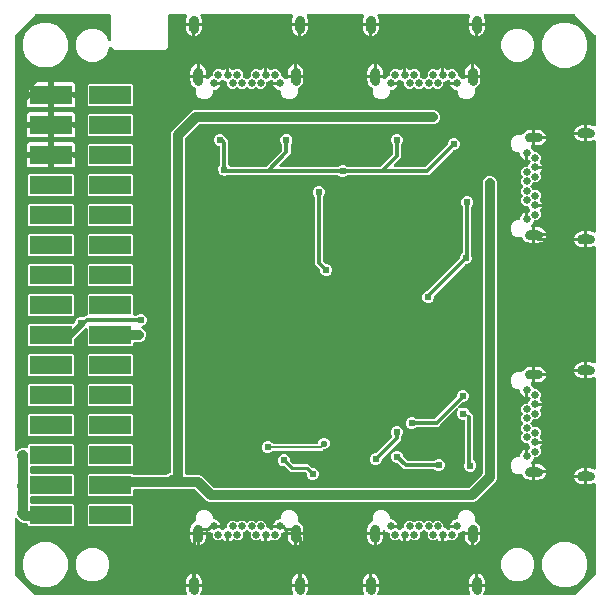
<source format=gbr>
G04 EAGLE Gerber RS-274X export*
G75*
%MOMM*%
%FSLAX34Y34*%
%LPD*%
%INBottom Copper*%
%IPPOS*%
%AMOC8*
5,1,8,0,0,1.08239X$1,22.5*%
G01*
%ADD10C,0.660000*%
%ADD11C,0.760000*%
%ADD12R,3.600000X1.600000*%
%ADD13C,0.610000*%
%ADD14C,0.254000*%
%ADD15C,0.200000*%
%ADD16C,0.609600*%
%ADD17C,0.406400*%
%ADD18C,1.016000*%
%ADD19C,0.812800*%
%ADD20C,0.304800*%
%ADD21C,0.300000*%
%ADD22C,0.560000*%

G36*
X149048Y4003D02*
X149048Y4003D01*
X149064Y4001D01*
X149206Y4023D01*
X149349Y4041D01*
X149363Y4046D01*
X149378Y4049D01*
X149511Y4105D01*
X149644Y4158D01*
X149657Y4167D01*
X149671Y4173D01*
X149786Y4260D01*
X149902Y4344D01*
X149911Y4356D01*
X149924Y4366D01*
X150013Y4479D01*
X150104Y4589D01*
X150111Y4603D01*
X150121Y4616D01*
X150179Y4748D01*
X150240Y4877D01*
X150243Y4892D01*
X150249Y4907D01*
X150273Y5049D01*
X150300Y5189D01*
X150299Y5205D01*
X150301Y5220D01*
X150289Y5364D01*
X150280Y5507D01*
X150275Y5522D01*
X150274Y5537D01*
X150226Y5673D01*
X150182Y5809D01*
X150174Y5823D01*
X150168Y5837D01*
X150158Y5856D01*
X149663Y7050D01*
X149631Y7210D01*
X149620Y7243D01*
X149616Y7278D01*
X149612Y7287D01*
X149611Y7297D01*
X149558Y7449D01*
X149555Y7458D01*
X149423Y7777D01*
X149169Y9051D01*
X149169Y11431D01*
X151711Y11431D01*
X151711Y9700D01*
X151713Y9697D01*
X151711Y9695D01*
X151811Y8804D01*
X151817Y8798D01*
X151814Y8794D01*
X152110Y7948D01*
X152116Y7944D01*
X152114Y7938D01*
X152591Y7180D01*
X152599Y7177D01*
X152598Y7171D01*
X153231Y6538D01*
X153239Y6537D01*
X153240Y6531D01*
X153998Y6054D01*
X154006Y6055D01*
X154008Y6050D01*
X154854Y5754D01*
X154861Y5756D01*
X154864Y5751D01*
X155755Y5651D01*
X155762Y5655D01*
X155766Y5651D01*
X156656Y5751D01*
X156662Y5757D01*
X156666Y5754D01*
X157512Y6050D01*
X157516Y6056D01*
X157522Y6054D01*
X158280Y6531D01*
X158283Y6539D01*
X158289Y6538D01*
X158922Y7171D01*
X158923Y7179D01*
X158929Y7180D01*
X159406Y7938D01*
X159405Y7946D01*
X159410Y7948D01*
X159706Y8794D01*
X159704Y8801D01*
X159709Y8804D01*
X159809Y9695D01*
X159807Y9698D01*
X159809Y9700D01*
X159809Y11431D01*
X162351Y11431D01*
X162351Y9051D01*
X162097Y7777D01*
X161963Y7452D01*
X161962Y7449D01*
X161959Y7440D01*
X161954Y7431D01*
X161945Y7397D01*
X161930Y7366D01*
X161889Y7210D01*
X161857Y7050D01*
X161331Y5781D01*
X161327Y5767D01*
X161290Y5692D01*
X161287Y5677D01*
X161280Y5663D01*
X161253Y5522D01*
X161223Y5381D01*
X161223Y5366D01*
X161220Y5350D01*
X161229Y5207D01*
X161235Y5064D01*
X161239Y5049D01*
X161240Y5033D01*
X161284Y4897D01*
X161325Y4759D01*
X161333Y4745D01*
X161338Y4731D01*
X161415Y4609D01*
X161489Y4486D01*
X161500Y4475D01*
X161508Y4462D01*
X161613Y4363D01*
X161715Y4262D01*
X161728Y4255D01*
X161740Y4244D01*
X161866Y4175D01*
X161990Y4102D01*
X162005Y4098D01*
X162018Y4090D01*
X162157Y4055D01*
X162296Y4015D01*
X162311Y4015D01*
X162326Y4011D01*
X162487Y4001D01*
X238833Y4001D01*
X238848Y4003D01*
X238863Y4001D01*
X239006Y4023D01*
X239149Y4041D01*
X239162Y4046D01*
X239177Y4048D01*
X239310Y4105D01*
X239444Y4158D01*
X239456Y4166D01*
X239470Y4172D01*
X239585Y4260D01*
X239702Y4344D01*
X239711Y4356D01*
X239723Y4365D01*
X239812Y4478D01*
X239904Y4589D01*
X239911Y4603D01*
X239920Y4615D01*
X239979Y4747D01*
X240040Y4877D01*
X240043Y4892D01*
X240049Y4906D01*
X240073Y5048D01*
X240100Y5189D01*
X240099Y5204D01*
X240101Y5219D01*
X240089Y5364D01*
X240080Y5507D01*
X240075Y5521D01*
X240074Y5536D01*
X240026Y5672D01*
X239982Y5809D01*
X239974Y5822D01*
X239969Y5836D01*
X239958Y5855D01*
X239463Y7050D01*
X239431Y7210D01*
X239420Y7243D01*
X239416Y7278D01*
X239412Y7287D01*
X239411Y7296D01*
X239359Y7449D01*
X239345Y7481D01*
X239223Y7777D01*
X238969Y9051D01*
X238969Y11431D01*
X241511Y11431D01*
X241511Y9700D01*
X241513Y9697D01*
X241511Y9695D01*
X241611Y8804D01*
X241617Y8798D01*
X241614Y8794D01*
X241910Y7948D01*
X241916Y7944D01*
X241914Y7938D01*
X242391Y7180D01*
X242399Y7177D01*
X242398Y7171D01*
X243031Y6538D01*
X243039Y6537D01*
X243040Y6531D01*
X243798Y6054D01*
X243806Y6055D01*
X243808Y6050D01*
X244654Y5754D01*
X244661Y5756D01*
X244664Y5751D01*
X245555Y5651D01*
X245562Y5655D01*
X245566Y5651D01*
X246456Y5751D01*
X246462Y5757D01*
X246466Y5754D01*
X247312Y6050D01*
X247316Y6056D01*
X247322Y6054D01*
X248080Y6531D01*
X248083Y6539D01*
X248089Y6538D01*
X248722Y7171D01*
X248723Y7179D01*
X248729Y7180D01*
X249206Y7938D01*
X249205Y7946D01*
X249210Y7948D01*
X249506Y8794D01*
X249504Y8801D01*
X249509Y8804D01*
X249609Y9695D01*
X249607Y9698D01*
X249609Y9700D01*
X249609Y11431D01*
X252151Y11431D01*
X252151Y9051D01*
X251897Y7777D01*
X251772Y7475D01*
X251761Y7448D01*
X251759Y7439D01*
X251754Y7431D01*
X251745Y7397D01*
X251730Y7366D01*
X251689Y7210D01*
X251657Y7050D01*
X251131Y5781D01*
X251127Y5767D01*
X251090Y5692D01*
X251087Y5677D01*
X251080Y5663D01*
X251053Y5522D01*
X251023Y5381D01*
X251023Y5366D01*
X251020Y5350D01*
X251029Y5207D01*
X251035Y5064D01*
X251039Y5049D01*
X251040Y5033D01*
X251084Y4897D01*
X251125Y4759D01*
X251133Y4745D01*
X251138Y4731D01*
X251215Y4609D01*
X251289Y4486D01*
X251300Y4475D01*
X251308Y4462D01*
X251413Y4363D01*
X251515Y4262D01*
X251528Y4255D01*
X251540Y4244D01*
X251666Y4175D01*
X251790Y4102D01*
X251805Y4098D01*
X251818Y4090D01*
X251957Y4055D01*
X252096Y4015D01*
X252111Y4015D01*
X252126Y4011D01*
X252287Y4001D01*
X298893Y4001D01*
X298908Y4003D01*
X298923Y4001D01*
X299066Y4023D01*
X299209Y4041D01*
X299222Y4046D01*
X299237Y4048D01*
X299370Y4105D01*
X299504Y4158D01*
X299516Y4166D01*
X299530Y4172D01*
X299645Y4260D01*
X299762Y4344D01*
X299771Y4356D01*
X299783Y4365D01*
X299872Y4478D01*
X299964Y4589D01*
X299971Y4603D01*
X299980Y4615D01*
X300039Y4747D01*
X300100Y4877D01*
X300103Y4892D01*
X300109Y4906D01*
X300133Y5048D01*
X300160Y5189D01*
X300159Y5204D01*
X300161Y5219D01*
X300149Y5364D01*
X300140Y5507D01*
X300135Y5521D01*
X300134Y5536D01*
X300086Y5672D01*
X300042Y5809D01*
X300034Y5822D01*
X300029Y5836D01*
X300018Y5855D01*
X299523Y7050D01*
X299491Y7210D01*
X299480Y7243D01*
X299476Y7278D01*
X299472Y7287D01*
X299471Y7296D01*
X299419Y7448D01*
X299408Y7475D01*
X299408Y7476D01*
X299283Y7777D01*
X299029Y9051D01*
X299029Y11431D01*
X301571Y11431D01*
X301571Y9700D01*
X301573Y9697D01*
X301571Y9695D01*
X301671Y8804D01*
X301677Y8798D01*
X301674Y8794D01*
X301970Y7948D01*
X301976Y7944D01*
X301974Y7938D01*
X302451Y7180D01*
X302459Y7177D01*
X302458Y7171D01*
X303091Y6538D01*
X303099Y6537D01*
X303100Y6531D01*
X303858Y6054D01*
X303866Y6055D01*
X303868Y6050D01*
X304714Y5754D01*
X304721Y5756D01*
X304724Y5751D01*
X305615Y5651D01*
X305622Y5655D01*
X305626Y5651D01*
X306516Y5751D01*
X306522Y5757D01*
X306526Y5754D01*
X307372Y6050D01*
X307376Y6056D01*
X307382Y6054D01*
X308140Y6531D01*
X308143Y6539D01*
X308149Y6538D01*
X308782Y7171D01*
X308783Y7179D01*
X308789Y7180D01*
X309266Y7938D01*
X309265Y7946D01*
X309270Y7948D01*
X309566Y8794D01*
X309564Y8801D01*
X309569Y8804D01*
X309669Y9695D01*
X309667Y9698D01*
X309669Y9700D01*
X309669Y11431D01*
X312211Y11431D01*
X312211Y9051D01*
X311957Y7777D01*
X311830Y7470D01*
X311830Y7469D01*
X311821Y7448D01*
X311818Y7439D01*
X311814Y7431D01*
X311805Y7397D01*
X311790Y7366D01*
X311749Y7210D01*
X311717Y7050D01*
X311191Y5781D01*
X311187Y5767D01*
X311150Y5692D01*
X311147Y5677D01*
X311140Y5663D01*
X311113Y5522D01*
X311083Y5381D01*
X311083Y5366D01*
X311080Y5350D01*
X311089Y5207D01*
X311095Y5064D01*
X311099Y5049D01*
X311100Y5033D01*
X311144Y4897D01*
X311185Y4759D01*
X311193Y4745D01*
X311198Y4731D01*
X311275Y4609D01*
X311349Y4486D01*
X311360Y4475D01*
X311368Y4462D01*
X311473Y4363D01*
X311575Y4262D01*
X311588Y4255D01*
X311600Y4244D01*
X311726Y4175D01*
X311850Y4102D01*
X311865Y4098D01*
X311878Y4090D01*
X312017Y4055D01*
X312156Y4015D01*
X312171Y4015D01*
X312186Y4011D01*
X312347Y4001D01*
X388693Y4001D01*
X388708Y4003D01*
X388723Y4001D01*
X388866Y4023D01*
X389009Y4041D01*
X389022Y4046D01*
X389037Y4048D01*
X389170Y4105D01*
X389304Y4158D01*
X389316Y4166D01*
X389330Y4172D01*
X389445Y4260D01*
X389562Y4344D01*
X389571Y4356D01*
X389583Y4365D01*
X389672Y4478D01*
X389764Y4589D01*
X389771Y4603D01*
X389780Y4615D01*
X389839Y4747D01*
X389900Y4877D01*
X389903Y4892D01*
X389909Y4906D01*
X389933Y5048D01*
X389960Y5189D01*
X389959Y5204D01*
X389961Y5219D01*
X389949Y5364D01*
X389940Y5507D01*
X389935Y5521D01*
X389934Y5536D01*
X389886Y5672D01*
X389842Y5809D01*
X389834Y5822D01*
X389829Y5836D01*
X389818Y5855D01*
X389323Y7050D01*
X389291Y7210D01*
X389280Y7243D01*
X389276Y7278D01*
X389272Y7287D01*
X389271Y7296D01*
X389219Y7448D01*
X389199Y7496D01*
X389199Y7497D01*
X389083Y7778D01*
X388829Y9051D01*
X388829Y11431D01*
X391371Y11431D01*
X391371Y9700D01*
X391373Y9697D01*
X391371Y9695D01*
X391471Y8804D01*
X391477Y8798D01*
X391474Y8794D01*
X391770Y7948D01*
X391776Y7944D01*
X391774Y7938D01*
X392251Y7180D01*
X392259Y7177D01*
X392258Y7171D01*
X392891Y6538D01*
X392899Y6537D01*
X392900Y6531D01*
X393658Y6054D01*
X393666Y6055D01*
X393668Y6050D01*
X394514Y5754D01*
X394521Y5756D01*
X394524Y5751D01*
X395415Y5651D01*
X395422Y5655D01*
X395426Y5651D01*
X396316Y5751D01*
X396322Y5757D01*
X396326Y5754D01*
X397172Y6050D01*
X397176Y6056D01*
X397182Y6054D01*
X397940Y6531D01*
X397943Y6539D01*
X397949Y6538D01*
X398582Y7171D01*
X398583Y7179D01*
X398589Y7180D01*
X399066Y7938D01*
X399065Y7946D01*
X399070Y7948D01*
X399366Y8794D01*
X399364Y8801D01*
X399369Y8804D01*
X399469Y9695D01*
X399467Y9698D01*
X399469Y9700D01*
X399469Y11431D01*
X402011Y11431D01*
X402011Y9051D01*
X401757Y7778D01*
X401639Y7491D01*
X401621Y7448D01*
X401618Y7439D01*
X401614Y7431D01*
X401605Y7397D01*
X401590Y7366D01*
X401549Y7210D01*
X401517Y7050D01*
X400991Y5781D01*
X400987Y5766D01*
X400950Y5691D01*
X400946Y5676D01*
X400940Y5663D01*
X400913Y5521D01*
X400883Y5380D01*
X400883Y5365D01*
X400880Y5350D01*
X400889Y5206D01*
X400895Y5062D01*
X400899Y5048D01*
X400900Y5033D01*
X400944Y4896D01*
X400986Y4758D01*
X400993Y4745D01*
X400998Y4731D01*
X401075Y4609D01*
X401150Y4485D01*
X401160Y4475D01*
X401168Y4462D01*
X401274Y4363D01*
X401376Y4262D01*
X401389Y4254D01*
X401400Y4244D01*
X401526Y4174D01*
X401651Y4102D01*
X401665Y4098D01*
X401678Y4090D01*
X401818Y4054D01*
X401957Y4015D01*
X401972Y4015D01*
X401986Y4011D01*
X402147Y4001D01*
X477817Y4001D01*
X477915Y4013D01*
X478014Y4016D01*
X478073Y4033D01*
X478133Y4041D01*
X478225Y4077D01*
X478320Y4105D01*
X478372Y4135D01*
X478428Y4158D01*
X478508Y4216D01*
X478594Y4266D01*
X478669Y4332D01*
X478686Y4344D01*
X478693Y4354D01*
X478715Y4372D01*
X495628Y21285D01*
X495688Y21364D01*
X495756Y21436D01*
X495785Y21489D01*
X495822Y21537D01*
X495862Y21628D01*
X495910Y21714D01*
X495925Y21773D01*
X495949Y21829D01*
X495964Y21926D01*
X495989Y22022D01*
X495995Y22122D01*
X495999Y22143D01*
X495997Y22155D01*
X495999Y22183D01*
X495999Y98069D01*
X495993Y98119D01*
X495995Y98168D01*
X495973Y98275D01*
X495959Y98385D01*
X495941Y98431D01*
X495931Y98480D01*
X495883Y98578D01*
X495842Y98680D01*
X495813Y98721D01*
X495791Y98765D01*
X495720Y98849D01*
X495656Y98938D01*
X495617Y98969D01*
X495585Y99007D01*
X495495Y99070D01*
X495411Y99141D01*
X495366Y99162D01*
X495325Y99190D01*
X495222Y99229D01*
X495123Y99276D01*
X495074Y99285D01*
X495028Y99303D01*
X494918Y99315D01*
X494811Y99336D01*
X494761Y99333D01*
X494712Y99338D01*
X494603Y99323D01*
X494493Y99316D01*
X494446Y99301D01*
X494397Y99294D01*
X494244Y99242D01*
X493330Y98863D01*
X493170Y98831D01*
X493137Y98820D01*
X493102Y98816D01*
X493093Y98812D01*
X493084Y98811D01*
X492932Y98759D01*
X492885Y98740D01*
X492885Y98739D01*
X492602Y98623D01*
X491329Y98369D01*
X488949Y98369D01*
X488949Y100911D01*
X490680Y100911D01*
X490683Y100913D01*
X490686Y100911D01*
X491576Y101011D01*
X491582Y101017D01*
X491586Y101014D01*
X492432Y101310D01*
X492436Y101316D01*
X492442Y101314D01*
X493200Y101791D01*
X493203Y101799D01*
X493209Y101798D01*
X493842Y102431D01*
X493843Y102439D01*
X493849Y102440D01*
X494326Y103198D01*
X494325Y103206D01*
X494330Y103208D01*
X494626Y104054D01*
X494624Y104061D01*
X494629Y104064D01*
X494729Y104955D01*
X494725Y104962D01*
X494729Y104966D01*
X494629Y105856D01*
X494623Y105862D01*
X494626Y105866D01*
X494330Y106712D01*
X494324Y106716D01*
X494326Y106722D01*
X493849Y107480D01*
X493841Y107483D01*
X493842Y107489D01*
X493209Y108122D01*
X493201Y108123D01*
X493200Y108129D01*
X492442Y108606D01*
X492434Y108605D01*
X492432Y108610D01*
X491586Y108906D01*
X491579Y108904D01*
X491576Y108909D01*
X490686Y109009D01*
X490682Y109007D01*
X490680Y109009D01*
X488949Y109009D01*
X488949Y111551D01*
X491329Y111551D01*
X492602Y111297D01*
X492890Y111178D01*
X492891Y111178D01*
X492932Y111161D01*
X492941Y111158D01*
X492949Y111154D01*
X492983Y111145D01*
X493014Y111130D01*
X493170Y111089D01*
X493330Y111057D01*
X494244Y110678D01*
X494292Y110665D01*
X494337Y110644D01*
X494445Y110623D01*
X494551Y110594D01*
X494601Y110593D01*
X494650Y110584D01*
X494759Y110591D01*
X494869Y110589D01*
X494917Y110601D01*
X494967Y110604D01*
X495071Y110638D01*
X495178Y110663D01*
X495222Y110687D01*
X495269Y110702D01*
X495362Y110761D01*
X495459Y110812D01*
X495496Y110845D01*
X495538Y110872D01*
X495613Y110952D01*
X495695Y111026D01*
X495722Y111067D01*
X495756Y111104D01*
X495809Y111200D01*
X495869Y111292D01*
X495886Y111339D01*
X495910Y111382D01*
X495937Y111488D01*
X495973Y111592D01*
X495977Y111642D01*
X495989Y111690D01*
X495996Y111804D01*
X495997Y111806D01*
X495997Y111809D01*
X495999Y111851D01*
X495999Y187869D01*
X495993Y187919D01*
X495995Y187968D01*
X495973Y188076D01*
X495959Y188185D01*
X495941Y188231D01*
X495931Y188280D01*
X495883Y188378D01*
X495842Y188480D01*
X495813Y188521D01*
X495791Y188565D01*
X495720Y188649D01*
X495656Y188738D01*
X495617Y188769D01*
X495585Y188807D01*
X495495Y188871D01*
X495411Y188941D01*
X495366Y188962D01*
X495325Y188990D01*
X495222Y189029D01*
X495123Y189076D01*
X495074Y189085D01*
X495028Y189103D01*
X494918Y189115D01*
X494811Y189136D01*
X494761Y189133D01*
X494712Y189138D01*
X494603Y189123D01*
X494493Y189116D01*
X494446Y189101D01*
X494397Y189094D01*
X494244Y189042D01*
X493330Y188663D01*
X493170Y188631D01*
X493137Y188620D01*
X493102Y188616D01*
X493094Y188612D01*
X493085Y188611D01*
X492933Y188559D01*
X492923Y188555D01*
X492922Y188555D01*
X492603Y188423D01*
X491329Y188169D01*
X488949Y188169D01*
X488949Y190711D01*
X490680Y190711D01*
X490683Y190713D01*
X490686Y190711D01*
X491576Y190811D01*
X491582Y190817D01*
X491586Y190814D01*
X492432Y191110D01*
X492436Y191116D01*
X492442Y191114D01*
X493200Y191591D01*
X493203Y191599D01*
X493209Y191598D01*
X493842Y192231D01*
X493843Y192239D01*
X493849Y192240D01*
X494326Y192998D01*
X494325Y193006D01*
X494330Y193008D01*
X494626Y193854D01*
X494624Y193861D01*
X494629Y193864D01*
X494729Y194755D01*
X494725Y194762D01*
X494729Y194766D01*
X494629Y195656D01*
X494623Y195662D01*
X494626Y195666D01*
X494330Y196512D01*
X494324Y196516D01*
X494326Y196522D01*
X493849Y197280D01*
X493841Y197283D01*
X493842Y197289D01*
X493209Y197922D01*
X493201Y197923D01*
X493200Y197929D01*
X492442Y198406D01*
X492434Y198405D01*
X492432Y198410D01*
X491586Y198706D01*
X491579Y198704D01*
X491576Y198709D01*
X490686Y198809D01*
X490682Y198807D01*
X490680Y198809D01*
X488949Y198809D01*
X488949Y201351D01*
X491329Y201351D01*
X492603Y201097D01*
X492928Y200963D01*
X492929Y200962D01*
X492932Y200961D01*
X492936Y200959D01*
X492943Y200958D01*
X492949Y200954D01*
X492983Y200945D01*
X493014Y200930D01*
X493170Y200889D01*
X493330Y200857D01*
X494244Y200478D01*
X494292Y200465D01*
X494337Y200444D01*
X494445Y200423D01*
X494551Y200394D01*
X494601Y200393D01*
X494650Y200384D01*
X494759Y200391D01*
X494869Y200389D01*
X494917Y200401D01*
X494967Y200404D01*
X495071Y200438D01*
X495178Y200463D01*
X495222Y200487D01*
X495269Y200502D01*
X495362Y200561D01*
X495459Y200612D01*
X495496Y200645D01*
X495538Y200672D01*
X495613Y200752D01*
X495695Y200826D01*
X495722Y200867D01*
X495756Y200904D01*
X495809Y201000D01*
X495869Y201092D01*
X495886Y201139D01*
X495910Y201182D01*
X495937Y201288D01*
X495973Y201392D01*
X495977Y201442D01*
X495989Y201490D01*
X495999Y201651D01*
X495999Y298729D01*
X495993Y298779D01*
X495995Y298828D01*
X495973Y298936D01*
X495959Y299045D01*
X495941Y299091D01*
X495931Y299140D01*
X495883Y299238D01*
X495842Y299340D01*
X495813Y299381D01*
X495791Y299425D01*
X495720Y299509D01*
X495656Y299598D01*
X495617Y299629D01*
X495585Y299667D01*
X495495Y299731D01*
X495411Y299801D01*
X495366Y299822D01*
X495325Y299850D01*
X495222Y299889D01*
X495123Y299936D01*
X495074Y299945D01*
X495028Y299963D01*
X494918Y299975D01*
X494811Y299996D01*
X494761Y299993D01*
X494712Y299998D01*
X494603Y299983D01*
X494493Y299976D01*
X494446Y299961D01*
X494397Y299954D01*
X494244Y299902D01*
X493330Y299523D01*
X493170Y299491D01*
X493137Y299480D01*
X493102Y299476D01*
X493094Y299472D01*
X493085Y299471D01*
X492933Y299419D01*
X492923Y299415D01*
X492922Y299415D01*
X492603Y299283D01*
X491329Y299029D01*
X488949Y299029D01*
X488949Y301571D01*
X490680Y301571D01*
X490683Y301573D01*
X490686Y301571D01*
X491576Y301671D01*
X491582Y301677D01*
X491586Y301674D01*
X492432Y301970D01*
X492436Y301976D01*
X492442Y301974D01*
X493200Y302451D01*
X493203Y302459D01*
X493209Y302458D01*
X493842Y303091D01*
X493843Y303099D01*
X493849Y303100D01*
X494326Y303858D01*
X494325Y303866D01*
X494330Y303868D01*
X494626Y304714D01*
X494624Y304721D01*
X494629Y304724D01*
X494729Y305615D01*
X494725Y305622D01*
X494729Y305626D01*
X494629Y306516D01*
X494623Y306522D01*
X494626Y306526D01*
X494330Y307372D01*
X494324Y307376D01*
X494326Y307382D01*
X493849Y308140D01*
X493841Y308143D01*
X493842Y308149D01*
X493209Y308782D01*
X493201Y308783D01*
X493200Y308789D01*
X492442Y309266D01*
X492434Y309265D01*
X492432Y309270D01*
X491586Y309566D01*
X491579Y309564D01*
X491576Y309569D01*
X490686Y309669D01*
X490682Y309667D01*
X490680Y309669D01*
X488949Y309669D01*
X488949Y312211D01*
X491329Y312211D01*
X492603Y311957D01*
X492928Y311823D01*
X492929Y311822D01*
X492932Y311821D01*
X492936Y311819D01*
X492943Y311818D01*
X492949Y311814D01*
X492983Y311805D01*
X493014Y311790D01*
X493170Y311749D01*
X493330Y311717D01*
X494244Y311338D01*
X494292Y311325D01*
X494337Y311304D01*
X494445Y311283D01*
X494551Y311254D01*
X494601Y311253D01*
X494650Y311244D01*
X494759Y311251D01*
X494869Y311249D01*
X494917Y311261D01*
X494967Y311264D01*
X495071Y311298D01*
X495178Y311323D01*
X495222Y311347D01*
X495269Y311362D01*
X495362Y311421D01*
X495459Y311472D01*
X495496Y311505D01*
X495538Y311532D01*
X495613Y311612D01*
X495695Y311686D01*
X495722Y311727D01*
X495756Y311764D01*
X495809Y311860D01*
X495869Y311952D01*
X495886Y311999D01*
X495910Y312042D01*
X495937Y312148D01*
X495973Y312252D01*
X495977Y312302D01*
X495989Y312350D01*
X495999Y312511D01*
X495999Y388529D01*
X495993Y388579D01*
X495995Y388628D01*
X495973Y388735D01*
X495959Y388845D01*
X495941Y388891D01*
X495931Y388940D01*
X495883Y389038D01*
X495842Y389140D01*
X495813Y389181D01*
X495791Y389225D01*
X495720Y389309D01*
X495656Y389398D01*
X495617Y389429D01*
X495585Y389467D01*
X495495Y389530D01*
X495411Y389601D01*
X495366Y389622D01*
X495325Y389650D01*
X495222Y389689D01*
X495123Y389736D01*
X495074Y389745D01*
X495028Y389763D01*
X494918Y389775D01*
X494811Y389796D01*
X494761Y389793D01*
X494712Y389798D01*
X494603Y389783D01*
X494493Y389776D01*
X494446Y389761D01*
X494397Y389754D01*
X494244Y389702D01*
X493330Y389323D01*
X493170Y389291D01*
X493137Y389280D01*
X493102Y389276D01*
X493094Y389272D01*
X493085Y389271D01*
X492932Y389219D01*
X492898Y389205D01*
X492602Y389083D01*
X491329Y388829D01*
X488949Y388829D01*
X488949Y391371D01*
X490680Y391371D01*
X490683Y391373D01*
X490686Y391371D01*
X491576Y391471D01*
X491582Y391477D01*
X491586Y391474D01*
X492432Y391770D01*
X492436Y391776D01*
X492442Y391774D01*
X493200Y392251D01*
X493203Y392259D01*
X493209Y392258D01*
X493842Y392891D01*
X493843Y392899D01*
X493849Y392900D01*
X494326Y393658D01*
X494325Y393666D01*
X494330Y393668D01*
X494626Y394514D01*
X494624Y394521D01*
X494629Y394524D01*
X494729Y395415D01*
X494725Y395422D01*
X494729Y395426D01*
X494629Y396316D01*
X494623Y396322D01*
X494626Y396326D01*
X494330Y397172D01*
X494324Y397176D01*
X494326Y397182D01*
X493849Y397940D01*
X493841Y397943D01*
X493842Y397949D01*
X493209Y398582D01*
X493201Y398583D01*
X493200Y398589D01*
X492442Y399066D01*
X492434Y399065D01*
X492432Y399070D01*
X491586Y399366D01*
X491579Y399364D01*
X491576Y399369D01*
X490686Y399469D01*
X490682Y399467D01*
X490680Y399469D01*
X488949Y399469D01*
X488949Y402011D01*
X491329Y402011D01*
X492602Y401757D01*
X492903Y401633D01*
X492904Y401633D01*
X492904Y401632D01*
X492932Y401621D01*
X492941Y401618D01*
X492949Y401614D01*
X492983Y401605D01*
X493014Y401590D01*
X493170Y401549D01*
X493330Y401517D01*
X494244Y401138D01*
X494292Y401125D01*
X494337Y401104D01*
X494445Y401083D01*
X494551Y401054D01*
X494601Y401053D01*
X494650Y401044D01*
X494759Y401051D01*
X494869Y401049D01*
X494917Y401061D01*
X494967Y401064D01*
X495071Y401098D01*
X495178Y401123D01*
X495222Y401147D01*
X495269Y401162D01*
X495362Y401221D01*
X495459Y401272D01*
X495496Y401305D01*
X495538Y401332D01*
X495613Y401412D01*
X495695Y401486D01*
X495722Y401527D01*
X495756Y401564D01*
X495809Y401660D01*
X495869Y401752D01*
X495886Y401799D01*
X495910Y401842D01*
X495937Y401948D01*
X495973Y402052D01*
X495977Y402102D01*
X495989Y402150D01*
X495999Y402311D01*
X495999Y477817D01*
X495987Y477915D01*
X495984Y478014D01*
X495967Y478073D01*
X495959Y478133D01*
X495923Y478225D01*
X495895Y478320D01*
X495865Y478372D01*
X495842Y478428D01*
X495784Y478508D01*
X495734Y478594D01*
X495668Y478669D01*
X495656Y478686D01*
X495646Y478693D01*
X495628Y478715D01*
X478715Y495628D01*
X478636Y495688D01*
X478564Y495756D01*
X478511Y495785D01*
X478463Y495822D01*
X478372Y495862D01*
X478286Y495910D01*
X478227Y495925D01*
X478171Y495949D01*
X478073Y495964D01*
X477978Y495989D01*
X477878Y495995D01*
X477857Y495999D01*
X477845Y495997D01*
X477817Y495999D01*
X402311Y495999D01*
X402261Y495993D01*
X402212Y495995D01*
X402104Y495973D01*
X401995Y495959D01*
X401949Y495941D01*
X401900Y495931D01*
X401802Y495883D01*
X401700Y495842D01*
X401659Y495813D01*
X401615Y495791D01*
X401531Y495720D01*
X401442Y495656D01*
X401411Y495617D01*
X401373Y495585D01*
X401310Y495495D01*
X401239Y495411D01*
X401218Y495366D01*
X401190Y495325D01*
X401151Y495222D01*
X401104Y495123D01*
X401095Y495074D01*
X401077Y495028D01*
X401065Y494918D01*
X401044Y494811D01*
X401047Y494761D01*
X401042Y494712D01*
X401057Y494603D01*
X401064Y494493D01*
X401079Y494446D01*
X401086Y494397D01*
X401138Y494244D01*
X401517Y493330D01*
X401549Y493170D01*
X401560Y493137D01*
X401564Y493102D01*
X401568Y493093D01*
X401569Y493084D01*
X401621Y492932D01*
X401634Y492901D01*
X401757Y492602D01*
X402011Y491329D01*
X402011Y488949D01*
X399469Y488949D01*
X399469Y490680D01*
X399467Y490683D01*
X399469Y490686D01*
X399369Y491576D01*
X399363Y491582D01*
X399366Y491586D01*
X399070Y492432D01*
X399064Y492436D01*
X399066Y492442D01*
X398589Y493200D01*
X398581Y493203D01*
X398582Y493209D01*
X397949Y493842D01*
X397941Y493843D01*
X397940Y493849D01*
X397182Y494326D01*
X397174Y494325D01*
X397172Y494330D01*
X396326Y494626D01*
X396319Y494624D01*
X396316Y494629D01*
X395426Y494729D01*
X395418Y494725D01*
X395415Y494729D01*
X394524Y494629D01*
X394518Y494623D01*
X394514Y494626D01*
X393668Y494330D01*
X393664Y494324D01*
X393658Y494326D01*
X392900Y493849D01*
X392897Y493841D01*
X392891Y493842D01*
X392258Y493209D01*
X392257Y493201D01*
X392251Y493200D01*
X391774Y492442D01*
X391775Y492434D01*
X391770Y492432D01*
X391474Y491586D01*
X391476Y491580D01*
X391472Y491578D01*
X391473Y491577D01*
X391471Y491576D01*
X391371Y490686D01*
X391373Y490682D01*
X391371Y490680D01*
X391371Y488949D01*
X388829Y488949D01*
X388829Y491329D01*
X389083Y492602D01*
X389209Y492907D01*
X389219Y492931D01*
X389221Y492941D01*
X389226Y492949D01*
X389235Y492983D01*
X389250Y493014D01*
X389291Y493170D01*
X389323Y493330D01*
X389702Y494244D01*
X389715Y494292D01*
X389736Y494337D01*
X389757Y494445D01*
X389786Y494551D01*
X389787Y494601D01*
X389796Y494650D01*
X389789Y494759D01*
X389791Y494869D01*
X389779Y494917D01*
X389776Y494967D01*
X389742Y495071D01*
X389717Y495178D01*
X389693Y495222D01*
X389678Y495269D01*
X389619Y495362D01*
X389568Y495459D01*
X389535Y495496D01*
X389508Y495538D01*
X389428Y495613D01*
X389354Y495695D01*
X389312Y495722D01*
X389276Y495756D01*
X389180Y495809D01*
X389088Y495869D01*
X389041Y495886D01*
X388998Y495910D01*
X388892Y495937D01*
X388787Y495973D01*
X388738Y495977D01*
X388690Y495989D01*
X388529Y495999D01*
X312511Y495999D01*
X312461Y495993D01*
X312412Y495995D01*
X312304Y495973D01*
X312195Y495959D01*
X312149Y495941D01*
X312100Y495931D01*
X312002Y495883D01*
X311900Y495842D01*
X311859Y495813D01*
X311815Y495791D01*
X311731Y495720D01*
X311642Y495656D01*
X311611Y495617D01*
X311573Y495585D01*
X311510Y495495D01*
X311439Y495411D01*
X311418Y495366D01*
X311390Y495325D01*
X311351Y495222D01*
X311304Y495123D01*
X311295Y495074D01*
X311277Y495028D01*
X311265Y494918D01*
X311244Y494811D01*
X311247Y494761D01*
X311242Y494712D01*
X311257Y494603D01*
X311264Y494493D01*
X311279Y494446D01*
X311286Y494397D01*
X311338Y494244D01*
X311717Y493330D01*
X311749Y493170D01*
X311760Y493137D01*
X311764Y493102D01*
X311768Y493093D01*
X311769Y493084D01*
X311821Y492932D01*
X311842Y492880D01*
X311957Y492603D01*
X312211Y491329D01*
X312211Y488949D01*
X309669Y488949D01*
X309669Y490680D01*
X309667Y490683D01*
X309669Y490686D01*
X309569Y491576D01*
X309563Y491582D01*
X309566Y491586D01*
X309270Y492432D01*
X309264Y492436D01*
X309266Y492442D01*
X308789Y493200D01*
X308781Y493203D01*
X308782Y493209D01*
X308149Y493842D01*
X308141Y493843D01*
X308140Y493849D01*
X307382Y494326D01*
X307374Y494325D01*
X307372Y494330D01*
X306526Y494626D01*
X306519Y494624D01*
X306516Y494629D01*
X305626Y494729D01*
X305618Y494725D01*
X305615Y494729D01*
X304724Y494629D01*
X304718Y494623D01*
X304714Y494626D01*
X303868Y494330D01*
X303864Y494324D01*
X303858Y494326D01*
X303100Y493849D01*
X303097Y493841D01*
X303091Y493842D01*
X302458Y493209D01*
X302457Y493201D01*
X302451Y493200D01*
X301974Y492442D01*
X301975Y492434D01*
X301970Y492432D01*
X301674Y491586D01*
X301676Y491580D01*
X301672Y491578D01*
X301673Y491577D01*
X301671Y491576D01*
X301571Y490686D01*
X301573Y490682D01*
X301571Y490680D01*
X301571Y488949D01*
X299029Y488949D01*
X299029Y491329D01*
X299283Y492603D01*
X299400Y492886D01*
X299419Y492932D01*
X299421Y492941D01*
X299426Y492949D01*
X299435Y492983D01*
X299450Y493014D01*
X299491Y493170D01*
X299523Y493330D01*
X299902Y494244D01*
X299915Y494292D01*
X299936Y494337D01*
X299957Y494445D01*
X299986Y494551D01*
X299987Y494601D01*
X299996Y494650D01*
X299989Y494759D01*
X299991Y494869D01*
X299979Y494917D01*
X299976Y494967D01*
X299942Y495071D01*
X299917Y495178D01*
X299893Y495222D01*
X299878Y495269D01*
X299819Y495362D01*
X299768Y495459D01*
X299735Y495496D01*
X299708Y495538D01*
X299628Y495613D01*
X299554Y495695D01*
X299512Y495722D01*
X299476Y495756D01*
X299380Y495809D01*
X299288Y495869D01*
X299241Y495886D01*
X299198Y495910D01*
X299092Y495937D01*
X298987Y495973D01*
X298938Y495977D01*
X298890Y495989D01*
X298729Y495999D01*
X252451Y495999D01*
X252401Y495993D01*
X252352Y495995D01*
X252244Y495973D01*
X252135Y495959D01*
X252089Y495941D01*
X252040Y495931D01*
X251942Y495883D01*
X251840Y495842D01*
X251799Y495813D01*
X251755Y495791D01*
X251671Y495720D01*
X251582Y495656D01*
X251551Y495617D01*
X251513Y495585D01*
X251450Y495495D01*
X251379Y495411D01*
X251358Y495366D01*
X251330Y495325D01*
X251291Y495222D01*
X251244Y495123D01*
X251235Y495074D01*
X251217Y495028D01*
X251205Y494918D01*
X251184Y494811D01*
X251187Y494761D01*
X251182Y494712D01*
X251197Y494603D01*
X251204Y494493D01*
X251219Y494446D01*
X251226Y494397D01*
X251278Y494244D01*
X251657Y493330D01*
X251689Y493170D01*
X251700Y493137D01*
X251704Y493102D01*
X251708Y493093D01*
X251709Y493084D01*
X251761Y492932D01*
X251780Y492885D01*
X251781Y492885D01*
X251897Y492603D01*
X252151Y491329D01*
X252151Y488949D01*
X249609Y488949D01*
X249609Y490680D01*
X249607Y490683D01*
X249609Y490686D01*
X249509Y491576D01*
X249503Y491582D01*
X249506Y491586D01*
X249210Y492432D01*
X249204Y492436D01*
X249206Y492442D01*
X248729Y493200D01*
X248721Y493203D01*
X248722Y493209D01*
X248089Y493842D01*
X248081Y493843D01*
X248080Y493849D01*
X247322Y494326D01*
X247314Y494325D01*
X247312Y494330D01*
X246466Y494626D01*
X246459Y494624D01*
X246456Y494629D01*
X245566Y494729D01*
X245558Y494725D01*
X245555Y494729D01*
X244664Y494629D01*
X244658Y494623D01*
X244654Y494626D01*
X243808Y494330D01*
X243804Y494324D01*
X243798Y494326D01*
X243040Y493849D01*
X243037Y493841D01*
X243031Y493842D01*
X242398Y493209D01*
X242397Y493201D01*
X242391Y493200D01*
X241914Y492442D01*
X241915Y492434D01*
X241910Y492432D01*
X241614Y491586D01*
X241616Y491580D01*
X241612Y491578D01*
X241613Y491577D01*
X241611Y491576D01*
X241511Y490686D01*
X241513Y490682D01*
X241511Y490680D01*
X241511Y488949D01*
X238969Y488949D01*
X238969Y491329D01*
X239223Y492603D01*
X239342Y492890D01*
X239342Y492891D01*
X239359Y492932D01*
X239361Y492941D01*
X239366Y492949D01*
X239375Y492983D01*
X239390Y493014D01*
X239431Y493170D01*
X239463Y493330D01*
X239842Y494244D01*
X239855Y494292D01*
X239876Y494337D01*
X239897Y494445D01*
X239926Y494551D01*
X239927Y494601D01*
X239936Y494650D01*
X239929Y494759D01*
X239931Y494869D01*
X239919Y494917D01*
X239916Y494967D01*
X239882Y495071D01*
X239857Y495178D01*
X239833Y495222D01*
X239818Y495269D01*
X239759Y495362D01*
X239708Y495459D01*
X239675Y495496D01*
X239648Y495538D01*
X239568Y495613D01*
X239494Y495695D01*
X239452Y495722D01*
X239416Y495756D01*
X239320Y495809D01*
X239228Y495869D01*
X239181Y495886D01*
X239138Y495910D01*
X239032Y495937D01*
X238927Y495973D01*
X238878Y495977D01*
X238830Y495989D01*
X238669Y495999D01*
X162651Y495999D01*
X162601Y495993D01*
X162552Y495995D01*
X162444Y495973D01*
X162335Y495959D01*
X162289Y495941D01*
X162240Y495931D01*
X162142Y495883D01*
X162040Y495842D01*
X161999Y495813D01*
X161955Y495791D01*
X161871Y495720D01*
X161782Y495656D01*
X161751Y495617D01*
X161713Y495585D01*
X161649Y495495D01*
X161579Y495411D01*
X161558Y495366D01*
X161530Y495325D01*
X161491Y495222D01*
X161444Y495123D01*
X161435Y495074D01*
X161417Y495028D01*
X161405Y494918D01*
X161384Y494811D01*
X161387Y494761D01*
X161382Y494712D01*
X161397Y494603D01*
X161404Y494493D01*
X161419Y494446D01*
X161426Y494397D01*
X161478Y494244D01*
X161857Y493330D01*
X161889Y493170D01*
X161900Y493137D01*
X161904Y493102D01*
X161908Y493093D01*
X161909Y493084D01*
X161961Y492932D01*
X161964Y492924D01*
X162097Y492602D01*
X162351Y491329D01*
X162351Y488949D01*
X159809Y488949D01*
X159809Y490680D01*
X159807Y490683D01*
X159809Y490686D01*
X159709Y491576D01*
X159703Y491582D01*
X159706Y491586D01*
X159410Y492432D01*
X159404Y492436D01*
X159406Y492442D01*
X158929Y493200D01*
X158921Y493203D01*
X158922Y493209D01*
X158289Y493842D01*
X158281Y493843D01*
X158280Y493849D01*
X157522Y494326D01*
X157514Y494325D01*
X157512Y494330D01*
X156666Y494626D01*
X156659Y494624D01*
X156656Y494629D01*
X155766Y494729D01*
X155758Y494725D01*
X155755Y494729D01*
X154864Y494629D01*
X154858Y494623D01*
X154854Y494626D01*
X154008Y494330D01*
X154004Y494324D01*
X153998Y494326D01*
X153240Y493849D01*
X153237Y493841D01*
X153231Y493842D01*
X152598Y493209D01*
X152597Y493201D01*
X152591Y493200D01*
X152114Y492442D01*
X152115Y492434D01*
X152110Y492432D01*
X151814Y491586D01*
X151816Y491580D01*
X151812Y491578D01*
X151813Y491577D01*
X151811Y491576D01*
X151711Y490686D01*
X151713Y490682D01*
X151711Y490680D01*
X151711Y488949D01*
X149169Y488949D01*
X149169Y491329D01*
X149423Y492603D01*
X149558Y492930D01*
X149558Y492931D01*
X149560Y492933D01*
X149560Y492935D01*
X149562Y492942D01*
X149566Y492949D01*
X149575Y492983D01*
X149590Y493014D01*
X149631Y493170D01*
X149663Y493330D01*
X150042Y494244D01*
X150055Y494292D01*
X150076Y494337D01*
X150097Y494445D01*
X150126Y494551D01*
X150127Y494601D01*
X150136Y494650D01*
X150129Y494759D01*
X150131Y494869D01*
X150119Y494917D01*
X150116Y494967D01*
X150082Y495071D01*
X150057Y495178D01*
X150033Y495222D01*
X150018Y495269D01*
X149959Y495362D01*
X149908Y495459D01*
X149875Y495496D01*
X149848Y495538D01*
X149768Y495613D01*
X149694Y495695D01*
X149653Y495722D01*
X149616Y495756D01*
X149520Y495809D01*
X149428Y495869D01*
X149381Y495886D01*
X149338Y495910D01*
X149232Y495937D01*
X149128Y495973D01*
X149078Y495977D01*
X149030Y495989D01*
X148869Y495999D01*
X135270Y495999D01*
X135152Y495984D01*
X135033Y495977D01*
X134995Y495964D01*
X134954Y495959D01*
X134844Y495916D01*
X134731Y495879D01*
X134696Y495857D01*
X134659Y495842D01*
X134563Y495773D01*
X134462Y495709D01*
X134434Y495679D01*
X134401Y495656D01*
X134325Y495564D01*
X134244Y495477D01*
X134224Y495442D01*
X134199Y495411D01*
X134148Y495303D01*
X134090Y495199D01*
X134080Y495159D01*
X134063Y495123D01*
X134041Y495006D01*
X134011Y494891D01*
X134007Y494831D01*
X134003Y494811D01*
X134005Y494790D01*
X134001Y494730D01*
X134001Y468343D01*
X131657Y465999D01*
X88343Y465999D01*
X86167Y468175D01*
X86089Y468236D01*
X86017Y468303D01*
X85982Y468322D01*
X85951Y468349D01*
X85932Y468357D01*
X85916Y468370D01*
X85824Y468409D01*
X85739Y468457D01*
X85700Y468467D01*
X85663Y468484D01*
X85643Y468488D01*
X85624Y468496D01*
X85525Y468512D01*
X85431Y468536D01*
X85372Y468540D01*
X85350Y468544D01*
X85330Y468543D01*
X85310Y468546D01*
X85297Y468545D01*
X85270Y468546D01*
X85154Y468532D01*
X85033Y468524D01*
X85014Y468518D01*
X84994Y468516D01*
X84974Y468509D01*
X84954Y468506D01*
X84846Y468463D01*
X84731Y468426D01*
X84713Y468415D01*
X84694Y468408D01*
X84677Y468397D01*
X84659Y468389D01*
X84564Y468321D01*
X84462Y468256D01*
X84448Y468241D01*
X84431Y468230D01*
X84417Y468214D01*
X84401Y468203D01*
X84327Y468112D01*
X84244Y468024D01*
X84234Y468007D01*
X84221Y467991D01*
X84211Y467973D01*
X84199Y467958D01*
X84148Y467851D01*
X84090Y467746D01*
X84085Y467726D01*
X84076Y467708D01*
X84072Y467688D01*
X84063Y467670D01*
X84041Y467554D01*
X84011Y467438D01*
X84009Y467410D01*
X84006Y467398D01*
X84007Y467377D01*
X84003Y467357D01*
X84005Y467337D01*
X84001Y467277D01*
X84001Y467215D01*
X81869Y462069D01*
X77931Y458131D01*
X72785Y455999D01*
X67215Y455999D01*
X62069Y458131D01*
X58131Y462069D01*
X55999Y467215D01*
X55999Y472785D01*
X58131Y477931D01*
X62069Y481869D01*
X67215Y484001D01*
X72785Y484001D01*
X77931Y481869D01*
X81869Y477931D01*
X83557Y473855D01*
X83592Y473795D01*
X83618Y473730D01*
X83670Y473657D01*
X83715Y473579D01*
X83763Y473529D01*
X83804Y473472D01*
X83874Y473415D01*
X83936Y473351D01*
X83996Y473314D01*
X84049Y473270D01*
X84131Y473231D01*
X84207Y473184D01*
X84274Y473164D01*
X84337Y473134D01*
X84425Y473117D01*
X84511Y473091D01*
X84581Y473087D01*
X84650Y473074D01*
X84739Y473080D01*
X84829Y473076D01*
X84897Y473090D01*
X84967Y473094D01*
X85052Y473122D01*
X85140Y473140D01*
X85203Y473171D01*
X85269Y473192D01*
X85345Y473240D01*
X85426Y473280D01*
X85479Y473325D01*
X85538Y473362D01*
X85600Y473428D01*
X85668Y473486D01*
X85708Y473543D01*
X85756Y473594D01*
X85799Y473672D01*
X85851Y473746D01*
X85876Y473811D01*
X85910Y473872D01*
X85932Y473959D01*
X85964Y474043D01*
X85972Y474113D01*
X85989Y474180D01*
X85999Y474341D01*
X85999Y494730D01*
X85984Y494848D01*
X85977Y494967D01*
X85964Y495005D01*
X85959Y495046D01*
X85916Y495156D01*
X85879Y495269D01*
X85857Y495304D01*
X85842Y495341D01*
X85773Y495437D01*
X85709Y495538D01*
X85679Y495566D01*
X85656Y495599D01*
X85564Y495675D01*
X85477Y495756D01*
X85442Y495776D01*
X85411Y495801D01*
X85303Y495852D01*
X85199Y495910D01*
X85159Y495920D01*
X85123Y495937D01*
X85006Y495959D01*
X84891Y495989D01*
X84831Y495993D01*
X84811Y495997D01*
X84790Y495995D01*
X84730Y495999D01*
X22183Y495999D01*
X22085Y495987D01*
X21986Y495984D01*
X21927Y495967D01*
X21867Y495959D01*
X21775Y495923D01*
X21680Y495895D01*
X21628Y495865D01*
X21572Y495842D01*
X21492Y495784D01*
X21406Y495734D01*
X21331Y495668D01*
X21314Y495656D01*
X21307Y495646D01*
X21285Y495628D01*
X4372Y478715D01*
X4312Y478636D01*
X4244Y478564D01*
X4215Y478511D01*
X4178Y478463D01*
X4138Y478372D01*
X4090Y478286D01*
X4075Y478227D01*
X4051Y478171D01*
X4036Y478074D01*
X4011Y477978D01*
X4005Y477878D01*
X4001Y477857D01*
X4003Y477845D01*
X4001Y477817D01*
X4001Y127402D01*
X4018Y127264D01*
X4031Y127125D01*
X4038Y127106D01*
X4041Y127086D01*
X4092Y126957D01*
X4139Y126826D01*
X4150Y126809D01*
X4158Y126791D01*
X4239Y126678D01*
X4317Y126563D01*
X4333Y126550D01*
X4344Y126533D01*
X4452Y126444D01*
X4556Y126353D01*
X4574Y126343D01*
X4589Y126330D01*
X4715Y126271D01*
X4839Y126208D01*
X4859Y126204D01*
X4877Y126195D01*
X5014Y126169D01*
X5149Y126138D01*
X5170Y126139D01*
X5189Y126135D01*
X5328Y126144D01*
X5467Y126148D01*
X5487Y126154D01*
X5507Y126155D01*
X5639Y126198D01*
X5773Y126236D01*
X5790Y126247D01*
X5809Y126253D01*
X5927Y126327D01*
X6047Y126398D01*
X6068Y126416D01*
X6078Y126423D01*
X6092Y126438D01*
X6167Y126504D01*
X7805Y128141D01*
X10034Y129065D01*
X12446Y129065D01*
X13744Y128527D01*
X13792Y128514D01*
X13837Y128493D01*
X13945Y128472D01*
X14051Y128443D01*
X14101Y128442D01*
X14150Y128433D01*
X14259Y128440D01*
X14369Y128438D01*
X14417Y128450D01*
X14467Y128453D01*
X14571Y128487D01*
X14678Y128512D01*
X14722Y128536D01*
X14769Y128551D01*
X14862Y128610D01*
X14959Y128661D01*
X14996Y128694D01*
X15038Y128721D01*
X15113Y128801D01*
X15195Y128875D01*
X15222Y128916D01*
X15256Y128953D01*
X15309Y129049D01*
X15369Y129141D01*
X15386Y129188D01*
X15410Y129231D01*
X15437Y129337D01*
X15473Y129441D01*
X15477Y129491D01*
X15489Y129539D01*
X15499Y129700D01*
X15499Y131518D01*
X16232Y132251D01*
X53268Y132251D01*
X54001Y131518D01*
X54001Y114482D01*
X53268Y113749D01*
X18574Y113749D01*
X18456Y113734D01*
X18337Y113727D01*
X18299Y113714D01*
X18258Y113709D01*
X18148Y113666D01*
X18035Y113629D01*
X18000Y113607D01*
X17963Y113592D01*
X17866Y113522D01*
X17766Y113459D01*
X17738Y113429D01*
X17705Y113406D01*
X17629Y113314D01*
X17548Y113227D01*
X17528Y113192D01*
X17503Y113161D01*
X17452Y113053D01*
X17394Y112949D01*
X17384Y112909D01*
X17367Y112873D01*
X17345Y112756D01*
X17315Y112641D01*
X17311Y112581D01*
X17307Y112561D01*
X17309Y112540D01*
X17305Y112480D01*
X17305Y108120D01*
X17320Y108002D01*
X17327Y107883D01*
X17340Y107845D01*
X17345Y107804D01*
X17388Y107694D01*
X17425Y107581D01*
X17447Y107546D01*
X17462Y107509D01*
X17531Y107413D01*
X17595Y107312D01*
X17625Y107284D01*
X17648Y107251D01*
X17740Y107175D01*
X17827Y107094D01*
X17862Y107074D01*
X17893Y107049D01*
X18001Y106998D01*
X18105Y106940D01*
X18145Y106930D01*
X18181Y106913D01*
X18298Y106891D01*
X18413Y106861D01*
X18473Y106857D01*
X18493Y106853D01*
X18514Y106855D01*
X18574Y106851D01*
X53268Y106851D01*
X54001Y106118D01*
X54001Y89082D01*
X53268Y88349D01*
X18574Y88349D01*
X18456Y88334D01*
X18337Y88327D01*
X18299Y88314D01*
X18258Y88309D01*
X18148Y88266D01*
X18035Y88229D01*
X18000Y88207D01*
X17963Y88192D01*
X17867Y88123D01*
X17766Y88059D01*
X17738Y88029D01*
X17705Y88006D01*
X17629Y87914D01*
X17548Y87827D01*
X17528Y87792D01*
X17503Y87761D01*
X17452Y87653D01*
X17394Y87549D01*
X17384Y87509D01*
X17367Y87473D01*
X17345Y87356D01*
X17315Y87241D01*
X17311Y87181D01*
X17307Y87161D01*
X17309Y87140D01*
X17305Y87080D01*
X17305Y82720D01*
X17320Y82602D01*
X17327Y82483D01*
X17340Y82445D01*
X17345Y82404D01*
X17388Y82294D01*
X17425Y82181D01*
X17447Y82146D01*
X17462Y82109D01*
X17531Y82013D01*
X17595Y81912D01*
X17625Y81884D01*
X17648Y81851D01*
X17740Y81775D01*
X17827Y81694D01*
X17862Y81674D01*
X17893Y81649D01*
X18001Y81598D01*
X18105Y81540D01*
X18145Y81530D01*
X18181Y81513D01*
X18298Y81491D01*
X18413Y81461D01*
X18473Y81457D01*
X18493Y81453D01*
X18514Y81455D01*
X18574Y81451D01*
X53268Y81451D01*
X54001Y80718D01*
X54001Y63682D01*
X53268Y62949D01*
X16232Y62949D01*
X15499Y63682D01*
X15499Y63786D01*
X15484Y63904D01*
X15477Y64023D01*
X15464Y64061D01*
X15459Y64102D01*
X15416Y64212D01*
X15379Y64325D01*
X15357Y64360D01*
X15342Y64397D01*
X15273Y64493D01*
X15209Y64594D01*
X15179Y64622D01*
X15156Y64655D01*
X15064Y64731D01*
X14977Y64812D01*
X14942Y64832D01*
X14911Y64857D01*
X14803Y64908D01*
X14699Y64966D01*
X14659Y64976D01*
X14623Y64993D01*
X14506Y65015D01*
X14391Y65045D01*
X14331Y65049D01*
X14311Y65053D01*
X14290Y65051D01*
X14230Y65055D01*
X11494Y65055D01*
X9265Y65979D01*
X6903Y68340D01*
X6167Y69076D01*
X6058Y69161D01*
X5951Y69250D01*
X5932Y69258D01*
X5916Y69271D01*
X5788Y69326D01*
X5663Y69385D01*
X5643Y69389D01*
X5624Y69397D01*
X5486Y69419D01*
X5350Y69445D01*
X5330Y69444D01*
X5310Y69447D01*
X5171Y69434D01*
X5033Y69425D01*
X5014Y69419D01*
X4994Y69417D01*
X4863Y69370D01*
X4731Y69327D01*
X4713Y69316D01*
X4694Y69309D01*
X4580Y69231D01*
X4462Y69157D01*
X4448Y69142D01*
X4431Y69131D01*
X4339Y69027D01*
X4244Y68925D01*
X4234Y68908D01*
X4221Y68892D01*
X4158Y68769D01*
X4090Y68647D01*
X4085Y68627D01*
X4076Y68609D01*
X4046Y68473D01*
X4011Y68339D01*
X4009Y68311D01*
X4006Y68299D01*
X4007Y68278D01*
X4001Y68178D01*
X4001Y22183D01*
X4013Y22085D01*
X4016Y21986D01*
X4033Y21927D01*
X4041Y21867D01*
X4077Y21775D01*
X4105Y21680D01*
X4135Y21628D01*
X4158Y21572D01*
X4216Y21492D01*
X4266Y21406D01*
X4332Y21331D01*
X4344Y21314D01*
X4354Y21307D01*
X4372Y21285D01*
X21285Y4372D01*
X21364Y4312D01*
X21436Y4244D01*
X21489Y4215D01*
X21537Y4178D01*
X21628Y4138D01*
X21714Y4090D01*
X21773Y4075D01*
X21829Y4051D01*
X21926Y4036D01*
X22022Y4011D01*
X22122Y4005D01*
X22143Y4001D01*
X22155Y4003D01*
X22183Y4001D01*
X149033Y4001D01*
X149048Y4003D01*
G37*
%LPC*%
G36*
X168974Y82835D02*
X168974Y82835D01*
X166745Y83759D01*
X156800Y93704D01*
X156721Y93764D01*
X156649Y93832D01*
X156596Y93861D01*
X156548Y93898D01*
X156457Y93938D01*
X156371Y93986D01*
X156312Y94001D01*
X156257Y94025D01*
X156159Y94040D01*
X156063Y94065D01*
X155963Y94071D01*
X155942Y94075D01*
X155930Y94073D01*
X155902Y94075D01*
X120927Y94075D01*
X120918Y94074D01*
X120909Y94075D01*
X120760Y94054D01*
X120612Y94035D01*
X120603Y94032D01*
X120594Y94031D01*
X120441Y93979D01*
X120395Y93959D01*
X118365Y93959D01*
X118319Y93979D01*
X118310Y93981D01*
X118302Y93986D01*
X118157Y94023D01*
X118012Y94063D01*
X118003Y94063D01*
X117994Y94065D01*
X117833Y94075D01*
X105770Y94075D01*
X105652Y94060D01*
X105533Y94053D01*
X105495Y94040D01*
X105454Y94035D01*
X105344Y93992D01*
X105231Y93955D01*
X105196Y93933D01*
X105159Y93918D01*
X105063Y93849D01*
X104962Y93785D01*
X104934Y93755D01*
X104901Y93732D01*
X104825Y93640D01*
X104744Y93553D01*
X104724Y93518D01*
X104699Y93487D01*
X104648Y93379D01*
X104590Y93275D01*
X104580Y93235D01*
X104563Y93199D01*
X104541Y93082D01*
X104511Y92967D01*
X104507Y92907D01*
X104503Y92887D01*
X104505Y92866D01*
X104501Y92806D01*
X104501Y89082D01*
X103768Y88349D01*
X66732Y88349D01*
X65999Y89082D01*
X65999Y106118D01*
X66732Y106851D01*
X103768Y106851D01*
X104042Y106576D01*
X104121Y106516D01*
X104193Y106448D01*
X104246Y106419D01*
X104294Y106382D01*
X104385Y106342D01*
X104471Y106294D01*
X104530Y106279D01*
X104585Y106255D01*
X104683Y106240D01*
X104779Y106215D01*
X104879Y106209D01*
X104900Y106205D01*
X104912Y106207D01*
X104940Y106205D01*
X132662Y106205D01*
X132760Y106217D01*
X132859Y106220D01*
X132918Y106237D01*
X132978Y106245D01*
X133070Y106281D01*
X133165Y106309D01*
X133217Y106339D01*
X133273Y106362D01*
X133353Y106420D01*
X133439Y106470D01*
X133514Y106536D01*
X133531Y106548D01*
X133538Y106558D01*
X133560Y106576D01*
X133725Y106741D01*
X135392Y107432D01*
X135417Y107447D01*
X135445Y107456D01*
X135555Y107525D01*
X135668Y107590D01*
X135689Y107610D01*
X135714Y107626D01*
X135803Y107721D01*
X135896Y107811D01*
X135912Y107836D01*
X135932Y107857D01*
X135995Y107971D01*
X136063Y108082D01*
X136071Y108110D01*
X136086Y108136D01*
X136118Y108262D01*
X136156Y108386D01*
X136158Y108415D01*
X136165Y108444D01*
X136175Y108605D01*
X136175Y394906D01*
X137099Y397135D01*
X138983Y399020D01*
X152160Y412197D01*
X154045Y414081D01*
X156274Y415005D01*
X359346Y415005D01*
X361575Y414081D01*
X363281Y412375D01*
X364205Y410146D01*
X364205Y407734D01*
X363281Y405505D01*
X361575Y403799D01*
X359346Y402875D01*
X160518Y402875D01*
X160420Y402863D01*
X160321Y402860D01*
X160262Y402843D01*
X160202Y402835D01*
X160110Y402799D01*
X160015Y402771D01*
X159963Y402741D01*
X159907Y402718D01*
X159827Y402660D01*
X159741Y402610D01*
X159666Y402544D01*
X159649Y402532D01*
X159641Y402522D01*
X159620Y402504D01*
X148676Y391560D01*
X148616Y391481D01*
X148548Y391409D01*
X148519Y391356D01*
X148482Y391308D01*
X148442Y391217D01*
X148394Y391131D01*
X148379Y391072D01*
X148355Y391017D01*
X148340Y390919D01*
X148315Y390823D01*
X148309Y390723D01*
X148305Y390702D01*
X148307Y390690D01*
X148305Y390662D01*
X148305Y107474D01*
X148320Y107356D01*
X148327Y107237D01*
X148340Y107199D01*
X148345Y107158D01*
X148388Y107048D01*
X148425Y106935D01*
X148447Y106900D01*
X148462Y106863D01*
X148531Y106767D01*
X148595Y106666D01*
X148625Y106638D01*
X148648Y106605D01*
X148740Y106529D01*
X148827Y106448D01*
X148862Y106428D01*
X148893Y106403D01*
X149001Y106352D01*
X149105Y106294D01*
X149145Y106284D01*
X149181Y106267D01*
X149298Y106245D01*
X149413Y106215D01*
X149473Y106211D01*
X149493Y106207D01*
X149514Y106209D01*
X149574Y106205D01*
X160146Y106205D01*
X162375Y105281D01*
X172320Y95336D01*
X172399Y95276D01*
X172471Y95208D01*
X172524Y95179D01*
X172572Y95142D01*
X172663Y95102D01*
X172749Y95054D01*
X172808Y95039D01*
X172863Y95015D01*
X172961Y95000D01*
X173057Y94975D01*
X173157Y94969D01*
X173178Y94965D01*
X173190Y94967D01*
X173218Y94965D01*
X388122Y94965D01*
X388220Y94977D01*
X388319Y94980D01*
X388378Y94997D01*
X388438Y95005D01*
X388530Y95041D01*
X388625Y95069D01*
X388677Y95099D01*
X388733Y95122D01*
X388813Y95180D01*
X388899Y95230D01*
X388974Y95296D01*
X388991Y95308D01*
X388998Y95318D01*
X389020Y95336D01*
X399964Y106280D01*
X400024Y106359D01*
X400092Y106431D01*
X400121Y106484D01*
X400158Y106532D01*
X400198Y106623D01*
X400246Y106709D01*
X400261Y106768D01*
X400285Y106823D01*
X400300Y106921D01*
X400325Y107017D01*
X400331Y107117D01*
X400335Y107138D01*
X400333Y107150D01*
X400335Y107178D01*
X400335Y354266D01*
X401259Y356495D01*
X402965Y358201D01*
X405194Y359125D01*
X407606Y359125D01*
X409835Y358201D01*
X411541Y356495D01*
X412465Y354266D01*
X412465Y102934D01*
X411541Y100705D01*
X394595Y83759D01*
X392366Y82835D01*
X168974Y82835D01*
G37*
%LPD*%
%LPC*%
G36*
X16232Y215349D02*
X16232Y215349D01*
X15499Y216082D01*
X15499Y233118D01*
X16232Y233851D01*
X52665Y233851D01*
X52763Y233863D01*
X52862Y233866D01*
X52920Y233883D01*
X52981Y233891D01*
X53073Y233927D01*
X53168Y233955D01*
X53220Y233985D01*
X53276Y234008D01*
X53356Y234066D01*
X53442Y234116D01*
X53517Y234182D01*
X53534Y234194D01*
X53541Y234204D01*
X53563Y234222D01*
X54842Y235502D01*
X54847Y235509D01*
X54855Y235515D01*
X54945Y235634D01*
X55037Y235753D01*
X55040Y235761D01*
X55046Y235769D01*
X55117Y235913D01*
X55836Y237649D01*
X57271Y239084D01*
X59145Y239861D01*
X61175Y239861D01*
X61576Y239695D01*
X61604Y239687D01*
X61631Y239673D01*
X61757Y239645D01*
X61882Y239611D01*
X61912Y239610D01*
X61941Y239604D01*
X62071Y239608D01*
X62200Y239606D01*
X62229Y239612D01*
X62259Y239613D01*
X62383Y239649D01*
X62510Y239680D01*
X62536Y239694D01*
X62564Y239702D01*
X62676Y239768D01*
X62791Y239828D01*
X62813Y239848D01*
X62838Y239863D01*
X62959Y239970D01*
X63790Y240801D01*
X64730Y240801D01*
X64848Y240816D01*
X64967Y240823D01*
X65005Y240836D01*
X65046Y240841D01*
X65156Y240884D01*
X65269Y240921D01*
X65304Y240943D01*
X65341Y240958D01*
X65437Y241027D01*
X65538Y241091D01*
X65566Y241121D01*
X65599Y241144D01*
X65675Y241236D01*
X65756Y241323D01*
X65776Y241358D01*
X65801Y241389D01*
X65852Y241497D01*
X65910Y241601D01*
X65920Y241641D01*
X65937Y241677D01*
X65959Y241794D01*
X65989Y241909D01*
X65993Y241969D01*
X65997Y241989D01*
X65995Y242010D01*
X65999Y242070D01*
X65999Y258518D01*
X66732Y259251D01*
X103768Y259251D01*
X104501Y258518D01*
X104501Y242070D01*
X104516Y241952D01*
X104523Y241833D01*
X104536Y241795D01*
X104541Y241754D01*
X104584Y241644D01*
X104621Y241531D01*
X104643Y241496D01*
X104658Y241459D01*
X104727Y241363D01*
X104791Y241262D01*
X104821Y241234D01*
X104844Y241201D01*
X104936Y241125D01*
X105023Y241044D01*
X105058Y241024D01*
X105089Y240999D01*
X105197Y240948D01*
X105301Y240890D01*
X105341Y240880D01*
X105377Y240863D01*
X105494Y240841D01*
X105609Y240811D01*
X105669Y240807D01*
X105689Y240803D01*
X105710Y240805D01*
X105770Y240801D01*
X106894Y240801D01*
X106992Y240813D01*
X107091Y240816D01*
X107149Y240833D01*
X107210Y240841D01*
X107302Y240877D01*
X107397Y240905D01*
X107449Y240935D01*
X107505Y240958D01*
X107585Y241016D01*
X107671Y241066D01*
X107746Y241132D01*
X107763Y241144D01*
X107770Y241154D01*
X107792Y241173D01*
X108243Y241624D01*
X110118Y242401D01*
X112147Y242401D01*
X114022Y241624D01*
X115457Y240189D01*
X116233Y238315D01*
X116233Y236285D01*
X115457Y234411D01*
X114022Y232976D01*
X112265Y232248D01*
X112145Y232180D01*
X112022Y232114D01*
X112007Y232101D01*
X111989Y232091D01*
X111889Y231994D01*
X111786Y231900D01*
X111775Y231884D01*
X111761Y231869D01*
X111688Y231751D01*
X111612Y231635D01*
X111605Y231616D01*
X111594Y231598D01*
X111554Y231465D01*
X111508Y231334D01*
X111507Y231314D01*
X111501Y231294D01*
X111494Y231155D01*
X111483Y231017D01*
X111487Y230997D01*
X111486Y230977D01*
X111514Y230840D01*
X111538Y230703D01*
X111546Y230685D01*
X111550Y230665D01*
X111611Y230540D01*
X111668Y230414D01*
X111681Y230398D01*
X111690Y230380D01*
X111780Y230273D01*
X111867Y230165D01*
X111883Y230153D01*
X111896Y230138D01*
X112010Y230057D01*
X112121Y229974D01*
X112146Y229962D01*
X112156Y229954D01*
X112175Y229947D01*
X112265Y229903D01*
X112655Y229741D01*
X114361Y228035D01*
X115285Y225806D01*
X115285Y223394D01*
X114361Y221165D01*
X112655Y219459D01*
X110337Y218498D01*
X110316Y218495D01*
X110307Y218492D01*
X110298Y218491D01*
X110241Y218471D01*
X108178Y218471D01*
X108133Y218483D01*
X107988Y218523D01*
X107978Y218523D01*
X107969Y218525D01*
X107809Y218535D01*
X105770Y218535D01*
X105652Y218520D01*
X105533Y218513D01*
X105495Y218500D01*
X105454Y218495D01*
X105344Y218452D01*
X105231Y218415D01*
X105196Y218393D01*
X105159Y218378D01*
X105063Y218309D01*
X104962Y218245D01*
X104934Y218215D01*
X104901Y218192D01*
X104825Y218100D01*
X104744Y218013D01*
X104724Y217978D01*
X104699Y217947D01*
X104648Y217839D01*
X104590Y217735D01*
X104580Y217695D01*
X104563Y217659D01*
X104541Y217542D01*
X104511Y217427D01*
X104507Y217367D01*
X104503Y217347D01*
X104505Y217326D01*
X104504Y217320D01*
X104503Y217315D01*
X104504Y217311D01*
X104501Y217266D01*
X104501Y216082D01*
X103768Y215349D01*
X66732Y215349D01*
X65999Y216082D01*
X65999Y229315D01*
X65982Y229453D01*
X65969Y229591D01*
X65962Y229611D01*
X65959Y229631D01*
X65908Y229760D01*
X65861Y229891D01*
X65850Y229907D01*
X65842Y229926D01*
X65761Y230039D01*
X65683Y230154D01*
X65667Y230167D01*
X65656Y230184D01*
X65548Y230272D01*
X65444Y230364D01*
X65426Y230373D01*
X65411Y230386D01*
X65285Y230446D01*
X65161Y230509D01*
X65141Y230513D01*
X65123Y230522D01*
X64987Y230548D01*
X64851Y230579D01*
X64830Y230578D01*
X64811Y230582D01*
X64672Y230573D01*
X64533Y230569D01*
X64513Y230563D01*
X64493Y230562D01*
X64361Y230519D01*
X64227Y230480D01*
X64210Y230470D01*
X64191Y230464D01*
X64073Y230390D01*
X63953Y230319D01*
X63932Y230300D01*
X63922Y230294D01*
X63908Y230279D01*
X63833Y230213D01*
X54372Y220753D01*
X54312Y220674D01*
X54244Y220602D01*
X54215Y220549D01*
X54178Y220501D01*
X54138Y220410D01*
X54090Y220324D01*
X54075Y220265D01*
X54051Y220209D01*
X54036Y220111D01*
X54011Y220016D01*
X54005Y219916D01*
X54001Y219895D01*
X54003Y219883D01*
X54001Y219855D01*
X54001Y216082D01*
X53268Y215349D01*
X16232Y215349D01*
G37*
%LPD*%
%LPC*%
G36*
X280925Y358119D02*
X280925Y358119D01*
X279051Y358896D01*
X278623Y359324D01*
X278545Y359384D01*
X278473Y359452D01*
X278420Y359481D01*
X278372Y359518D01*
X278281Y359558D01*
X278194Y359606D01*
X278136Y359621D01*
X278080Y359645D01*
X277982Y359660D01*
X277886Y359685D01*
X277786Y359691D01*
X277766Y359695D01*
X277753Y359693D01*
X277725Y359695D01*
X183616Y359695D01*
X183607Y359694D01*
X183597Y359695D01*
X183449Y359674D01*
X183300Y359655D01*
X183292Y359652D01*
X183282Y359651D01*
X183130Y359599D01*
X182625Y359389D01*
X180595Y359389D01*
X180090Y359599D01*
X180081Y359601D01*
X180073Y359606D01*
X179928Y359643D01*
X179783Y359683D01*
X179774Y359683D01*
X179765Y359685D01*
X179604Y359695D01*
X178880Y359695D01*
X176815Y361760D01*
X176815Y362484D01*
X176814Y362493D01*
X176815Y362503D01*
X176794Y362651D01*
X176775Y362800D01*
X176772Y362808D01*
X176771Y362818D01*
X176719Y362970D01*
X176509Y363475D01*
X176509Y365505D01*
X177286Y367379D01*
X177714Y367807D01*
X177774Y367885D01*
X177842Y367957D01*
X177871Y368010D01*
X177908Y368058D01*
X177948Y368149D01*
X177996Y368236D01*
X178011Y368294D01*
X178035Y368350D01*
X178050Y368448D01*
X178075Y368544D01*
X178081Y368644D01*
X178085Y368664D01*
X178083Y368677D01*
X178085Y368705D01*
X178085Y383246D01*
X178070Y383364D01*
X178063Y383483D01*
X178050Y383521D01*
X178045Y383562D01*
X178002Y383672D01*
X177965Y383785D01*
X177943Y383820D01*
X177928Y383857D01*
X177859Y383953D01*
X177795Y384054D01*
X177765Y384082D01*
X177742Y384115D01*
X177650Y384191D01*
X177563Y384272D01*
X177528Y384292D01*
X177497Y384317D01*
X177389Y384368D01*
X177285Y384426D01*
X177245Y384436D01*
X177209Y384453D01*
X177092Y384475D01*
X176977Y384505D01*
X176917Y384509D01*
X176897Y384513D01*
X176876Y384511D01*
X176816Y384515D01*
X176785Y384515D01*
X174911Y385292D01*
X173476Y386727D01*
X172699Y388601D01*
X172699Y390631D01*
X173476Y392505D01*
X174911Y393940D01*
X176785Y394717D01*
X178815Y394717D01*
X180689Y393940D01*
X182124Y392505D01*
X182512Y391570D01*
X182516Y391561D01*
X182519Y391553D01*
X182594Y391425D01*
X182669Y391293D01*
X182676Y391287D01*
X182681Y391279D01*
X182787Y391158D01*
X185135Y388810D01*
X185135Y368705D01*
X185147Y368606D01*
X185150Y368507D01*
X185167Y368449D01*
X185175Y368389D01*
X185211Y368297D01*
X185239Y368202D01*
X185269Y368150D01*
X185292Y368093D01*
X185350Y368013D01*
X185400Y367928D01*
X185466Y367852D01*
X185478Y367836D01*
X185488Y367828D01*
X185506Y367807D01*
X185988Y367325D01*
X186030Y367252D01*
X186051Y367231D01*
X186066Y367206D01*
X186161Y367117D01*
X186251Y367024D01*
X186277Y367008D01*
X186298Y366988D01*
X186412Y366925D01*
X186522Y366857D01*
X186551Y366849D01*
X186577Y366834D01*
X186702Y366802D01*
X186826Y366764D01*
X186856Y366762D01*
X186884Y366755D01*
X187045Y366745D01*
X216000Y366745D01*
X216098Y366757D01*
X216197Y366760D01*
X216256Y366777D01*
X216316Y366785D01*
X216408Y366821D01*
X216503Y366849D01*
X216555Y366879D01*
X216611Y366902D01*
X216692Y366960D01*
X216777Y367010D01*
X216852Y367076D01*
X216869Y367088D01*
X216877Y367098D01*
X216898Y367116D01*
X230326Y380544D01*
X230386Y380623D01*
X230454Y380695D01*
X230483Y380748D01*
X230520Y380796D01*
X230560Y380886D01*
X230608Y380973D01*
X230623Y381032D01*
X230647Y381087D01*
X230662Y381185D01*
X230687Y381281D01*
X230693Y381381D01*
X230697Y381401D01*
X230695Y381414D01*
X230697Y381442D01*
X230697Y385401D01*
X230685Y385500D01*
X230682Y385599D01*
X230665Y385657D01*
X230657Y385717D01*
X230621Y385809D01*
X230593Y385904D01*
X230563Y385956D01*
X230540Y386013D01*
X230482Y386093D01*
X230432Y386178D01*
X230366Y386254D01*
X230354Y386270D01*
X230344Y386278D01*
X230326Y386299D01*
X229898Y386727D01*
X229121Y388601D01*
X229121Y390631D01*
X229898Y392505D01*
X231333Y393940D01*
X233207Y394717D01*
X235237Y394717D01*
X237111Y393940D01*
X238546Y392505D01*
X239323Y390631D01*
X239323Y388601D01*
X238546Y386727D01*
X238118Y386299D01*
X238058Y386221D01*
X237990Y386149D01*
X237961Y386096D01*
X237924Y386048D01*
X237884Y385957D01*
X237836Y385870D01*
X237821Y385812D01*
X237797Y385756D01*
X237782Y385658D01*
X237757Y385562D01*
X237751Y385462D01*
X237747Y385442D01*
X237749Y385429D01*
X237747Y385401D01*
X237747Y377996D01*
X228662Y368911D01*
X228577Y368802D01*
X228488Y368695D01*
X228480Y368676D01*
X228467Y368660D01*
X228412Y368532D01*
X228353Y368407D01*
X228349Y368387D01*
X228341Y368368D01*
X228319Y368230D01*
X228293Y368094D01*
X228294Y368074D01*
X228291Y368054D01*
X228304Y367915D01*
X228313Y367777D01*
X228319Y367758D01*
X228321Y367738D01*
X228368Y367606D01*
X228411Y367475D01*
X228422Y367457D01*
X228428Y367438D01*
X228507Y367323D01*
X228581Y367206D01*
X228596Y367192D01*
X228607Y367175D01*
X228711Y367083D01*
X228813Y366988D01*
X228830Y366978D01*
X228845Y366965D01*
X228970Y366901D01*
X229091Y366834D01*
X229111Y366829D01*
X229129Y366820D01*
X229265Y366790D01*
X229399Y366755D01*
X229427Y366753D01*
X229439Y366750D01*
X229459Y366751D01*
X229560Y366745D01*
X277725Y366745D01*
X277824Y366757D01*
X277923Y366760D01*
X277981Y366777D01*
X278041Y366785D01*
X278133Y366821D01*
X278228Y366849D01*
X278280Y366879D01*
X278337Y366902D01*
X278417Y366960D01*
X278502Y367010D01*
X278578Y367076D01*
X278594Y367088D01*
X278602Y367098D01*
X278623Y367116D01*
X279051Y367544D01*
X280925Y368321D01*
X282955Y368321D01*
X284829Y367544D01*
X285257Y367116D01*
X285335Y367056D01*
X285407Y366988D01*
X285460Y366959D01*
X285508Y366922D01*
X285599Y366882D01*
X285686Y366834D01*
X285744Y366819D01*
X285800Y366795D01*
X285898Y366780D01*
X285994Y366755D01*
X286094Y366749D01*
X286114Y366745D01*
X286127Y366747D01*
X286155Y366745D01*
X312974Y366745D01*
X313072Y366757D01*
X313171Y366760D01*
X313230Y366777D01*
X313290Y366785D01*
X313382Y366821D01*
X313477Y366849D01*
X313529Y366879D01*
X313585Y366902D01*
X313666Y366960D01*
X313751Y367010D01*
X313826Y367076D01*
X313843Y367088D01*
X313851Y367098D01*
X313872Y367116D01*
X323764Y377008D01*
X323824Y377087D01*
X323892Y377159D01*
X323921Y377212D01*
X323958Y377260D01*
X323998Y377350D01*
X324046Y377437D01*
X324061Y377496D01*
X324085Y377551D01*
X324100Y377649D01*
X324125Y377745D01*
X324131Y377845D01*
X324135Y377865D01*
X324133Y377878D01*
X324135Y377906D01*
X324135Y385401D01*
X324123Y385500D01*
X324120Y385599D01*
X324103Y385657D01*
X324095Y385717D01*
X324059Y385809D01*
X324031Y385904D01*
X324001Y385956D01*
X323978Y386013D01*
X323920Y386093D01*
X323870Y386178D01*
X323804Y386254D01*
X323792Y386270D01*
X323782Y386278D01*
X323764Y386299D01*
X323336Y386727D01*
X322559Y388601D01*
X322559Y390631D01*
X323336Y392505D01*
X324771Y393940D01*
X326645Y394717D01*
X328675Y394717D01*
X330549Y393940D01*
X331984Y392505D01*
X332761Y390631D01*
X332761Y388601D01*
X331984Y386727D01*
X331556Y386299D01*
X331496Y386221D01*
X331428Y386149D01*
X331399Y386096D01*
X331362Y386048D01*
X331322Y385957D01*
X331274Y385870D01*
X331259Y385812D01*
X331235Y385756D01*
X331220Y385658D01*
X331195Y385562D01*
X331189Y385462D01*
X331185Y385442D01*
X331187Y385429D01*
X331185Y385401D01*
X331185Y374460D01*
X325636Y368911D01*
X325551Y368802D01*
X325462Y368695D01*
X325454Y368676D01*
X325441Y368660D01*
X325386Y368532D01*
X325327Y368407D01*
X325323Y368387D01*
X325315Y368368D01*
X325293Y368230D01*
X325267Y368094D01*
X325268Y368074D01*
X325265Y368054D01*
X325278Y367915D01*
X325287Y367777D01*
X325293Y367758D01*
X325295Y367738D01*
X325342Y367606D01*
X325385Y367475D01*
X325396Y367457D01*
X325402Y367438D01*
X325481Y367323D01*
X325555Y367206D01*
X325570Y367192D01*
X325581Y367175D01*
X325685Y367083D01*
X325787Y366988D01*
X325804Y366978D01*
X325819Y366965D01*
X325944Y366901D01*
X326065Y366834D01*
X326085Y366829D01*
X326103Y366820D01*
X326239Y366790D01*
X326373Y366755D01*
X326401Y366753D01*
X326413Y366750D01*
X326433Y366751D01*
X326534Y366745D01*
X351074Y366745D01*
X351172Y366757D01*
X351271Y366760D01*
X351330Y366777D01*
X351390Y366785D01*
X351482Y366821D01*
X351577Y366849D01*
X351629Y366879D01*
X351685Y366902D01*
X351766Y366960D01*
X351851Y367010D01*
X351926Y367076D01*
X351943Y367088D01*
X351951Y367098D01*
X351972Y367116D01*
X370448Y385592D01*
X370508Y385671D01*
X370576Y385743D01*
X370605Y385796D01*
X370642Y385844D01*
X370682Y385934D01*
X370730Y386021D01*
X370745Y386080D01*
X370769Y386135D01*
X370784Y386233D01*
X370809Y386329D01*
X370815Y386429D01*
X370819Y386449D01*
X370817Y386462D01*
X370819Y386490D01*
X370819Y387095D01*
X371596Y388969D01*
X373031Y390404D01*
X374905Y391181D01*
X376935Y391181D01*
X378809Y390404D01*
X380244Y388969D01*
X381021Y387095D01*
X381021Y385065D01*
X380244Y383191D01*
X378809Y381756D01*
X376935Y380979D01*
X376330Y380979D01*
X376232Y380967D01*
X376133Y380964D01*
X376074Y380947D01*
X376014Y380939D01*
X375922Y380903D01*
X375827Y380875D01*
X375775Y380845D01*
X375719Y380822D01*
X375638Y380764D01*
X375553Y380714D01*
X375478Y380648D01*
X375461Y380636D01*
X375455Y380628D01*
X375450Y380624D01*
X375446Y380620D01*
X375432Y380608D01*
X354520Y359695D01*
X286155Y359695D01*
X286056Y359683D01*
X285957Y359680D01*
X285899Y359663D01*
X285839Y359655D01*
X285747Y359619D01*
X285652Y359591D01*
X285600Y359561D01*
X285543Y359538D01*
X285463Y359480D01*
X285378Y359430D01*
X285302Y359364D01*
X285286Y359352D01*
X285278Y359342D01*
X285257Y359324D01*
X284829Y358896D01*
X282955Y358119D01*
X280925Y358119D01*
G37*
%LPD*%
%LPC*%
G36*
X440031Y302629D02*
X440031Y302629D01*
X438758Y302883D01*
X438457Y303007D01*
X438428Y303019D01*
X438419Y303021D01*
X438411Y303026D01*
X438377Y303035D01*
X438346Y303050D01*
X438190Y303091D01*
X438030Y303123D01*
X436877Y303601D01*
X435838Y304295D01*
X434955Y305178D01*
X434261Y306216D01*
X434149Y306486D01*
X434130Y306520D01*
X434124Y306539D01*
X434082Y306605D01*
X434031Y306707D01*
X434008Y306733D01*
X433992Y306763D01*
X433965Y306790D01*
X433953Y306808D01*
X433896Y306862D01*
X433822Y306947D01*
X433794Y306967D01*
X433770Y306991D01*
X433738Y307011D01*
X433722Y307026D01*
X433651Y307065D01*
X433560Y307128D01*
X433528Y307140D01*
X433499Y307157D01*
X433464Y307168D01*
X433443Y307180D01*
X433363Y307200D01*
X433262Y307238D01*
X433228Y307241D01*
X433195Y307251D01*
X433160Y307253D01*
X433135Y307259D01*
X432975Y307269D01*
X432949Y307269D01*
X432945Y307270D01*
X432943Y307269D01*
X429838Y307269D01*
X427173Y308373D01*
X425133Y310413D01*
X424029Y313078D01*
X424029Y315962D01*
X425133Y318627D01*
X427173Y320667D01*
X429838Y321771D01*
X430670Y321771D01*
X430788Y321786D01*
X430907Y321793D01*
X430945Y321806D01*
X430986Y321811D01*
X431096Y321854D01*
X431209Y321891D01*
X431244Y321913D01*
X431281Y321928D01*
X431377Y321997D01*
X431478Y322061D01*
X431506Y322091D01*
X431539Y322114D01*
X431615Y322206D01*
X431696Y322293D01*
X431716Y322328D01*
X431741Y322359D01*
X431792Y322467D01*
X431850Y322571D01*
X431860Y322611D01*
X431877Y322647D01*
X431899Y322764D01*
X431929Y322879D01*
X431933Y322939D01*
X431937Y322959D01*
X431935Y322980D01*
X431939Y323040D01*
X431939Y323095D01*
X432164Y324224D01*
X432604Y325287D01*
X433243Y326243D01*
X434057Y327057D01*
X435013Y327696D01*
X436076Y328136D01*
X436511Y328223D01*
X436511Y322520D01*
X436526Y322402D01*
X436533Y322283D01*
X436545Y322245D01*
X436550Y322205D01*
X436594Y322094D01*
X436631Y321981D01*
X436653Y321947D01*
X436667Y321909D01*
X436737Y321813D01*
X436801Y321712D01*
X436831Y321684D01*
X436854Y321652D01*
X436946Y321576D01*
X437033Y321494D01*
X437068Y321475D01*
X437099Y321449D01*
X437207Y321398D01*
X437311Y321341D01*
X437350Y321331D01*
X437387Y321313D01*
X437504Y321291D01*
X437619Y321261D01*
X437679Y321257D01*
X437699Y321254D01*
X437700Y321254D01*
X437720Y321255D01*
X437780Y321251D01*
X437898Y321266D01*
X438017Y321273D01*
X438055Y321286D01*
X438096Y321291D01*
X438206Y321335D01*
X438320Y321371D01*
X438354Y321393D01*
X438391Y321408D01*
X438488Y321478D01*
X438588Y321542D01*
X438616Y321571D01*
X438649Y321595D01*
X438725Y321687D01*
X438806Y321773D01*
X438826Y321809D01*
X438852Y321840D01*
X438902Y321947D01*
X438960Y322052D01*
X438970Y322091D01*
X438987Y322127D01*
X439009Y322244D01*
X439039Y322360D01*
X439043Y322420D01*
X439047Y322440D01*
X439046Y322460D01*
X439049Y322520D01*
X439049Y328223D01*
X439216Y328190D01*
X439280Y328185D01*
X439343Y328171D01*
X439438Y328174D01*
X439533Y328167D01*
X439597Y328179D01*
X439661Y328181D01*
X439752Y328207D01*
X439846Y328224D01*
X439905Y328251D01*
X439966Y328269D01*
X440048Y328317D01*
X440135Y328357D01*
X440185Y328398D01*
X440240Y328430D01*
X440361Y328537D01*
X440535Y328710D01*
X440608Y328804D01*
X440686Y328894D01*
X440705Y328930D01*
X440730Y328962D01*
X440777Y329071D01*
X440831Y329177D01*
X440840Y329216D01*
X440856Y329253D01*
X440875Y329371D01*
X440901Y329487D01*
X440899Y329528D01*
X440906Y329568D01*
X440895Y329686D01*
X440891Y329805D01*
X440880Y329844D01*
X440876Y329884D01*
X440836Y329996D01*
X440803Y330111D01*
X440782Y330145D01*
X440768Y330183D01*
X440701Y330282D01*
X440641Y330385D01*
X440601Y330430D01*
X440590Y330447D01*
X440574Y330460D01*
X440535Y330505D01*
X440243Y330797D01*
X439604Y331753D01*
X439164Y332816D01*
X439138Y332948D01*
X439089Y333093D01*
X439042Y333239D01*
X439039Y333244D01*
X439037Y333249D01*
X438953Y333379D01*
X438871Y333508D01*
X438868Y333512D01*
X438865Y333516D01*
X438751Y333621D01*
X438640Y333726D01*
X438635Y333729D01*
X438631Y333732D01*
X438496Y333805D01*
X438361Y333880D01*
X438356Y333881D01*
X438351Y333884D01*
X438202Y333921D01*
X438053Y333959D01*
X438046Y333960D01*
X438043Y333960D01*
X438033Y333960D01*
X437893Y333969D01*
X435895Y333969D01*
X433229Y336635D01*
X433229Y340405D01*
X434447Y341623D01*
X434520Y341717D01*
X434599Y341806D01*
X434617Y341842D01*
X434642Y341874D01*
X434689Y341983D01*
X434743Y342089D01*
X434752Y342128D01*
X434768Y342166D01*
X434787Y342283D01*
X434813Y342399D01*
X434812Y342440D01*
X434818Y342480D01*
X434807Y342598D01*
X434803Y342717D01*
X434792Y342756D01*
X434788Y342796D01*
X434748Y342908D01*
X434715Y343023D01*
X434694Y343058D01*
X434681Y343096D01*
X434614Y343194D01*
X434553Y343297D01*
X434513Y343342D01*
X434502Y343359D01*
X434487Y343372D01*
X434447Y343418D01*
X433229Y344635D01*
X433229Y348405D01*
X434447Y349623D01*
X434520Y349717D01*
X434599Y349806D01*
X434617Y349842D01*
X434642Y349874D01*
X434689Y349983D01*
X434743Y350089D01*
X434752Y350128D01*
X434768Y350166D01*
X434787Y350283D01*
X434813Y350399D01*
X434812Y350440D01*
X434818Y350480D01*
X434807Y350598D01*
X434803Y350717D01*
X434792Y350756D01*
X434788Y350796D01*
X434748Y350908D01*
X434715Y351023D01*
X434694Y351058D01*
X434681Y351096D01*
X434614Y351194D01*
X434553Y351297D01*
X434513Y351342D01*
X434502Y351359D01*
X434487Y351372D01*
X434447Y351418D01*
X433229Y352635D01*
X433229Y356405D01*
X434447Y357623D01*
X434520Y357717D01*
X434599Y357806D01*
X434617Y357842D01*
X434642Y357874D01*
X434689Y357983D01*
X434743Y358089D01*
X434752Y358128D01*
X434768Y358166D01*
X434787Y358283D01*
X434813Y358399D01*
X434812Y358440D01*
X434818Y358480D01*
X434807Y358598D01*
X434803Y358717D01*
X434792Y358756D01*
X434788Y358796D01*
X434748Y358908D01*
X434715Y359023D01*
X434694Y359058D01*
X434681Y359096D01*
X434614Y359194D01*
X434553Y359297D01*
X434513Y359342D01*
X434502Y359359D01*
X434487Y359372D01*
X434447Y359418D01*
X433229Y360635D01*
X433229Y364405D01*
X435895Y367071D01*
X437893Y367071D01*
X438044Y367090D01*
X438198Y367108D01*
X438203Y367110D01*
X438208Y367111D01*
X438351Y367167D01*
X438494Y367222D01*
X438499Y367226D01*
X438504Y367228D01*
X438629Y367318D01*
X438753Y367407D01*
X438757Y367411D01*
X438761Y367414D01*
X438858Y367532D01*
X438958Y367650D01*
X438961Y367655D01*
X438964Y367659D01*
X439028Y367795D01*
X439096Y367937D01*
X439098Y367944D01*
X439100Y367947D01*
X439101Y367956D01*
X439138Y368092D01*
X439164Y368224D01*
X439604Y369287D01*
X440243Y370243D01*
X440535Y370535D01*
X440608Y370629D01*
X440686Y370718D01*
X440705Y370754D01*
X440730Y370786D01*
X440777Y370895D01*
X440831Y371001D01*
X440840Y371041D01*
X440856Y371078D01*
X440875Y371195D01*
X440901Y371312D01*
X440899Y371352D01*
X440906Y371392D01*
X440895Y371510D01*
X440891Y371629D01*
X440880Y371668D01*
X440876Y371708D01*
X440836Y371821D01*
X440803Y371935D01*
X440782Y371970D01*
X440768Y372008D01*
X440701Y372106D01*
X440641Y372209D01*
X440601Y372254D01*
X440590Y372271D01*
X440575Y372284D01*
X440535Y372330D01*
X440361Y372503D01*
X440310Y372543D01*
X440266Y372589D01*
X440185Y372640D01*
X440110Y372698D01*
X440051Y372724D01*
X439996Y372758D01*
X439906Y372787D01*
X439818Y372824D01*
X439754Y372835D01*
X439693Y372854D01*
X439598Y372859D01*
X439504Y372874D01*
X439440Y372868D01*
X439376Y372872D01*
X439216Y372850D01*
X439049Y372817D01*
X439049Y378520D01*
X439034Y378638D01*
X439027Y378757D01*
X439015Y378795D01*
X439010Y378835D01*
X438966Y378946D01*
X438929Y379059D01*
X438907Y379093D01*
X438893Y379131D01*
X438823Y379227D01*
X438759Y379328D01*
X438729Y379356D01*
X438706Y379388D01*
X438614Y379464D01*
X438527Y379546D01*
X438492Y379565D01*
X438461Y379591D01*
X438353Y379642D01*
X438249Y379699D01*
X438210Y379709D01*
X438173Y379727D01*
X438056Y379749D01*
X437941Y379779D01*
X437881Y379783D01*
X437861Y379786D01*
X437860Y379786D01*
X437840Y379785D01*
X437780Y379789D01*
X437662Y379774D01*
X437543Y379767D01*
X437504Y379754D01*
X437464Y379749D01*
X437354Y379705D01*
X437240Y379669D01*
X437206Y379647D01*
X437169Y379632D01*
X437072Y379562D01*
X436972Y379498D01*
X436944Y379469D01*
X436911Y379445D01*
X436835Y379353D01*
X436754Y379267D01*
X436734Y379231D01*
X436708Y379200D01*
X436658Y379093D01*
X436600Y378988D01*
X436590Y378949D01*
X436573Y378913D01*
X436551Y378796D01*
X436521Y378680D01*
X436517Y378620D01*
X436513Y378600D01*
X436514Y378580D01*
X436511Y378520D01*
X436511Y372817D01*
X436076Y372904D01*
X435013Y373344D01*
X434057Y373983D01*
X433243Y374797D01*
X432604Y375753D01*
X432164Y376816D01*
X431939Y377945D01*
X431939Y378000D01*
X431924Y378118D01*
X431917Y378237D01*
X431904Y378275D01*
X431899Y378316D01*
X431856Y378426D01*
X431819Y378539D01*
X431797Y378574D01*
X431782Y378611D01*
X431713Y378707D01*
X431649Y378808D01*
X431619Y378836D01*
X431596Y378869D01*
X431504Y378945D01*
X431417Y379026D01*
X431382Y379046D01*
X431351Y379071D01*
X431243Y379122D01*
X431139Y379180D01*
X431099Y379190D01*
X431063Y379207D01*
X430946Y379229D01*
X430831Y379259D01*
X430771Y379263D01*
X430751Y379267D01*
X430730Y379265D01*
X430670Y379269D01*
X429838Y379269D01*
X427173Y380373D01*
X425133Y382413D01*
X424029Y385078D01*
X424029Y387962D01*
X425133Y390627D01*
X427173Y392667D01*
X429838Y393771D01*
X432975Y393771D01*
X433001Y393774D01*
X433035Y393771D01*
X433069Y393777D01*
X433103Y393776D01*
X433206Y393800D01*
X433290Y393811D01*
X433313Y393820D01*
X433348Y393826D01*
X433380Y393840D01*
X433413Y393847D01*
X433510Y393897D01*
X433586Y393928D01*
X433604Y393941D01*
X433638Y393956D01*
X433665Y393978D01*
X433695Y393993D01*
X433779Y394068D01*
X433843Y394114D01*
X433857Y394131D01*
X433887Y394155D01*
X433907Y394182D01*
X433933Y394205D01*
X433996Y394299D01*
X434046Y394359D01*
X434055Y394378D01*
X434078Y394409D01*
X434100Y394454D01*
X434110Y394469D01*
X434117Y394489D01*
X434149Y394554D01*
X434261Y394823D01*
X434955Y395862D01*
X435838Y396745D01*
X436877Y397439D01*
X438030Y397917D01*
X438190Y397949D01*
X438223Y397960D01*
X438258Y397964D01*
X438267Y397968D01*
X438276Y397969D01*
X438428Y398021D01*
X438758Y398157D01*
X440031Y398411D01*
X442411Y398411D01*
X442411Y395869D01*
X440680Y395869D01*
X440677Y395867D01*
X440675Y395869D01*
X439784Y395769D01*
X439778Y395763D01*
X439774Y395766D01*
X438928Y395470D01*
X438924Y395464D01*
X438918Y395466D01*
X438160Y394989D01*
X438157Y394981D01*
X438151Y394982D01*
X437518Y394349D01*
X437517Y394341D01*
X437511Y394340D01*
X437034Y393582D01*
X437035Y393574D01*
X437030Y393572D01*
X436734Y392726D01*
X436736Y392719D01*
X436731Y392716D01*
X436631Y391826D01*
X436635Y391818D01*
X436631Y391815D01*
X436731Y390924D01*
X436737Y390918D01*
X436734Y390914D01*
X437030Y390068D01*
X437036Y390064D01*
X437034Y390058D01*
X437511Y389300D01*
X437519Y389297D01*
X437518Y389291D01*
X438151Y388658D01*
X438159Y388657D01*
X438160Y388651D01*
X438918Y388174D01*
X438926Y388175D01*
X438928Y388170D01*
X439774Y387874D01*
X439781Y387876D01*
X439784Y387871D01*
X440675Y387771D01*
X440678Y387773D01*
X440680Y387771D01*
X442411Y387771D01*
X442411Y385229D01*
X442395Y385229D01*
X442257Y385212D01*
X442119Y385199D01*
X442100Y385192D01*
X442080Y385189D01*
X441950Y385138D01*
X441819Y385091D01*
X441803Y385080D01*
X441784Y385072D01*
X441672Y384991D01*
X441556Y384913D01*
X441543Y384897D01*
X441526Y384886D01*
X441438Y384778D01*
X441346Y384674D01*
X441337Y384656D01*
X441324Y384641D01*
X441264Y384515D01*
X441201Y384391D01*
X441197Y384371D01*
X441188Y384353D01*
X441162Y384216D01*
X441132Y384081D01*
X441132Y384060D01*
X441128Y384040D01*
X441137Y383902D01*
X441141Y383763D01*
X441147Y383743D01*
X441148Y383723D01*
X441191Y383591D01*
X441230Y383457D01*
X441240Y383440D01*
X441246Y383421D01*
X441321Y383303D01*
X441391Y383183D01*
X441410Y383162D01*
X441416Y383152D01*
X441431Y383138D01*
X441498Y383062D01*
X442317Y382243D01*
X442956Y381287D01*
X443396Y380224D01*
X443422Y380092D01*
X443471Y379946D01*
X443518Y379801D01*
X443521Y379796D01*
X443523Y379791D01*
X443607Y379661D01*
X443689Y379532D01*
X443692Y379528D01*
X443695Y379524D01*
X443809Y379419D01*
X443920Y379314D01*
X443925Y379311D01*
X443929Y379308D01*
X444064Y379235D01*
X444199Y379160D01*
X444204Y379159D01*
X444209Y379156D01*
X444358Y379119D01*
X444507Y379081D01*
X444514Y379080D01*
X444517Y379080D01*
X444527Y379080D01*
X444667Y379071D01*
X446665Y379071D01*
X449331Y376405D01*
X449331Y372635D01*
X449025Y372330D01*
X448952Y372236D01*
X448874Y372146D01*
X448855Y372110D01*
X448830Y372078D01*
X448783Y371969D01*
X448729Y371863D01*
X448720Y371824D01*
X448704Y371787D01*
X448685Y371669D01*
X448659Y371553D01*
X448661Y371513D01*
X448654Y371472D01*
X448665Y371354D01*
X448669Y371235D01*
X448680Y371196D01*
X448684Y371156D01*
X448724Y371044D01*
X448757Y370929D01*
X448778Y370894D01*
X448792Y370857D01*
X448858Y370758D01*
X448919Y370655D01*
X448959Y370610D01*
X448970Y370593D01*
X448986Y370580D01*
X449025Y370535D01*
X449317Y370243D01*
X449956Y369287D01*
X450396Y368224D01*
X450483Y367789D01*
X444780Y367789D01*
X444662Y367774D01*
X444543Y367767D01*
X444505Y367755D01*
X444465Y367750D01*
X444354Y367706D01*
X444241Y367669D01*
X444207Y367647D01*
X444169Y367633D01*
X444073Y367563D01*
X443972Y367499D01*
X443944Y367469D01*
X443912Y367446D01*
X443836Y367354D01*
X443754Y367267D01*
X443735Y367232D01*
X443709Y367201D01*
X443658Y367093D01*
X443601Y366989D01*
X443591Y366950D01*
X443573Y366913D01*
X443551Y366796D01*
X443521Y366681D01*
X443517Y366621D01*
X443514Y366601D01*
X443514Y366600D01*
X443515Y366580D01*
X443511Y366520D01*
X443526Y366402D01*
X443533Y366283D01*
X443546Y366244D01*
X443551Y366204D01*
X443595Y366094D01*
X443631Y365980D01*
X443653Y365946D01*
X443668Y365909D01*
X443738Y365812D01*
X443802Y365712D01*
X443831Y365684D01*
X443855Y365651D01*
X443947Y365575D01*
X444033Y365494D01*
X444069Y365474D01*
X444100Y365448D01*
X444207Y365398D01*
X444312Y365340D01*
X444351Y365330D01*
X444387Y365313D01*
X444504Y365291D01*
X444620Y365261D01*
X444680Y365257D01*
X444700Y365253D01*
X444720Y365254D01*
X444780Y365251D01*
X450483Y365251D01*
X450396Y364816D01*
X449956Y363753D01*
X449317Y362797D01*
X449025Y362505D01*
X448952Y362411D01*
X448874Y362322D01*
X448855Y362286D01*
X448830Y362254D01*
X448783Y362145D01*
X448729Y362039D01*
X448720Y361999D01*
X448704Y361962D01*
X448685Y361845D01*
X448659Y361728D01*
X448661Y361688D01*
X448654Y361648D01*
X448665Y361530D01*
X448669Y361411D01*
X448680Y361372D01*
X448684Y361332D01*
X448724Y361219D01*
X448757Y361105D01*
X448778Y361070D01*
X448792Y361032D01*
X448859Y360933D01*
X448919Y360831D01*
X448959Y360786D01*
X448970Y360769D01*
X448985Y360756D01*
X449025Y360710D01*
X449331Y360405D01*
X449331Y356635D01*
X446665Y353969D01*
X443600Y353969D01*
X443482Y353954D01*
X443363Y353947D01*
X443325Y353934D01*
X443284Y353929D01*
X443174Y353886D01*
X443061Y353849D01*
X443026Y353827D01*
X442989Y353812D01*
X442893Y353743D01*
X442792Y353679D01*
X442764Y353649D01*
X442731Y353626D01*
X442655Y353534D01*
X442574Y353447D01*
X442554Y353412D01*
X442529Y353381D01*
X442478Y353273D01*
X442420Y353169D01*
X442410Y353129D01*
X442393Y353093D01*
X442371Y352976D01*
X442341Y352861D01*
X442337Y352801D01*
X442333Y352781D01*
X442335Y352760D01*
X442331Y352700D01*
X442331Y352635D01*
X441113Y351418D01*
X441040Y351323D01*
X440961Y351234D01*
X440943Y351198D01*
X440918Y351166D01*
X440871Y351057D01*
X440817Y350951D01*
X440808Y350912D01*
X440792Y350874D01*
X440773Y350757D01*
X440747Y350641D01*
X440748Y350600D01*
X440742Y350560D01*
X440753Y350442D01*
X440757Y350323D01*
X440768Y350284D01*
X440772Y350244D01*
X440812Y350131D01*
X440845Y350017D01*
X440866Y349983D01*
X440879Y349944D01*
X440946Y349846D01*
X441007Y349743D01*
X441044Y349701D01*
X441046Y349698D01*
X441048Y349696D01*
X441058Y349681D01*
X441073Y349668D01*
X441113Y349623D01*
X442331Y348405D01*
X442331Y348340D01*
X442346Y348222D01*
X442353Y348103D01*
X442366Y348065D01*
X442371Y348024D01*
X442414Y347914D01*
X442451Y347801D01*
X442473Y347766D01*
X442488Y347729D01*
X442557Y347633D01*
X442621Y347532D01*
X442651Y347504D01*
X442674Y347471D01*
X442766Y347395D01*
X442853Y347314D01*
X442888Y347294D01*
X442919Y347269D01*
X443027Y347218D01*
X443131Y347160D01*
X443171Y347150D01*
X443207Y347133D01*
X443324Y347111D01*
X443439Y347081D01*
X443499Y347077D01*
X443519Y347073D01*
X443540Y347075D01*
X443600Y347071D01*
X446665Y347071D01*
X449331Y344405D01*
X449331Y340635D01*
X449025Y340330D01*
X448952Y340235D01*
X448874Y340146D01*
X448855Y340110D01*
X448830Y340078D01*
X448783Y339969D01*
X448729Y339863D01*
X448720Y339824D01*
X448704Y339787D01*
X448685Y339669D01*
X448659Y339553D01*
X448661Y339512D01*
X448654Y339472D01*
X448665Y339354D01*
X448669Y339235D01*
X448680Y339196D01*
X448684Y339156D01*
X448724Y339044D01*
X448757Y338929D01*
X448778Y338895D01*
X448792Y338857D01*
X448859Y338758D01*
X448919Y338656D01*
X448959Y338610D01*
X448970Y338593D01*
X448986Y338580D01*
X449025Y338535D01*
X449317Y338243D01*
X449956Y337287D01*
X450396Y336224D01*
X450483Y335789D01*
X444780Y335789D01*
X444662Y335774D01*
X444543Y335767D01*
X444505Y335755D01*
X444465Y335750D01*
X444354Y335706D01*
X444241Y335669D01*
X444207Y335647D01*
X444169Y335633D01*
X444073Y335563D01*
X443972Y335499D01*
X443944Y335469D01*
X443912Y335446D01*
X443836Y335354D01*
X443754Y335267D01*
X443735Y335232D01*
X443709Y335201D01*
X443658Y335093D01*
X443601Y334989D01*
X443591Y334950D01*
X443573Y334913D01*
X443551Y334796D01*
X443521Y334681D01*
X443517Y334621D01*
X443514Y334601D01*
X443514Y334600D01*
X443515Y334580D01*
X443511Y334520D01*
X443526Y334402D01*
X443533Y334283D01*
X443546Y334244D01*
X443551Y334204D01*
X443595Y334094D01*
X443631Y333980D01*
X443653Y333946D01*
X443668Y333909D01*
X443738Y333812D01*
X443802Y333712D01*
X443831Y333684D01*
X443855Y333651D01*
X443947Y333575D01*
X444033Y333494D01*
X444069Y333474D01*
X444100Y333448D01*
X444207Y333398D01*
X444312Y333340D01*
X444351Y333330D01*
X444387Y333313D01*
X444504Y333291D01*
X444620Y333261D01*
X444680Y333257D01*
X444700Y333253D01*
X444720Y333254D01*
X444780Y333251D01*
X450483Y333251D01*
X450396Y332816D01*
X449956Y331753D01*
X449317Y330797D01*
X449025Y330505D01*
X448952Y330411D01*
X448874Y330322D01*
X448855Y330286D01*
X448830Y330254D01*
X448783Y330145D01*
X448729Y330039D01*
X448720Y329999D01*
X448704Y329962D01*
X448685Y329845D01*
X448659Y329728D01*
X448661Y329688D01*
X448654Y329648D01*
X448665Y329530D01*
X448669Y329411D01*
X448680Y329372D01*
X448684Y329332D01*
X448724Y329219D01*
X448757Y329105D01*
X448778Y329070D01*
X448792Y329032D01*
X448859Y328934D01*
X448919Y328831D01*
X448959Y328786D01*
X448970Y328769D01*
X448985Y328756D01*
X449025Y328710D01*
X449331Y328405D01*
X449331Y324635D01*
X446665Y321969D01*
X444667Y321969D01*
X444516Y321950D01*
X444362Y321932D01*
X444357Y321930D01*
X444352Y321929D01*
X444209Y321873D01*
X444066Y321818D01*
X444061Y321814D01*
X444056Y321812D01*
X443931Y321722D01*
X443807Y321633D01*
X443803Y321629D01*
X443799Y321626D01*
X443701Y321507D01*
X443602Y321390D01*
X443599Y321385D01*
X443596Y321381D01*
X443531Y321243D01*
X443464Y321103D01*
X443462Y321096D01*
X443460Y321093D01*
X443459Y321084D01*
X443422Y320948D01*
X443396Y320816D01*
X442956Y319753D01*
X442317Y318797D01*
X441498Y317977D01*
X441413Y317868D01*
X441324Y317761D01*
X441315Y317742D01*
X441303Y317726D01*
X441247Y317598D01*
X441188Y317473D01*
X441184Y317453D01*
X441176Y317434D01*
X441154Y317296D01*
X441128Y317160D01*
X441130Y317140D01*
X441126Y317120D01*
X441139Y316981D01*
X441148Y316843D01*
X441154Y316824D01*
X441156Y316804D01*
X441203Y316672D01*
X441246Y316541D01*
X441257Y316523D01*
X441264Y316504D01*
X441342Y316389D01*
X441416Y316272D01*
X441431Y316258D01*
X441442Y316241D01*
X441546Y316149D01*
X441648Y316054D01*
X441666Y316044D01*
X441681Y316031D01*
X441805Y315968D01*
X441926Y315900D01*
X441946Y315895D01*
X441964Y315886D01*
X442100Y315856D01*
X442234Y315821D01*
X442262Y315819D01*
X442274Y315816D01*
X442295Y315817D01*
X442395Y315811D01*
X442411Y315811D01*
X442411Y313269D01*
X440680Y313269D01*
X440677Y313267D01*
X440675Y313269D01*
X439784Y313169D01*
X439778Y313163D01*
X439774Y313166D01*
X438928Y312870D01*
X438924Y312864D01*
X438918Y312866D01*
X438160Y312389D01*
X438157Y312381D01*
X438151Y312382D01*
X437518Y311749D01*
X437517Y311741D01*
X437511Y311740D01*
X437034Y310982D01*
X437035Y310974D01*
X437030Y310972D01*
X436734Y310126D01*
X436736Y310119D01*
X436731Y310116D01*
X436631Y309226D01*
X436635Y309218D01*
X436631Y309215D01*
X436731Y308324D01*
X436737Y308318D01*
X436734Y308314D01*
X437030Y307468D01*
X437036Y307464D01*
X437034Y307458D01*
X437511Y306700D01*
X437519Y306697D01*
X437518Y306691D01*
X438151Y306058D01*
X438159Y306057D01*
X438160Y306051D01*
X438918Y305574D01*
X438926Y305575D01*
X438928Y305570D01*
X439774Y305274D01*
X439781Y305276D01*
X439784Y305271D01*
X440675Y305171D01*
X440678Y305173D01*
X440680Y305171D01*
X442411Y305171D01*
X442411Y302629D01*
X440031Y302629D01*
G37*
%LPD*%
%LPC*%
G36*
X313078Y424029D02*
X313078Y424029D01*
X310413Y425133D01*
X308373Y427173D01*
X307269Y429838D01*
X307269Y432975D01*
X307266Y433001D01*
X307269Y433035D01*
X307263Y433069D01*
X307264Y433103D01*
X307240Y433206D01*
X307229Y433290D01*
X307220Y433313D01*
X307214Y433349D01*
X307200Y433380D01*
X307193Y433413D01*
X307143Y433510D01*
X307112Y433586D01*
X307099Y433604D01*
X307084Y433638D01*
X307062Y433665D01*
X307047Y433695D01*
X306972Y433779D01*
X306926Y433843D01*
X306909Y433857D01*
X306885Y433887D01*
X306858Y433907D01*
X306835Y433933D01*
X306741Y433996D01*
X306681Y434046D01*
X306662Y434055D01*
X306631Y434078D01*
X306586Y434100D01*
X306571Y434110D01*
X306551Y434117D01*
X306486Y434149D01*
X306216Y434261D01*
X305178Y434955D01*
X304295Y435838D01*
X303601Y436877D01*
X303123Y438030D01*
X303091Y438190D01*
X303080Y438223D01*
X303076Y438258D01*
X303072Y438267D01*
X303071Y438276D01*
X303019Y438428D01*
X302883Y438758D01*
X302629Y440031D01*
X302629Y442411D01*
X305171Y442411D01*
X305171Y440680D01*
X305173Y440677D01*
X305171Y440675D01*
X305271Y439784D01*
X305277Y439778D01*
X305274Y439774D01*
X305570Y438928D01*
X305576Y438924D01*
X305574Y438918D01*
X306051Y438160D01*
X306059Y438157D01*
X306058Y438151D01*
X306691Y437518D01*
X306699Y437517D01*
X306700Y437511D01*
X307458Y437034D01*
X307466Y437035D01*
X307468Y437030D01*
X308314Y436734D01*
X308321Y436736D01*
X308324Y436731D01*
X309215Y436631D01*
X309222Y436635D01*
X309226Y436631D01*
X310116Y436731D01*
X310122Y436737D01*
X310126Y436734D01*
X310972Y437030D01*
X310976Y437036D01*
X310982Y437034D01*
X311740Y437511D01*
X311743Y437519D01*
X311749Y437518D01*
X312382Y438151D01*
X312383Y438159D01*
X312389Y438160D01*
X312866Y438918D01*
X312865Y438926D01*
X312870Y438928D01*
X313166Y439774D01*
X313164Y439781D01*
X313169Y439784D01*
X313269Y440675D01*
X313267Y440678D01*
X313269Y440680D01*
X313269Y442411D01*
X315811Y442411D01*
X315811Y442395D01*
X315828Y442257D01*
X315841Y442119D01*
X315848Y442100D01*
X315851Y442079D01*
X315902Y441950D01*
X315949Y441819D01*
X315960Y441803D01*
X315968Y441784D01*
X316049Y441672D01*
X316127Y441556D01*
X316143Y441543D01*
X316154Y441526D01*
X316262Y441438D01*
X316366Y441346D01*
X316384Y441337D01*
X316399Y441324D01*
X316525Y441264D01*
X316649Y441201D01*
X316669Y441197D01*
X316687Y441188D01*
X316824Y441162D01*
X316959Y441132D01*
X316980Y441132D01*
X316999Y441128D01*
X317138Y441137D01*
X317277Y441141D01*
X317297Y441147D01*
X317317Y441148D01*
X317449Y441191D01*
X317583Y441230D01*
X317600Y441240D01*
X317619Y441246D01*
X317737Y441320D01*
X317857Y441391D01*
X317878Y441410D01*
X317888Y441416D01*
X317902Y441431D01*
X317977Y441498D01*
X318797Y442317D01*
X319753Y442956D01*
X320816Y443396D01*
X320948Y443422D01*
X321094Y443471D01*
X321239Y443518D01*
X321244Y443521D01*
X321249Y443523D01*
X321379Y443607D01*
X321508Y443689D01*
X321512Y443692D01*
X321516Y443695D01*
X321621Y443809D01*
X321726Y443920D01*
X321729Y443925D01*
X321732Y443929D01*
X321805Y444064D01*
X321880Y444199D01*
X321881Y444204D01*
X321884Y444209D01*
X321921Y444358D01*
X321959Y444507D01*
X321960Y444514D01*
X321960Y444517D01*
X321960Y444527D01*
X321969Y444667D01*
X321969Y446665D01*
X324635Y449331D01*
X328405Y449331D01*
X328710Y449025D01*
X328804Y448952D01*
X328894Y448874D01*
X328930Y448855D01*
X328962Y448830D01*
X329071Y448783D01*
X329177Y448729D01*
X329216Y448720D01*
X329253Y448704D01*
X329371Y448685D01*
X329487Y448659D01*
X329527Y448661D01*
X329568Y448654D01*
X329686Y448665D01*
X329805Y448669D01*
X329844Y448680D01*
X329884Y448684D01*
X329996Y448724D01*
X330111Y448757D01*
X330146Y448778D01*
X330183Y448792D01*
X330282Y448858D01*
X330385Y448919D01*
X330430Y448959D01*
X330447Y448970D01*
X330460Y448986D01*
X330505Y449025D01*
X330797Y449317D01*
X331753Y449956D01*
X332816Y450396D01*
X333251Y450483D01*
X333251Y444780D01*
X333266Y444662D01*
X333273Y444543D01*
X333285Y444505D01*
X333290Y444465D01*
X333334Y444354D01*
X333371Y444241D01*
X333393Y444207D01*
X333407Y444169D01*
X333477Y444073D01*
X333541Y443972D01*
X333571Y443944D01*
X333594Y443912D01*
X333686Y443836D01*
X333773Y443754D01*
X333808Y443735D01*
X333839Y443709D01*
X333947Y443658D01*
X334051Y443601D01*
X334090Y443591D01*
X334127Y443573D01*
X334244Y443551D01*
X334359Y443521D01*
X334419Y443517D01*
X334439Y443514D01*
X334440Y443514D01*
X334460Y443515D01*
X334520Y443511D01*
X334638Y443526D01*
X334757Y443533D01*
X334795Y443546D01*
X334836Y443551D01*
X334946Y443595D01*
X335060Y443631D01*
X335094Y443653D01*
X335131Y443668D01*
X335228Y443738D01*
X335328Y443802D01*
X335356Y443831D01*
X335389Y443855D01*
X335465Y443947D01*
X335546Y444033D01*
X335566Y444069D01*
X335592Y444100D01*
X335642Y444207D01*
X335700Y444312D01*
X335710Y444351D01*
X335727Y444387D01*
X335749Y444504D01*
X335779Y444620D01*
X335783Y444680D01*
X335787Y444700D01*
X335786Y444720D01*
X335789Y444780D01*
X335789Y450483D01*
X336224Y450396D01*
X337287Y449956D01*
X338243Y449317D01*
X338535Y449025D01*
X338629Y448952D01*
X338718Y448874D01*
X338754Y448855D01*
X338786Y448830D01*
X338895Y448783D01*
X339001Y448729D01*
X339041Y448720D01*
X339078Y448704D01*
X339195Y448685D01*
X339312Y448659D01*
X339352Y448661D01*
X339392Y448654D01*
X339510Y448665D01*
X339629Y448669D01*
X339668Y448680D01*
X339708Y448684D01*
X339821Y448724D01*
X339935Y448757D01*
X339970Y448778D01*
X340008Y448792D01*
X340106Y448859D01*
X340209Y448919D01*
X340254Y448959D01*
X340271Y448970D01*
X340284Y448985D01*
X340330Y449025D01*
X340635Y449331D01*
X344405Y449331D01*
X347071Y446665D01*
X347071Y443600D01*
X347086Y443482D01*
X347093Y443363D01*
X347106Y443325D01*
X347111Y443284D01*
X347154Y443174D01*
X347191Y443061D01*
X347213Y443026D01*
X347228Y442989D01*
X347297Y442893D01*
X347361Y442792D01*
X347391Y442764D01*
X347414Y442731D01*
X347506Y442655D01*
X347593Y442574D01*
X347628Y442554D01*
X347659Y442529D01*
X347767Y442478D01*
X347871Y442420D01*
X347911Y442410D01*
X347947Y442393D01*
X348064Y442371D01*
X348179Y442341D01*
X348239Y442337D01*
X348259Y442333D01*
X348280Y442335D01*
X348340Y442331D01*
X348405Y442331D01*
X349622Y441113D01*
X349717Y441040D01*
X349806Y440961D01*
X349842Y440943D01*
X349874Y440918D01*
X349983Y440871D01*
X350089Y440817D01*
X350128Y440808D01*
X350166Y440792D01*
X350283Y440773D01*
X350399Y440747D01*
X350440Y440748D01*
X350480Y440742D01*
X350598Y440753D01*
X350717Y440757D01*
X350756Y440768D01*
X350796Y440772D01*
X350909Y440812D01*
X351023Y440845D01*
X351057Y440866D01*
X351096Y440879D01*
X351194Y440946D01*
X351297Y441007D01*
X351342Y441047D01*
X351359Y441058D01*
X351372Y441073D01*
X351417Y441113D01*
X352635Y442331D01*
X352700Y442331D01*
X352818Y442346D01*
X352937Y442353D01*
X352975Y442366D01*
X353016Y442371D01*
X353126Y442414D01*
X353239Y442451D01*
X353274Y442473D01*
X353311Y442488D01*
X353407Y442557D01*
X353508Y442621D01*
X353536Y442651D01*
X353569Y442674D01*
X353645Y442766D01*
X353726Y442853D01*
X353746Y442888D01*
X353771Y442919D01*
X353822Y443027D01*
X353880Y443131D01*
X353890Y443171D01*
X353907Y443207D01*
X353929Y443324D01*
X353959Y443439D01*
X353963Y443499D01*
X353967Y443519D01*
X353965Y443540D01*
X353969Y443600D01*
X353969Y446665D01*
X356635Y449331D01*
X360405Y449331D01*
X360710Y449025D01*
X360804Y448952D01*
X360894Y448874D01*
X360930Y448855D01*
X360962Y448830D01*
X361071Y448783D01*
X361177Y448729D01*
X361216Y448720D01*
X361253Y448704D01*
X361371Y448685D01*
X361487Y448659D01*
X361527Y448661D01*
X361568Y448654D01*
X361686Y448665D01*
X361805Y448669D01*
X361844Y448680D01*
X361884Y448684D01*
X361996Y448724D01*
X362111Y448757D01*
X362146Y448778D01*
X362183Y448792D01*
X362282Y448858D01*
X362385Y448919D01*
X362430Y448959D01*
X362447Y448970D01*
X362460Y448986D01*
X362505Y449025D01*
X362797Y449317D01*
X363753Y449956D01*
X364816Y450396D01*
X365251Y450483D01*
X365251Y444780D01*
X365266Y444662D01*
X365273Y444543D01*
X365285Y444505D01*
X365290Y444465D01*
X365334Y444354D01*
X365371Y444241D01*
X365393Y444207D01*
X365407Y444169D01*
X365477Y444073D01*
X365541Y443972D01*
X365571Y443944D01*
X365594Y443912D01*
X365686Y443836D01*
X365773Y443754D01*
X365808Y443735D01*
X365839Y443709D01*
X365947Y443658D01*
X366051Y443601D01*
X366090Y443591D01*
X366127Y443573D01*
X366244Y443551D01*
X366359Y443521D01*
X366419Y443517D01*
X366439Y443514D01*
X366440Y443514D01*
X366460Y443515D01*
X366520Y443511D01*
X366638Y443526D01*
X366757Y443533D01*
X366795Y443546D01*
X366836Y443551D01*
X366946Y443595D01*
X367060Y443631D01*
X367094Y443653D01*
X367131Y443668D01*
X367228Y443738D01*
X367328Y443802D01*
X367356Y443831D01*
X367389Y443855D01*
X367465Y443947D01*
X367546Y444033D01*
X367566Y444069D01*
X367592Y444100D01*
X367642Y444207D01*
X367700Y444312D01*
X367710Y444351D01*
X367727Y444387D01*
X367749Y444504D01*
X367779Y444620D01*
X367783Y444680D01*
X367787Y444700D01*
X367786Y444720D01*
X367789Y444780D01*
X367789Y450483D01*
X368224Y450396D01*
X369287Y449956D01*
X370243Y449317D01*
X370535Y449025D01*
X370629Y448952D01*
X370718Y448874D01*
X370754Y448855D01*
X370786Y448830D01*
X370895Y448783D01*
X371001Y448729D01*
X371041Y448720D01*
X371078Y448704D01*
X371195Y448685D01*
X371312Y448659D01*
X371352Y448661D01*
X371392Y448654D01*
X371510Y448665D01*
X371629Y448669D01*
X371668Y448680D01*
X371708Y448684D01*
X371821Y448724D01*
X371935Y448757D01*
X371970Y448778D01*
X372008Y448792D01*
X372106Y448859D01*
X372209Y448919D01*
X372254Y448959D01*
X372271Y448970D01*
X372284Y448985D01*
X372330Y449025D01*
X372635Y449331D01*
X376405Y449331D01*
X379071Y446665D01*
X379071Y444667D01*
X379090Y444516D01*
X379108Y444362D01*
X379110Y444357D01*
X379111Y444352D01*
X379167Y444209D01*
X379222Y444066D01*
X379226Y444061D01*
X379228Y444056D01*
X379318Y443931D01*
X379407Y443807D01*
X379411Y443803D01*
X379414Y443799D01*
X379533Y443701D01*
X379650Y443602D01*
X379655Y443599D01*
X379659Y443596D01*
X379797Y443531D01*
X379937Y443464D01*
X379944Y443462D01*
X379947Y443460D01*
X379956Y443459D01*
X380092Y443422D01*
X380224Y443396D01*
X381287Y442956D01*
X382243Y442317D01*
X383062Y441498D01*
X383172Y441413D01*
X383279Y441324D01*
X383298Y441315D01*
X383314Y441303D01*
X383442Y441247D01*
X383567Y441188D01*
X383587Y441184D01*
X383606Y441176D01*
X383744Y441154D01*
X383879Y441128D01*
X383900Y441130D01*
X383920Y441126D01*
X384059Y441140D01*
X384197Y441148D01*
X384216Y441154D01*
X384236Y441156D01*
X384368Y441203D01*
X384499Y441246D01*
X384517Y441257D01*
X384536Y441264D01*
X384651Y441342D01*
X384768Y441416D01*
X384782Y441431D01*
X384799Y441442D01*
X384891Y441546D01*
X384986Y441648D01*
X384996Y441666D01*
X385009Y441681D01*
X385072Y441805D01*
X385140Y441926D01*
X385145Y441946D01*
X385154Y441964D01*
X385184Y442100D01*
X385219Y442234D01*
X385221Y442262D01*
X385223Y442274D01*
X385223Y442295D01*
X385229Y442395D01*
X385229Y442411D01*
X387771Y442411D01*
X387771Y440680D01*
X387773Y440677D01*
X387771Y440675D01*
X387871Y439784D01*
X387877Y439778D01*
X387874Y439774D01*
X388170Y438928D01*
X388176Y438924D01*
X388174Y438918D01*
X388651Y438160D01*
X388659Y438157D01*
X388658Y438151D01*
X389291Y437518D01*
X389299Y437517D01*
X389300Y437511D01*
X390058Y437034D01*
X390066Y437035D01*
X390068Y437030D01*
X390914Y436734D01*
X390921Y436736D01*
X390924Y436731D01*
X391815Y436631D01*
X391822Y436635D01*
X391826Y436631D01*
X392716Y436731D01*
X392722Y436737D01*
X392726Y436734D01*
X393572Y437030D01*
X393576Y437036D01*
X393582Y437034D01*
X394340Y437511D01*
X394343Y437519D01*
X394349Y437518D01*
X394982Y438151D01*
X394983Y438159D01*
X394989Y438160D01*
X395466Y438918D01*
X395465Y438926D01*
X395470Y438928D01*
X395766Y439774D01*
X395764Y439781D01*
X395769Y439784D01*
X395869Y440675D01*
X395867Y440678D01*
X395869Y440680D01*
X395869Y442411D01*
X398411Y442411D01*
X398411Y440031D01*
X398157Y438757D01*
X398044Y438484D01*
X398021Y438428D01*
X398019Y438419D01*
X398014Y438411D01*
X398005Y438377D01*
X397990Y438346D01*
X397949Y438190D01*
X397917Y438030D01*
X397439Y436877D01*
X396745Y435838D01*
X395862Y434955D01*
X394823Y434261D01*
X394554Y434149D01*
X394520Y434130D01*
X394501Y434124D01*
X394435Y434082D01*
X394333Y434031D01*
X394307Y434008D01*
X394277Y433991D01*
X394250Y433965D01*
X394232Y433953D01*
X394178Y433896D01*
X394093Y433822D01*
X394073Y433794D01*
X394049Y433770D01*
X394029Y433738D01*
X394014Y433722D01*
X393975Y433651D01*
X393912Y433560D01*
X393900Y433528D01*
X393883Y433499D01*
X393872Y433464D01*
X393860Y433443D01*
X393840Y433363D01*
X393802Y433262D01*
X393799Y433228D01*
X393789Y433195D01*
X393787Y433160D01*
X393781Y433135D01*
X393771Y432975D01*
X393771Y432949D01*
X393770Y432945D01*
X393771Y432943D01*
X393771Y429838D01*
X392667Y427173D01*
X390627Y425133D01*
X387962Y424029D01*
X385078Y424029D01*
X382413Y425133D01*
X380373Y427173D01*
X379269Y429838D01*
X379269Y430670D01*
X379254Y430788D01*
X379247Y430907D01*
X379234Y430945D01*
X379229Y430986D01*
X379186Y431096D01*
X379149Y431209D01*
X379127Y431244D01*
X379112Y431281D01*
X379043Y431377D01*
X378979Y431478D01*
X378949Y431506D01*
X378926Y431539D01*
X378834Y431615D01*
X378747Y431696D01*
X378712Y431716D01*
X378681Y431741D01*
X378573Y431792D01*
X378469Y431850D01*
X378429Y431860D01*
X378393Y431877D01*
X378276Y431899D01*
X378161Y431929D01*
X378101Y431933D01*
X378081Y431937D01*
X378060Y431935D01*
X378000Y431939D01*
X377945Y431939D01*
X376816Y432164D01*
X375753Y432604D01*
X374797Y433243D01*
X373983Y434057D01*
X373344Y435013D01*
X372904Y436076D01*
X372817Y436511D01*
X378520Y436511D01*
X378638Y436526D01*
X378757Y436533D01*
X378795Y436545D01*
X378835Y436550D01*
X378946Y436594D01*
X379059Y436631D01*
X379093Y436653D01*
X379131Y436667D01*
X379227Y436737D01*
X379328Y436801D01*
X379356Y436831D01*
X379388Y436854D01*
X379464Y436946D01*
X379546Y437033D01*
X379565Y437068D01*
X379591Y437099D01*
X379642Y437207D01*
X379699Y437311D01*
X379709Y437350D01*
X379727Y437387D01*
X379749Y437504D01*
X379779Y437619D01*
X379783Y437679D01*
X379786Y437699D01*
X379786Y437700D01*
X379785Y437720D01*
X379789Y437780D01*
X379774Y437898D01*
X379767Y438017D01*
X379754Y438055D01*
X379749Y438096D01*
X379705Y438206D01*
X379669Y438320D01*
X379647Y438354D01*
X379632Y438391D01*
X379562Y438488D01*
X379498Y438588D01*
X379469Y438616D01*
X379445Y438649D01*
X379353Y438725D01*
X379267Y438806D01*
X379231Y438826D01*
X379200Y438852D01*
X379093Y438902D01*
X378988Y438960D01*
X378949Y438970D01*
X378913Y438987D01*
X378796Y439009D01*
X378680Y439039D01*
X378620Y439043D01*
X378600Y439047D01*
X378580Y439046D01*
X378520Y439049D01*
X372817Y439049D01*
X372850Y439216D01*
X372855Y439280D01*
X372869Y439343D01*
X372866Y439438D01*
X372873Y439533D01*
X372861Y439597D01*
X372859Y439661D01*
X372833Y439752D01*
X372816Y439846D01*
X372789Y439905D01*
X372771Y439966D01*
X372723Y440048D01*
X372683Y440135D01*
X372642Y440185D01*
X372610Y440240D01*
X372503Y440361D01*
X372330Y440535D01*
X372236Y440608D01*
X372146Y440686D01*
X372110Y440705D01*
X372078Y440730D01*
X371969Y440777D01*
X371863Y440831D01*
X371824Y440840D01*
X371787Y440856D01*
X371669Y440875D01*
X371553Y440901D01*
X371512Y440899D01*
X371472Y440906D01*
X371354Y440895D01*
X371235Y440891D01*
X371196Y440880D01*
X371156Y440876D01*
X371044Y440836D01*
X370929Y440803D01*
X370895Y440782D01*
X370857Y440768D01*
X370758Y440701D01*
X370655Y440641D01*
X370610Y440601D01*
X370593Y440590D01*
X370580Y440574D01*
X370535Y440535D01*
X370243Y440243D01*
X369287Y439604D01*
X368224Y439164D01*
X368092Y439138D01*
X367946Y439089D01*
X367801Y439042D01*
X367796Y439039D01*
X367791Y439037D01*
X367661Y438953D01*
X367532Y438871D01*
X367528Y438868D01*
X367524Y438865D01*
X367417Y438749D01*
X367314Y438640D01*
X367311Y438635D01*
X367308Y438631D01*
X367234Y438494D01*
X367160Y438361D01*
X367159Y438356D01*
X367156Y438351D01*
X367119Y438202D01*
X367081Y438053D01*
X367080Y438046D01*
X367080Y438043D01*
X367080Y438033D01*
X367071Y437893D01*
X367071Y435895D01*
X364405Y433229D01*
X360635Y433229D01*
X359417Y434447D01*
X359323Y434520D01*
X359234Y434599D01*
X359198Y434617D01*
X359166Y434642D01*
X359057Y434689D01*
X358951Y434743D01*
X358912Y434752D01*
X358874Y434768D01*
X358757Y434787D01*
X358641Y434813D01*
X358600Y434812D01*
X358560Y434818D01*
X358442Y434807D01*
X358323Y434803D01*
X358284Y434792D01*
X358244Y434788D01*
X358132Y434748D01*
X358017Y434715D01*
X357982Y434694D01*
X357944Y434681D01*
X357846Y434614D01*
X357743Y434553D01*
X357698Y434513D01*
X357681Y434502D01*
X357668Y434487D01*
X357622Y434447D01*
X356405Y433229D01*
X352635Y433229D01*
X351417Y434447D01*
X351323Y434520D01*
X351234Y434599D01*
X351198Y434617D01*
X351166Y434642D01*
X351057Y434689D01*
X350951Y434743D01*
X350912Y434752D01*
X350874Y434768D01*
X350757Y434787D01*
X350641Y434813D01*
X350600Y434812D01*
X350560Y434818D01*
X350442Y434807D01*
X350323Y434803D01*
X350284Y434792D01*
X350244Y434788D01*
X350132Y434748D01*
X350017Y434715D01*
X349982Y434694D01*
X349944Y434681D01*
X349846Y434614D01*
X349743Y434553D01*
X349698Y434513D01*
X349681Y434502D01*
X349668Y434487D01*
X349622Y434447D01*
X348405Y433229D01*
X344635Y433229D01*
X343417Y434447D01*
X343323Y434520D01*
X343234Y434599D01*
X343198Y434617D01*
X343166Y434642D01*
X343057Y434689D01*
X342951Y434743D01*
X342912Y434752D01*
X342874Y434768D01*
X342757Y434787D01*
X342641Y434813D01*
X342600Y434812D01*
X342560Y434818D01*
X342442Y434807D01*
X342323Y434803D01*
X342284Y434792D01*
X342244Y434788D01*
X342132Y434748D01*
X342017Y434715D01*
X341982Y434694D01*
X341944Y434681D01*
X341846Y434614D01*
X341743Y434553D01*
X341698Y434513D01*
X341681Y434502D01*
X341668Y434487D01*
X341622Y434447D01*
X340405Y433229D01*
X336635Y433229D01*
X333969Y435895D01*
X333969Y437893D01*
X333950Y438043D01*
X333932Y438198D01*
X333930Y438203D01*
X333929Y438208D01*
X333873Y438351D01*
X333818Y438494D01*
X333814Y438499D01*
X333812Y438504D01*
X333722Y438629D01*
X333633Y438753D01*
X333629Y438757D01*
X333626Y438761D01*
X333507Y438859D01*
X333390Y438958D01*
X333385Y438961D01*
X333381Y438964D01*
X333243Y439029D01*
X333103Y439096D01*
X333096Y439098D01*
X333093Y439100D01*
X333084Y439101D01*
X332948Y439138D01*
X332816Y439164D01*
X331753Y439604D01*
X330797Y440243D01*
X330505Y440535D01*
X330411Y440608D01*
X330322Y440686D01*
X330286Y440705D01*
X330254Y440730D01*
X330145Y440777D01*
X330039Y440831D01*
X329999Y440840D01*
X329962Y440856D01*
X329845Y440875D01*
X329728Y440901D01*
X329688Y440899D01*
X329648Y440906D01*
X329530Y440895D01*
X329411Y440891D01*
X329372Y440880D01*
X329332Y440876D01*
X329219Y440836D01*
X329105Y440803D01*
X329070Y440782D01*
X329032Y440768D01*
X328934Y440701D01*
X328831Y440641D01*
X328786Y440601D01*
X328769Y440590D01*
X328756Y440575D01*
X328710Y440535D01*
X328537Y440361D01*
X328497Y440310D01*
X328451Y440266D01*
X328400Y440185D01*
X328342Y440110D01*
X328316Y440051D01*
X328282Y439996D01*
X328253Y439906D01*
X328216Y439818D01*
X328206Y439754D01*
X328186Y439693D01*
X328181Y439598D01*
X328166Y439504D01*
X328172Y439440D01*
X328168Y439376D01*
X328190Y439216D01*
X328223Y439049D01*
X322520Y439049D01*
X322402Y439034D01*
X322283Y439027D01*
X322245Y439015D01*
X322205Y439010D01*
X322094Y438966D01*
X321981Y438929D01*
X321947Y438907D01*
X321909Y438893D01*
X321813Y438823D01*
X321712Y438759D01*
X321684Y438729D01*
X321652Y438706D01*
X321576Y438614D01*
X321494Y438527D01*
X321475Y438492D01*
X321449Y438461D01*
X321398Y438353D01*
X321341Y438249D01*
X321331Y438210D01*
X321313Y438173D01*
X321291Y438056D01*
X321261Y437941D01*
X321257Y437881D01*
X321254Y437861D01*
X321254Y437860D01*
X321255Y437840D01*
X321251Y437780D01*
X321266Y437662D01*
X321273Y437543D01*
X321286Y437504D01*
X321291Y437464D01*
X321335Y437354D01*
X321371Y437240D01*
X321393Y437206D01*
X321408Y437169D01*
X321478Y437072D01*
X321542Y436972D01*
X321571Y436944D01*
X321595Y436911D01*
X321687Y436835D01*
X321773Y436754D01*
X321809Y436734D01*
X321840Y436708D01*
X321947Y436658D01*
X322052Y436600D01*
X322091Y436590D01*
X322127Y436573D01*
X322244Y436551D01*
X322360Y436521D01*
X322420Y436517D01*
X322440Y436513D01*
X322460Y436514D01*
X322520Y436511D01*
X328223Y436511D01*
X328136Y436076D01*
X327696Y435013D01*
X327057Y434057D01*
X326243Y433243D01*
X325287Y432604D01*
X324224Y432164D01*
X323095Y431939D01*
X323040Y431939D01*
X322922Y431924D01*
X322803Y431917D01*
X322765Y431904D01*
X322724Y431899D01*
X322614Y431856D01*
X322501Y431819D01*
X322466Y431797D01*
X322429Y431782D01*
X322333Y431713D01*
X322232Y431649D01*
X322204Y431619D01*
X322171Y431596D01*
X322095Y431504D01*
X322014Y431417D01*
X321994Y431382D01*
X321969Y431351D01*
X321918Y431243D01*
X321860Y431139D01*
X321850Y431099D01*
X321833Y431063D01*
X321811Y430946D01*
X321781Y430831D01*
X321777Y430771D01*
X321773Y430751D01*
X321775Y430730D01*
X321771Y430670D01*
X321771Y429838D01*
X320667Y427173D01*
X318627Y425133D01*
X315962Y424029D01*
X313078Y424029D01*
G37*
%LPD*%
%LPC*%
G36*
X440031Y101969D02*
X440031Y101969D01*
X438758Y102223D01*
X438435Y102356D01*
X438431Y102358D01*
X438420Y102361D01*
X438411Y102366D01*
X438377Y102375D01*
X438346Y102390D01*
X438190Y102431D01*
X438030Y102463D01*
X436877Y102941D01*
X435838Y103635D01*
X434955Y104518D01*
X434261Y105556D01*
X434149Y105826D01*
X434130Y105860D01*
X434124Y105879D01*
X434082Y105945D01*
X434031Y106047D01*
X434008Y106073D01*
X433992Y106103D01*
X433965Y106130D01*
X433953Y106148D01*
X433896Y106202D01*
X433822Y106287D01*
X433794Y106307D01*
X433770Y106331D01*
X433738Y106351D01*
X433722Y106366D01*
X433651Y106405D01*
X433560Y106468D01*
X433528Y106480D01*
X433499Y106497D01*
X433464Y106508D01*
X433443Y106520D01*
X433363Y106540D01*
X433262Y106578D01*
X433228Y106581D01*
X433195Y106591D01*
X433160Y106593D01*
X433135Y106599D01*
X432975Y106609D01*
X432949Y106609D01*
X432945Y106610D01*
X432943Y106609D01*
X429838Y106609D01*
X427173Y107713D01*
X425133Y109753D01*
X424029Y112418D01*
X424029Y115302D01*
X425133Y117967D01*
X427173Y120007D01*
X429838Y121111D01*
X430670Y121111D01*
X430788Y121126D01*
X430907Y121133D01*
X430945Y121146D01*
X430986Y121151D01*
X431096Y121194D01*
X431209Y121231D01*
X431244Y121253D01*
X431281Y121268D01*
X431377Y121337D01*
X431478Y121401D01*
X431506Y121431D01*
X431539Y121454D01*
X431615Y121546D01*
X431696Y121633D01*
X431716Y121668D01*
X431741Y121699D01*
X431792Y121807D01*
X431850Y121911D01*
X431860Y121951D01*
X431877Y121987D01*
X431899Y122104D01*
X431929Y122219D01*
X431933Y122279D01*
X431937Y122299D01*
X431935Y122320D01*
X431939Y122380D01*
X431939Y122435D01*
X432164Y123564D01*
X432604Y124627D01*
X433243Y125583D01*
X434057Y126397D01*
X435013Y127036D01*
X436076Y127476D01*
X436511Y127563D01*
X436511Y121860D01*
X436526Y121742D01*
X436533Y121623D01*
X436545Y121585D01*
X436550Y121545D01*
X436594Y121434D01*
X436631Y121321D01*
X436653Y121287D01*
X436667Y121249D01*
X436737Y121153D01*
X436801Y121052D01*
X436831Y121024D01*
X436854Y120992D01*
X436946Y120916D01*
X437033Y120834D01*
X437068Y120815D01*
X437099Y120789D01*
X437207Y120738D01*
X437311Y120681D01*
X437350Y120671D01*
X437387Y120653D01*
X437504Y120631D01*
X437619Y120601D01*
X437679Y120597D01*
X437699Y120594D01*
X437700Y120594D01*
X437720Y120595D01*
X437780Y120591D01*
X437898Y120606D01*
X438017Y120613D01*
X438055Y120626D01*
X438096Y120631D01*
X438206Y120675D01*
X438320Y120711D01*
X438354Y120733D01*
X438391Y120748D01*
X438488Y120818D01*
X438588Y120882D01*
X438616Y120911D01*
X438649Y120935D01*
X438725Y121027D01*
X438806Y121113D01*
X438826Y121149D01*
X438852Y121180D01*
X438902Y121287D01*
X438960Y121392D01*
X438970Y121431D01*
X438987Y121467D01*
X439009Y121584D01*
X439039Y121700D01*
X439043Y121760D01*
X439047Y121780D01*
X439046Y121800D01*
X439049Y121860D01*
X439049Y127563D01*
X439216Y127530D01*
X439280Y127525D01*
X439343Y127511D01*
X439438Y127514D01*
X439533Y127507D01*
X439597Y127519D01*
X439661Y127521D01*
X439752Y127547D01*
X439846Y127564D01*
X439905Y127591D01*
X439966Y127609D01*
X440048Y127657D01*
X440135Y127697D01*
X440185Y127738D01*
X440240Y127770D01*
X440361Y127877D01*
X440535Y128050D01*
X440607Y128144D01*
X440686Y128234D01*
X440705Y128270D01*
X440730Y128302D01*
X440777Y128411D01*
X440831Y128517D01*
X440840Y128556D01*
X440856Y128593D01*
X440875Y128711D01*
X440901Y128827D01*
X440899Y128868D01*
X440906Y128907D01*
X440895Y129026D01*
X440891Y129145D01*
X440880Y129184D01*
X440876Y129224D01*
X440836Y129336D01*
X440803Y129451D01*
X440782Y129485D01*
X440768Y129523D01*
X440701Y129622D01*
X440641Y129725D01*
X440601Y129770D01*
X440590Y129787D01*
X440574Y129800D01*
X440535Y129845D01*
X440243Y130137D01*
X439604Y131093D01*
X439164Y132156D01*
X439138Y132288D01*
X439089Y132433D01*
X439042Y132579D01*
X439039Y132584D01*
X439037Y132589D01*
X438954Y132718D01*
X438871Y132848D01*
X438868Y132852D01*
X438865Y132856D01*
X438751Y132961D01*
X438640Y133066D01*
X438635Y133069D01*
X438631Y133072D01*
X438496Y133145D01*
X438361Y133220D01*
X438356Y133221D01*
X438351Y133224D01*
X438202Y133261D01*
X438053Y133299D01*
X438046Y133300D01*
X438043Y133300D01*
X438033Y133300D01*
X437893Y133309D01*
X435895Y133309D01*
X433229Y135975D01*
X433229Y139745D01*
X434447Y140963D01*
X434520Y141057D01*
X434599Y141146D01*
X434617Y141182D01*
X434642Y141214D01*
X434689Y141323D01*
X434743Y141429D01*
X434752Y141468D01*
X434768Y141506D01*
X434787Y141623D01*
X434813Y141739D01*
X434812Y141780D01*
X434818Y141820D01*
X434807Y141938D01*
X434803Y142057D01*
X434792Y142096D01*
X434788Y142136D01*
X434748Y142248D01*
X434715Y142363D01*
X434694Y142398D01*
X434681Y142436D01*
X434614Y142534D01*
X434553Y142637D01*
X434513Y142682D01*
X434502Y142699D01*
X434487Y142712D01*
X434447Y142758D01*
X433229Y143975D01*
X433229Y147745D01*
X434447Y148963D01*
X434520Y149057D01*
X434599Y149146D01*
X434617Y149182D01*
X434642Y149214D01*
X434689Y149323D01*
X434743Y149429D01*
X434752Y149468D01*
X434768Y149506D01*
X434787Y149623D01*
X434813Y149739D01*
X434812Y149780D01*
X434818Y149820D01*
X434807Y149938D01*
X434803Y150057D01*
X434792Y150096D01*
X434788Y150136D01*
X434748Y150248D01*
X434715Y150363D01*
X434694Y150398D01*
X434681Y150436D01*
X434614Y150534D01*
X434553Y150637D01*
X434513Y150682D01*
X434502Y150699D01*
X434487Y150712D01*
X434447Y150758D01*
X433229Y151975D01*
X433229Y155745D01*
X434447Y156963D01*
X434520Y157057D01*
X434599Y157146D01*
X434617Y157182D01*
X434642Y157214D01*
X434689Y157323D01*
X434743Y157429D01*
X434752Y157468D01*
X434768Y157506D01*
X434787Y157623D01*
X434813Y157739D01*
X434812Y157780D01*
X434818Y157820D01*
X434807Y157938D01*
X434803Y158057D01*
X434792Y158096D01*
X434788Y158136D01*
X434748Y158248D01*
X434715Y158363D01*
X434694Y158398D01*
X434681Y158436D01*
X434614Y158534D01*
X434553Y158637D01*
X434513Y158682D01*
X434502Y158699D01*
X434487Y158712D01*
X434447Y158758D01*
X433229Y159975D01*
X433229Y163745D01*
X435895Y166411D01*
X437893Y166411D01*
X438044Y166430D01*
X438198Y166448D01*
X438203Y166450D01*
X438208Y166451D01*
X438351Y166507D01*
X438494Y166562D01*
X438499Y166566D01*
X438504Y166568D01*
X438629Y166658D01*
X438753Y166747D01*
X438757Y166751D01*
X438761Y166754D01*
X438858Y166872D01*
X438958Y166990D01*
X438961Y166995D01*
X438964Y166999D01*
X439029Y167137D01*
X439096Y167277D01*
X439098Y167284D01*
X439100Y167287D01*
X439101Y167296D01*
X439138Y167432D01*
X439164Y167564D01*
X439604Y168627D01*
X440243Y169583D01*
X440535Y169875D01*
X440608Y169969D01*
X440686Y170058D01*
X440705Y170094D01*
X440730Y170126D01*
X440777Y170235D01*
X440831Y170341D01*
X440840Y170381D01*
X440856Y170418D01*
X440875Y170535D01*
X440901Y170652D01*
X440899Y170692D01*
X440906Y170732D01*
X440895Y170850D01*
X440891Y170969D01*
X440880Y171008D01*
X440876Y171048D01*
X440836Y171161D01*
X440803Y171275D01*
X440782Y171310D01*
X440768Y171348D01*
X440701Y171446D01*
X440641Y171549D01*
X440601Y171594D01*
X440590Y171611D01*
X440575Y171624D01*
X440535Y171670D01*
X440361Y171843D01*
X440310Y171883D01*
X440266Y171929D01*
X440185Y171980D01*
X440110Y172038D01*
X440051Y172064D01*
X439996Y172098D01*
X439906Y172127D01*
X439818Y172164D01*
X439754Y172175D01*
X439693Y172194D01*
X439598Y172199D01*
X439504Y172214D01*
X439440Y172208D01*
X439376Y172212D01*
X439216Y172190D01*
X439049Y172157D01*
X439049Y177860D01*
X439034Y177978D01*
X439027Y178097D01*
X439015Y178135D01*
X439010Y178175D01*
X438966Y178286D01*
X438929Y178399D01*
X438907Y178433D01*
X438893Y178471D01*
X438823Y178567D01*
X438759Y178668D01*
X438729Y178696D01*
X438706Y178728D01*
X438614Y178804D01*
X438527Y178886D01*
X438492Y178905D01*
X438461Y178931D01*
X438353Y178982D01*
X438249Y179039D01*
X438210Y179049D01*
X438173Y179067D01*
X438056Y179089D01*
X437941Y179119D01*
X437881Y179123D01*
X437861Y179126D01*
X437860Y179126D01*
X437840Y179125D01*
X437780Y179129D01*
X437662Y179114D01*
X437543Y179107D01*
X437504Y179094D01*
X437464Y179089D01*
X437354Y179045D01*
X437240Y179009D01*
X437206Y178987D01*
X437169Y178972D01*
X437072Y178902D01*
X436972Y178838D01*
X436944Y178809D01*
X436911Y178785D01*
X436835Y178693D01*
X436754Y178607D01*
X436734Y178571D01*
X436708Y178540D01*
X436658Y178433D01*
X436600Y178328D01*
X436590Y178289D01*
X436573Y178253D01*
X436551Y178136D01*
X436521Y178020D01*
X436517Y177960D01*
X436513Y177940D01*
X436514Y177920D01*
X436511Y177860D01*
X436511Y172157D01*
X436076Y172244D01*
X435013Y172684D01*
X434057Y173323D01*
X433243Y174137D01*
X432604Y175093D01*
X432164Y176156D01*
X431939Y177285D01*
X431939Y177340D01*
X431924Y177458D01*
X431917Y177577D01*
X431904Y177615D01*
X431899Y177656D01*
X431856Y177766D01*
X431819Y177879D01*
X431797Y177914D01*
X431782Y177951D01*
X431713Y178047D01*
X431649Y178148D01*
X431619Y178176D01*
X431596Y178209D01*
X431504Y178285D01*
X431417Y178366D01*
X431382Y178386D01*
X431351Y178411D01*
X431243Y178462D01*
X431139Y178520D01*
X431099Y178530D01*
X431063Y178547D01*
X430946Y178569D01*
X430831Y178599D01*
X430771Y178603D01*
X430751Y178607D01*
X430730Y178605D01*
X430670Y178609D01*
X429838Y178609D01*
X427173Y179713D01*
X425133Y181753D01*
X424029Y184418D01*
X424029Y187302D01*
X425133Y189967D01*
X427173Y192007D01*
X429838Y193111D01*
X432975Y193111D01*
X433001Y193114D01*
X433035Y193111D01*
X433073Y193118D01*
X433111Y193117D01*
X433209Y193140D01*
X433290Y193151D01*
X433313Y193160D01*
X433349Y193166D01*
X433383Y193181D01*
X433421Y193190D01*
X433513Y193239D01*
X433586Y193268D01*
X433604Y193281D01*
X433639Y193296D01*
X433668Y193320D01*
X433702Y193338D01*
X433782Y193410D01*
X433843Y193454D01*
X433857Y193471D01*
X433887Y193495D01*
X433910Y193525D01*
X433938Y193551D01*
X433998Y193642D01*
X434046Y193699D01*
X434048Y193703D01*
X434052Y193708D01*
X434059Y193724D01*
X434078Y193749D01*
X434103Y193800D01*
X434114Y193816D01*
X434121Y193836D01*
X434149Y193894D01*
X434261Y194163D01*
X434955Y195202D01*
X435838Y196085D01*
X436877Y196779D01*
X438030Y197257D01*
X438190Y197289D01*
X438223Y197300D01*
X438258Y197304D01*
X438267Y197308D01*
X438276Y197309D01*
X438428Y197361D01*
X438758Y197497D01*
X440031Y197751D01*
X442411Y197751D01*
X442411Y195209D01*
X440680Y195209D01*
X440677Y195207D01*
X440675Y195209D01*
X439784Y195109D01*
X439778Y195103D01*
X439774Y195106D01*
X438928Y194810D01*
X438924Y194804D01*
X438918Y194806D01*
X438160Y194329D01*
X438157Y194321D01*
X438151Y194322D01*
X437518Y193689D01*
X437517Y193681D01*
X437511Y193680D01*
X437034Y192922D01*
X437035Y192914D01*
X437030Y192912D01*
X436734Y192066D01*
X436736Y192059D01*
X436731Y192056D01*
X436631Y191166D01*
X436635Y191158D01*
X436631Y191155D01*
X436731Y190264D01*
X436737Y190258D01*
X436734Y190254D01*
X437030Y189408D01*
X437036Y189404D01*
X437034Y189398D01*
X437511Y188640D01*
X437519Y188637D01*
X437518Y188631D01*
X438151Y187998D01*
X438159Y187997D01*
X438160Y187991D01*
X438918Y187514D01*
X438926Y187515D01*
X438928Y187510D01*
X439774Y187214D01*
X439781Y187216D01*
X439784Y187211D01*
X440675Y187111D01*
X440678Y187113D01*
X440680Y187111D01*
X442411Y187111D01*
X442411Y184569D01*
X442395Y184569D01*
X442257Y184552D01*
X442119Y184539D01*
X442100Y184532D01*
X442080Y184529D01*
X441950Y184478D01*
X441819Y184431D01*
X441803Y184420D01*
X441784Y184412D01*
X441672Y184331D01*
X441556Y184253D01*
X441543Y184237D01*
X441526Y184226D01*
X441438Y184118D01*
X441346Y184014D01*
X441337Y183996D01*
X441324Y183981D01*
X441264Y183855D01*
X441201Y183731D01*
X441197Y183711D01*
X441188Y183693D01*
X441162Y183556D01*
X441132Y183421D01*
X441132Y183400D01*
X441128Y183380D01*
X441137Y183242D01*
X441141Y183103D01*
X441147Y183083D01*
X441148Y183063D01*
X441191Y182931D01*
X441230Y182797D01*
X441240Y182780D01*
X441246Y182761D01*
X441320Y182643D01*
X441391Y182523D01*
X441410Y182502D01*
X441416Y182492D01*
X441431Y182478D01*
X441498Y182402D01*
X442317Y181583D01*
X442956Y180627D01*
X443396Y179564D01*
X443422Y179432D01*
X443471Y179286D01*
X443518Y179141D01*
X443521Y179136D01*
X443523Y179131D01*
X443607Y179000D01*
X443689Y178872D01*
X443692Y178868D01*
X443695Y178864D01*
X443809Y178759D01*
X443920Y178654D01*
X443925Y178651D01*
X443929Y178648D01*
X444064Y178575D01*
X444199Y178500D01*
X444204Y178499D01*
X444209Y178496D01*
X444358Y178459D01*
X444507Y178421D01*
X444514Y178420D01*
X444517Y178420D01*
X444527Y178420D01*
X444667Y178411D01*
X446665Y178411D01*
X449331Y175745D01*
X449331Y171975D01*
X449025Y171670D01*
X448952Y171576D01*
X448874Y171486D01*
X448855Y171450D01*
X448830Y171418D01*
X448783Y171309D01*
X448729Y171203D01*
X448720Y171164D01*
X448704Y171127D01*
X448685Y171009D01*
X448659Y170893D01*
X448661Y170853D01*
X448654Y170812D01*
X448665Y170694D01*
X448669Y170575D01*
X448680Y170536D01*
X448684Y170496D01*
X448724Y170384D01*
X448757Y170269D01*
X448778Y170234D01*
X448792Y170197D01*
X448858Y170098D01*
X448919Y169995D01*
X448959Y169950D01*
X448970Y169933D01*
X448986Y169920D01*
X449025Y169875D01*
X449317Y169583D01*
X449956Y168627D01*
X450396Y167564D01*
X450483Y167129D01*
X444780Y167129D01*
X444662Y167114D01*
X444543Y167107D01*
X444505Y167095D01*
X444465Y167090D01*
X444354Y167046D01*
X444241Y167009D01*
X444207Y166987D01*
X444169Y166973D01*
X444073Y166903D01*
X443972Y166839D01*
X443944Y166809D01*
X443912Y166786D01*
X443836Y166694D01*
X443754Y166607D01*
X443735Y166572D01*
X443709Y166541D01*
X443658Y166433D01*
X443601Y166329D01*
X443591Y166290D01*
X443573Y166253D01*
X443551Y166136D01*
X443521Y166021D01*
X443517Y165961D01*
X443514Y165941D01*
X443514Y165940D01*
X443515Y165920D01*
X443511Y165860D01*
X443526Y165742D01*
X443533Y165623D01*
X443546Y165584D01*
X443551Y165544D01*
X443595Y165434D01*
X443631Y165320D01*
X443653Y165286D01*
X443668Y165249D01*
X443738Y165152D01*
X443802Y165052D01*
X443831Y165024D01*
X443855Y164991D01*
X443947Y164915D01*
X444033Y164834D01*
X444069Y164814D01*
X444100Y164788D01*
X444207Y164738D01*
X444312Y164680D01*
X444351Y164670D01*
X444387Y164653D01*
X444504Y164631D01*
X444620Y164601D01*
X444680Y164597D01*
X444700Y164593D01*
X444720Y164594D01*
X444780Y164591D01*
X450483Y164591D01*
X450396Y164156D01*
X449956Y163093D01*
X449317Y162137D01*
X449025Y161845D01*
X448952Y161751D01*
X448874Y161662D01*
X448855Y161626D01*
X448830Y161594D01*
X448783Y161485D01*
X448729Y161379D01*
X448720Y161339D01*
X448704Y161302D01*
X448685Y161185D01*
X448659Y161068D01*
X448661Y161028D01*
X448654Y160988D01*
X448665Y160870D01*
X448669Y160751D01*
X448680Y160712D01*
X448684Y160672D01*
X448724Y160559D01*
X448757Y160445D01*
X448778Y160410D01*
X448792Y160372D01*
X448859Y160273D01*
X448919Y160171D01*
X448959Y160126D01*
X448970Y160109D01*
X448985Y160096D01*
X449025Y160050D01*
X449331Y159745D01*
X449331Y155975D01*
X446665Y153309D01*
X443600Y153309D01*
X443482Y153294D01*
X443363Y153287D01*
X443325Y153274D01*
X443284Y153269D01*
X443174Y153226D01*
X443061Y153189D01*
X443026Y153167D01*
X442989Y153152D01*
X442893Y153083D01*
X442792Y153019D01*
X442764Y152989D01*
X442731Y152966D01*
X442655Y152874D01*
X442574Y152787D01*
X442554Y152752D01*
X442529Y152721D01*
X442478Y152613D01*
X442420Y152509D01*
X442410Y152469D01*
X442393Y152433D01*
X442371Y152316D01*
X442341Y152201D01*
X442337Y152141D01*
X442333Y152121D01*
X442335Y152100D01*
X442331Y152040D01*
X442331Y151975D01*
X441113Y150758D01*
X441040Y150663D01*
X440961Y150574D01*
X440943Y150538D01*
X440918Y150506D01*
X440871Y150397D01*
X440817Y150291D01*
X440808Y150252D01*
X440792Y150214D01*
X440773Y150097D01*
X440747Y149981D01*
X440748Y149940D01*
X440742Y149900D01*
X440753Y149782D01*
X440757Y149663D01*
X440768Y149624D01*
X440772Y149584D01*
X440812Y149471D01*
X440845Y149357D01*
X440866Y149323D01*
X440879Y149284D01*
X440946Y149186D01*
X441007Y149083D01*
X441047Y149038D01*
X441058Y149021D01*
X441073Y149008D01*
X441113Y148963D01*
X442331Y147745D01*
X442331Y147680D01*
X442346Y147562D01*
X442353Y147443D01*
X442366Y147405D01*
X442371Y147364D01*
X442414Y147254D01*
X442451Y147141D01*
X442473Y147106D01*
X442488Y147069D01*
X442557Y146973D01*
X442621Y146872D01*
X442651Y146844D01*
X442674Y146811D01*
X442766Y146735D01*
X442853Y146654D01*
X442888Y146634D01*
X442919Y146609D01*
X443027Y146558D01*
X443131Y146500D01*
X443171Y146490D01*
X443207Y146473D01*
X443324Y146451D01*
X443439Y146421D01*
X443499Y146417D01*
X443519Y146413D01*
X443540Y146415D01*
X443600Y146411D01*
X446665Y146411D01*
X449331Y143745D01*
X449331Y139975D01*
X449025Y139670D01*
X448952Y139576D01*
X448874Y139486D01*
X448855Y139450D01*
X448830Y139418D01*
X448783Y139309D01*
X448729Y139203D01*
X448720Y139164D01*
X448704Y139127D01*
X448685Y139009D01*
X448659Y138893D01*
X448661Y138853D01*
X448654Y138812D01*
X448665Y138694D01*
X448669Y138575D01*
X448680Y138536D01*
X448684Y138496D01*
X448724Y138384D01*
X448757Y138269D01*
X448778Y138234D01*
X448792Y138197D01*
X448858Y138098D01*
X448919Y137995D01*
X448959Y137950D01*
X448970Y137933D01*
X448986Y137920D01*
X449025Y137875D01*
X449317Y137583D01*
X449956Y136627D01*
X450396Y135564D01*
X450483Y135129D01*
X444780Y135129D01*
X444662Y135114D01*
X444543Y135107D01*
X444505Y135095D01*
X444465Y135090D01*
X444354Y135046D01*
X444241Y135009D01*
X444207Y134987D01*
X444169Y134973D01*
X444073Y134903D01*
X443972Y134839D01*
X443944Y134809D01*
X443912Y134786D01*
X443836Y134694D01*
X443754Y134607D01*
X443735Y134572D01*
X443709Y134541D01*
X443658Y134433D01*
X443601Y134329D01*
X443591Y134290D01*
X443573Y134253D01*
X443551Y134136D01*
X443521Y134021D01*
X443517Y133961D01*
X443514Y133941D01*
X443514Y133940D01*
X443515Y133920D01*
X443511Y133860D01*
X443526Y133742D01*
X443533Y133623D01*
X443546Y133584D01*
X443551Y133544D01*
X443595Y133434D01*
X443631Y133320D01*
X443653Y133286D01*
X443668Y133249D01*
X443738Y133152D01*
X443802Y133052D01*
X443831Y133024D01*
X443855Y132991D01*
X443947Y132915D01*
X444033Y132834D01*
X444069Y132814D01*
X444100Y132788D01*
X444207Y132738D01*
X444312Y132680D01*
X444351Y132670D01*
X444387Y132653D01*
X444504Y132631D01*
X444620Y132601D01*
X444680Y132597D01*
X444700Y132593D01*
X444720Y132594D01*
X444780Y132591D01*
X450483Y132591D01*
X450396Y132156D01*
X449956Y131093D01*
X449317Y130137D01*
X449025Y129845D01*
X448952Y129751D01*
X448874Y129662D01*
X448855Y129626D01*
X448830Y129594D01*
X448783Y129485D01*
X448729Y129379D01*
X448720Y129339D01*
X448704Y129302D01*
X448685Y129185D01*
X448659Y129068D01*
X448661Y129028D01*
X448654Y128988D01*
X448665Y128870D01*
X448669Y128751D01*
X448680Y128712D01*
X448684Y128672D01*
X448724Y128559D01*
X448757Y128445D01*
X448778Y128410D01*
X448792Y128372D01*
X448859Y128274D01*
X448919Y128171D01*
X448959Y128126D01*
X448970Y128109D01*
X448985Y128096D01*
X449025Y128050D01*
X449331Y127745D01*
X449331Y123975D01*
X446665Y121309D01*
X444667Y121309D01*
X444516Y121290D01*
X444362Y121272D01*
X444357Y121270D01*
X444352Y121269D01*
X444209Y121213D01*
X444066Y121158D01*
X444061Y121154D01*
X444056Y121152D01*
X443931Y121062D01*
X443807Y120973D01*
X443803Y120969D01*
X443799Y120966D01*
X443701Y120847D01*
X443602Y120730D01*
X443599Y120725D01*
X443596Y120721D01*
X443531Y120583D01*
X443464Y120443D01*
X443462Y120436D01*
X443460Y120433D01*
X443459Y120424D01*
X443422Y120288D01*
X443396Y120156D01*
X442956Y119093D01*
X442317Y118137D01*
X441498Y117317D01*
X441413Y117208D01*
X441324Y117101D01*
X441315Y117082D01*
X441303Y117066D01*
X441247Y116938D01*
X441188Y116813D01*
X441184Y116793D01*
X441176Y116774D01*
X441154Y116636D01*
X441128Y116500D01*
X441130Y116480D01*
X441126Y116460D01*
X441139Y116321D01*
X441148Y116183D01*
X441154Y116164D01*
X441156Y116144D01*
X441203Y116012D01*
X441246Y115881D01*
X441257Y115863D01*
X441264Y115844D01*
X441342Y115729D01*
X441416Y115612D01*
X441431Y115598D01*
X441442Y115581D01*
X441546Y115489D01*
X441648Y115394D01*
X441666Y115384D01*
X441681Y115371D01*
X441805Y115308D01*
X441926Y115240D01*
X441946Y115235D01*
X441964Y115226D01*
X442100Y115196D01*
X442234Y115161D01*
X442262Y115159D01*
X442274Y115156D01*
X442295Y115157D01*
X442395Y115151D01*
X442411Y115151D01*
X442411Y112609D01*
X440680Y112609D01*
X440677Y112607D01*
X440675Y112609D01*
X439784Y112509D01*
X439778Y112503D01*
X439774Y112506D01*
X438928Y112210D01*
X438924Y112204D01*
X438918Y112206D01*
X438160Y111729D01*
X438157Y111721D01*
X438151Y111722D01*
X437518Y111089D01*
X437517Y111081D01*
X437511Y111080D01*
X437034Y110322D01*
X437035Y110314D01*
X437030Y110312D01*
X436734Y109466D01*
X436736Y109459D01*
X436731Y109456D01*
X436631Y108566D01*
X436635Y108558D01*
X436631Y108555D01*
X436731Y107664D01*
X436737Y107658D01*
X436734Y107654D01*
X437030Y106808D01*
X437036Y106804D01*
X437034Y106798D01*
X437511Y106040D01*
X437519Y106037D01*
X437518Y106031D01*
X438151Y105398D01*
X438159Y105397D01*
X438160Y105391D01*
X438918Y104914D01*
X438926Y104915D01*
X438928Y104910D01*
X439774Y104614D01*
X439781Y104616D01*
X439784Y104611D01*
X440675Y104511D01*
X440678Y104513D01*
X440680Y104511D01*
X442411Y104511D01*
X442411Y101969D01*
X440031Y101969D01*
G37*
%LPD*%
%LPC*%
G36*
X163218Y424029D02*
X163218Y424029D01*
X160553Y425133D01*
X158513Y427173D01*
X157409Y429838D01*
X157409Y432975D01*
X157406Y433001D01*
X157409Y433035D01*
X157403Y433069D01*
X157404Y433103D01*
X157380Y433206D01*
X157369Y433290D01*
X157360Y433313D01*
X157354Y433349D01*
X157340Y433380D01*
X157333Y433413D01*
X157283Y433510D01*
X157252Y433586D01*
X157239Y433604D01*
X157224Y433638D01*
X157202Y433665D01*
X157187Y433695D01*
X157112Y433779D01*
X157066Y433843D01*
X157049Y433857D01*
X157025Y433887D01*
X156998Y433907D01*
X156975Y433933D01*
X156881Y433996D01*
X156821Y434046D01*
X156802Y434055D01*
X156771Y434078D01*
X156726Y434100D01*
X156711Y434110D01*
X156691Y434117D01*
X156626Y434149D01*
X156356Y434261D01*
X155318Y434955D01*
X154435Y435838D01*
X153741Y436877D01*
X153263Y438030D01*
X153231Y438190D01*
X153220Y438223D01*
X153216Y438258D01*
X153212Y438267D01*
X153211Y438276D01*
X153159Y438428D01*
X153023Y438758D01*
X152769Y440031D01*
X152769Y442411D01*
X155311Y442411D01*
X155311Y440680D01*
X155313Y440677D01*
X155311Y440675D01*
X155411Y439784D01*
X155417Y439778D01*
X155414Y439774D01*
X155710Y438928D01*
X155716Y438924D01*
X155714Y438918D01*
X156191Y438160D01*
X156199Y438157D01*
X156198Y438151D01*
X156831Y437518D01*
X156839Y437517D01*
X156840Y437511D01*
X157598Y437034D01*
X157606Y437035D01*
X157608Y437030D01*
X158454Y436734D01*
X158461Y436736D01*
X158464Y436731D01*
X159355Y436631D01*
X159362Y436635D01*
X159366Y436631D01*
X160256Y436731D01*
X160262Y436737D01*
X160266Y436734D01*
X161112Y437030D01*
X161116Y437036D01*
X161122Y437034D01*
X161880Y437511D01*
X161883Y437519D01*
X161889Y437518D01*
X162522Y438151D01*
X162523Y438159D01*
X162529Y438160D01*
X163006Y438918D01*
X163005Y438926D01*
X163010Y438928D01*
X163306Y439774D01*
X163304Y439781D01*
X163309Y439784D01*
X163409Y440675D01*
X163407Y440678D01*
X163409Y440680D01*
X163409Y442411D01*
X165951Y442411D01*
X165951Y442395D01*
X165968Y442257D01*
X165981Y442119D01*
X165988Y442100D01*
X165991Y442079D01*
X166042Y441950D01*
X166089Y441819D01*
X166100Y441803D01*
X166108Y441784D01*
X166189Y441672D01*
X166267Y441556D01*
X166283Y441543D01*
X166294Y441526D01*
X166402Y441438D01*
X166506Y441346D01*
X166524Y441337D01*
X166539Y441324D01*
X166665Y441264D01*
X166789Y441201D01*
X166809Y441197D01*
X166827Y441188D01*
X166964Y441162D01*
X167099Y441132D01*
X167120Y441132D01*
X167139Y441128D01*
X167278Y441137D01*
X167417Y441141D01*
X167437Y441147D01*
X167457Y441148D01*
X167589Y441191D01*
X167723Y441230D01*
X167740Y441240D01*
X167759Y441246D01*
X167877Y441320D01*
X167997Y441391D01*
X168018Y441410D01*
X168028Y441416D01*
X168042Y441431D01*
X168117Y441498D01*
X168937Y442317D01*
X169893Y442956D01*
X170956Y443396D01*
X171088Y443422D01*
X171234Y443471D01*
X171379Y443518D01*
X171384Y443521D01*
X171389Y443523D01*
X171519Y443607D01*
X171648Y443689D01*
X171652Y443692D01*
X171656Y443695D01*
X171761Y443809D01*
X171866Y443920D01*
X171869Y443925D01*
X171872Y443929D01*
X171945Y444064D01*
X172020Y444199D01*
X172021Y444204D01*
X172024Y444209D01*
X172061Y444358D01*
X172099Y444507D01*
X172100Y444514D01*
X172100Y444517D01*
X172100Y444527D01*
X172109Y444667D01*
X172109Y446665D01*
X174775Y449331D01*
X178545Y449331D01*
X178850Y449025D01*
X178944Y448952D01*
X179034Y448874D01*
X179070Y448855D01*
X179102Y448830D01*
X179211Y448783D01*
X179317Y448729D01*
X179356Y448720D01*
X179393Y448704D01*
X179511Y448685D01*
X179627Y448659D01*
X179667Y448661D01*
X179708Y448654D01*
X179826Y448665D01*
X179945Y448669D01*
X179984Y448680D01*
X180024Y448684D01*
X180136Y448724D01*
X180251Y448757D01*
X180286Y448778D01*
X180323Y448792D01*
X180422Y448858D01*
X180525Y448919D01*
X180570Y448959D01*
X180587Y448970D01*
X180600Y448986D01*
X180645Y449025D01*
X180937Y449317D01*
X181893Y449956D01*
X182956Y450396D01*
X183391Y450483D01*
X183391Y444780D01*
X183406Y444662D01*
X183413Y444543D01*
X183425Y444505D01*
X183430Y444465D01*
X183474Y444354D01*
X183511Y444241D01*
X183533Y444207D01*
X183547Y444169D01*
X183617Y444073D01*
X183681Y443972D01*
X183711Y443944D01*
X183734Y443912D01*
X183826Y443836D01*
X183913Y443754D01*
X183948Y443735D01*
X183979Y443709D01*
X184087Y443658D01*
X184191Y443601D01*
X184230Y443591D01*
X184267Y443573D01*
X184384Y443551D01*
X184499Y443521D01*
X184559Y443517D01*
X184579Y443514D01*
X184580Y443514D01*
X184600Y443515D01*
X184660Y443511D01*
X184778Y443526D01*
X184897Y443533D01*
X184935Y443546D01*
X184976Y443551D01*
X185086Y443595D01*
X185200Y443631D01*
X185234Y443653D01*
X185271Y443668D01*
X185368Y443738D01*
X185468Y443802D01*
X185496Y443831D01*
X185529Y443855D01*
X185605Y443947D01*
X185686Y444033D01*
X185706Y444069D01*
X185732Y444100D01*
X185782Y444207D01*
X185840Y444312D01*
X185850Y444351D01*
X185867Y444387D01*
X185889Y444504D01*
X185919Y444620D01*
X185923Y444680D01*
X185927Y444700D01*
X185926Y444720D01*
X185929Y444780D01*
X185929Y450483D01*
X186364Y450396D01*
X187427Y449956D01*
X188383Y449317D01*
X188675Y449025D01*
X188769Y448952D01*
X188858Y448874D01*
X188894Y448855D01*
X188926Y448830D01*
X189035Y448783D01*
X189141Y448729D01*
X189181Y448720D01*
X189218Y448704D01*
X189335Y448685D01*
X189452Y448659D01*
X189492Y448661D01*
X189532Y448654D01*
X189650Y448665D01*
X189769Y448669D01*
X189808Y448680D01*
X189848Y448684D01*
X189961Y448724D01*
X190075Y448757D01*
X190110Y448778D01*
X190148Y448792D01*
X190246Y448859D01*
X190349Y448919D01*
X190394Y448959D01*
X190411Y448970D01*
X190424Y448985D01*
X190470Y449025D01*
X190775Y449331D01*
X194545Y449331D01*
X197211Y446665D01*
X197211Y443600D01*
X197226Y443482D01*
X197233Y443363D01*
X197246Y443325D01*
X197251Y443284D01*
X197294Y443174D01*
X197331Y443061D01*
X197353Y443026D01*
X197368Y442989D01*
X197437Y442893D01*
X197501Y442792D01*
X197531Y442764D01*
X197554Y442731D01*
X197646Y442655D01*
X197733Y442574D01*
X197768Y442554D01*
X197799Y442529D01*
X197907Y442478D01*
X198011Y442420D01*
X198051Y442410D01*
X198087Y442393D01*
X198204Y442371D01*
X198319Y442341D01*
X198379Y442337D01*
X198399Y442333D01*
X198420Y442335D01*
X198480Y442331D01*
X198545Y442331D01*
X199762Y441113D01*
X199857Y441040D01*
X199946Y440961D01*
X199982Y440943D01*
X200014Y440918D01*
X200123Y440871D01*
X200229Y440817D01*
X200268Y440808D01*
X200306Y440792D01*
X200423Y440773D01*
X200539Y440747D01*
X200580Y440748D01*
X200620Y440742D01*
X200738Y440753D01*
X200857Y440757D01*
X200896Y440768D01*
X200936Y440772D01*
X201049Y440812D01*
X201163Y440845D01*
X201197Y440866D01*
X201236Y440879D01*
X201334Y440946D01*
X201437Y441007D01*
X201482Y441047D01*
X201499Y441058D01*
X201512Y441073D01*
X201557Y441113D01*
X202775Y442331D01*
X202840Y442331D01*
X202958Y442346D01*
X203077Y442353D01*
X203115Y442366D01*
X203156Y442371D01*
X203266Y442414D01*
X203379Y442451D01*
X203414Y442473D01*
X203451Y442488D01*
X203547Y442557D01*
X203648Y442621D01*
X203676Y442651D01*
X203709Y442674D01*
X203785Y442766D01*
X203866Y442853D01*
X203886Y442888D01*
X203911Y442919D01*
X203962Y443027D01*
X204020Y443131D01*
X204030Y443171D01*
X204047Y443207D01*
X204069Y443324D01*
X204099Y443439D01*
X204103Y443499D01*
X204107Y443519D01*
X204105Y443540D01*
X204109Y443600D01*
X204109Y446665D01*
X206775Y449331D01*
X210545Y449331D01*
X210850Y449025D01*
X210944Y448952D01*
X211034Y448874D01*
X211070Y448855D01*
X211102Y448830D01*
X211211Y448783D01*
X211317Y448729D01*
X211356Y448720D01*
X211393Y448704D01*
X211511Y448685D01*
X211627Y448659D01*
X211667Y448661D01*
X211708Y448654D01*
X211826Y448665D01*
X211945Y448669D01*
X211984Y448680D01*
X212024Y448684D01*
X212136Y448724D01*
X212251Y448757D01*
X212286Y448778D01*
X212323Y448792D01*
X212422Y448858D01*
X212525Y448919D01*
X212570Y448959D01*
X212587Y448970D01*
X212600Y448986D01*
X212645Y449025D01*
X212937Y449317D01*
X213893Y449956D01*
X214956Y450396D01*
X215391Y450483D01*
X215391Y444780D01*
X215406Y444662D01*
X215413Y444543D01*
X215425Y444505D01*
X215430Y444465D01*
X215474Y444354D01*
X215511Y444241D01*
X215533Y444207D01*
X215547Y444169D01*
X215617Y444073D01*
X215681Y443972D01*
X215711Y443944D01*
X215734Y443912D01*
X215826Y443836D01*
X215913Y443754D01*
X215948Y443735D01*
X215979Y443709D01*
X216087Y443658D01*
X216191Y443601D01*
X216230Y443591D01*
X216267Y443573D01*
X216384Y443551D01*
X216499Y443521D01*
X216559Y443517D01*
X216579Y443514D01*
X216580Y443514D01*
X216600Y443515D01*
X216660Y443511D01*
X216778Y443526D01*
X216897Y443533D01*
X216935Y443546D01*
X216976Y443551D01*
X217086Y443595D01*
X217200Y443631D01*
X217234Y443653D01*
X217271Y443668D01*
X217368Y443738D01*
X217468Y443802D01*
X217496Y443831D01*
X217529Y443855D01*
X217605Y443947D01*
X217686Y444033D01*
X217706Y444069D01*
X217732Y444100D01*
X217782Y444207D01*
X217840Y444312D01*
X217850Y444351D01*
X217867Y444387D01*
X217889Y444504D01*
X217919Y444620D01*
X217923Y444680D01*
X217927Y444700D01*
X217926Y444720D01*
X217929Y444780D01*
X217929Y450483D01*
X218364Y450396D01*
X219427Y449956D01*
X220383Y449317D01*
X220675Y449025D01*
X220769Y448952D01*
X220858Y448874D01*
X220894Y448855D01*
X220926Y448830D01*
X221035Y448783D01*
X221141Y448729D01*
X221181Y448720D01*
X221218Y448704D01*
X221335Y448685D01*
X221452Y448659D01*
X221492Y448661D01*
X221532Y448654D01*
X221650Y448665D01*
X221769Y448669D01*
X221808Y448680D01*
X221848Y448684D01*
X221961Y448724D01*
X222075Y448757D01*
X222110Y448778D01*
X222148Y448792D01*
X222246Y448859D01*
X222349Y448919D01*
X222394Y448959D01*
X222411Y448970D01*
X222424Y448985D01*
X222470Y449025D01*
X222775Y449331D01*
X226545Y449331D01*
X229211Y446665D01*
X229211Y444667D01*
X229230Y444516D01*
X229248Y444362D01*
X229250Y444357D01*
X229251Y444352D01*
X229307Y444209D01*
X229362Y444066D01*
X229366Y444061D01*
X229368Y444056D01*
X229458Y443931D01*
X229547Y443807D01*
X229551Y443803D01*
X229554Y443799D01*
X229673Y443701D01*
X229790Y443602D01*
X229795Y443599D01*
X229799Y443596D01*
X229937Y443531D01*
X230077Y443464D01*
X230084Y443462D01*
X230087Y443460D01*
X230096Y443459D01*
X230232Y443422D01*
X230364Y443396D01*
X231427Y442956D01*
X232383Y442317D01*
X233202Y441498D01*
X233312Y441413D01*
X233419Y441324D01*
X233438Y441315D01*
X233454Y441303D01*
X233582Y441247D01*
X233707Y441188D01*
X233727Y441184D01*
X233746Y441176D01*
X233884Y441154D01*
X234019Y441128D01*
X234040Y441130D01*
X234060Y441126D01*
X234199Y441140D01*
X234337Y441148D01*
X234356Y441154D01*
X234376Y441156D01*
X234508Y441203D01*
X234639Y441246D01*
X234657Y441257D01*
X234676Y441264D01*
X234791Y441342D01*
X234908Y441416D01*
X234922Y441431D01*
X234939Y441442D01*
X235031Y441546D01*
X235126Y441648D01*
X235136Y441666D01*
X235149Y441681D01*
X235212Y441805D01*
X235280Y441926D01*
X235285Y441946D01*
X235294Y441964D01*
X235324Y442100D01*
X235359Y442234D01*
X235361Y442262D01*
X235363Y442274D01*
X235363Y442295D01*
X235369Y442395D01*
X235369Y442411D01*
X237911Y442411D01*
X237911Y440680D01*
X237913Y440677D01*
X237911Y440675D01*
X238011Y439784D01*
X238017Y439778D01*
X238014Y439774D01*
X238310Y438928D01*
X238316Y438924D01*
X238314Y438918D01*
X238791Y438160D01*
X238799Y438157D01*
X238798Y438151D01*
X239431Y437518D01*
X239439Y437517D01*
X239440Y437511D01*
X240198Y437034D01*
X240206Y437035D01*
X240208Y437030D01*
X241054Y436734D01*
X241061Y436736D01*
X241064Y436731D01*
X241955Y436631D01*
X241962Y436635D01*
X241966Y436631D01*
X242856Y436731D01*
X242862Y436737D01*
X242866Y436734D01*
X243712Y437030D01*
X243716Y437036D01*
X243722Y437034D01*
X244480Y437511D01*
X244483Y437519D01*
X244489Y437518D01*
X245122Y438151D01*
X245123Y438159D01*
X245129Y438160D01*
X245606Y438918D01*
X245605Y438926D01*
X245610Y438928D01*
X245906Y439774D01*
X245904Y439781D01*
X245909Y439784D01*
X246009Y440675D01*
X246007Y440678D01*
X246009Y440680D01*
X246009Y442411D01*
X248551Y442411D01*
X248551Y440031D01*
X248297Y438758D01*
X248165Y438438D01*
X248161Y438429D01*
X248159Y438419D01*
X248154Y438411D01*
X248145Y438377D01*
X248130Y438346D01*
X248089Y438190D01*
X248057Y438030D01*
X247579Y436877D01*
X246885Y435838D01*
X246002Y434955D01*
X244963Y434261D01*
X244694Y434149D01*
X244660Y434130D01*
X244641Y434124D01*
X244578Y434084D01*
X244480Y434035D01*
X244451Y434011D01*
X244417Y433992D01*
X244390Y433965D01*
X244372Y433953D01*
X244320Y433899D01*
X244238Y433828D01*
X244216Y433797D01*
X244189Y433770D01*
X244169Y433738D01*
X244154Y433722D01*
X244117Y433654D01*
X244056Y433568D01*
X244043Y433532D01*
X244023Y433499D01*
X244012Y433464D01*
X244000Y433443D01*
X243980Y433366D01*
X243944Y433270D01*
X243940Y433232D01*
X243929Y433195D01*
X243927Y433160D01*
X243921Y433135D01*
X243911Y432975D01*
X243911Y432958D01*
X243910Y432954D01*
X243911Y432950D01*
X243911Y429838D01*
X242807Y427173D01*
X240767Y425133D01*
X238102Y424029D01*
X235218Y424029D01*
X232553Y425133D01*
X230513Y427173D01*
X229409Y429838D01*
X229409Y430670D01*
X229394Y430788D01*
X229387Y430907D01*
X229374Y430945D01*
X229369Y430986D01*
X229326Y431096D01*
X229289Y431209D01*
X229267Y431244D01*
X229252Y431281D01*
X229183Y431377D01*
X229119Y431478D01*
X229089Y431506D01*
X229066Y431539D01*
X228974Y431615D01*
X228887Y431696D01*
X228852Y431716D01*
X228821Y431741D01*
X228713Y431792D01*
X228609Y431850D01*
X228569Y431860D01*
X228533Y431877D01*
X228416Y431899D01*
X228301Y431929D01*
X228241Y431933D01*
X228221Y431937D01*
X228200Y431935D01*
X228140Y431939D01*
X228085Y431939D01*
X226956Y432164D01*
X225893Y432604D01*
X224937Y433243D01*
X224123Y434057D01*
X223484Y435013D01*
X223044Y436076D01*
X222957Y436511D01*
X228660Y436511D01*
X228778Y436526D01*
X228897Y436533D01*
X228935Y436545D01*
X228975Y436550D01*
X229086Y436594D01*
X229199Y436631D01*
X229233Y436653D01*
X229271Y436667D01*
X229367Y436737D01*
X229468Y436801D01*
X229496Y436831D01*
X229528Y436854D01*
X229604Y436946D01*
X229686Y437033D01*
X229705Y437068D01*
X229731Y437099D01*
X229782Y437207D01*
X229839Y437311D01*
X229849Y437350D01*
X229867Y437387D01*
X229889Y437504D01*
X229919Y437619D01*
X229923Y437679D01*
X229926Y437699D01*
X229926Y437700D01*
X229925Y437720D01*
X229929Y437780D01*
X229914Y437898D01*
X229907Y438017D01*
X229894Y438055D01*
X229889Y438096D01*
X229845Y438206D01*
X229809Y438320D01*
X229787Y438354D01*
X229772Y438391D01*
X229702Y438488D01*
X229638Y438588D01*
X229609Y438616D01*
X229585Y438649D01*
X229493Y438725D01*
X229407Y438806D01*
X229371Y438826D01*
X229340Y438852D01*
X229233Y438902D01*
X229128Y438960D01*
X229089Y438970D01*
X229053Y438987D01*
X228936Y439009D01*
X228820Y439039D01*
X228760Y439043D01*
X228740Y439047D01*
X228720Y439046D01*
X228660Y439049D01*
X222957Y439049D01*
X222990Y439216D01*
X222995Y439280D01*
X223009Y439343D01*
X223006Y439438D01*
X223013Y439533D01*
X223001Y439597D01*
X222999Y439661D01*
X222973Y439752D01*
X222956Y439846D01*
X222929Y439905D01*
X222911Y439966D01*
X222863Y440048D01*
X222823Y440135D01*
X222782Y440185D01*
X222750Y440240D01*
X222643Y440361D01*
X222470Y440535D01*
X222376Y440607D01*
X222286Y440686D01*
X222250Y440705D01*
X222218Y440730D01*
X222109Y440777D01*
X222003Y440831D01*
X221964Y440840D01*
X221927Y440856D01*
X221809Y440875D01*
X221693Y440901D01*
X221652Y440899D01*
X221613Y440906D01*
X221494Y440895D01*
X221375Y440891D01*
X221336Y440880D01*
X221296Y440876D01*
X221184Y440836D01*
X221069Y440803D01*
X221035Y440782D01*
X220997Y440768D01*
X220898Y440701D01*
X220795Y440641D01*
X220750Y440601D01*
X220733Y440590D01*
X220720Y440574D01*
X220675Y440535D01*
X220383Y440243D01*
X219427Y439604D01*
X218364Y439164D01*
X218232Y439138D01*
X218086Y439089D01*
X217941Y439042D01*
X217936Y439039D01*
X217931Y439037D01*
X217801Y438953D01*
X217672Y438871D01*
X217668Y438868D01*
X217664Y438865D01*
X217557Y438749D01*
X217454Y438640D01*
X217451Y438635D01*
X217448Y438631D01*
X217374Y438494D01*
X217300Y438361D01*
X217299Y438356D01*
X217296Y438351D01*
X217259Y438202D01*
X217221Y438053D01*
X217220Y438046D01*
X217220Y438043D01*
X217220Y438033D01*
X217211Y437893D01*
X217211Y435895D01*
X214545Y433229D01*
X210775Y433229D01*
X209557Y434447D01*
X209463Y434520D01*
X209374Y434599D01*
X209338Y434617D01*
X209306Y434642D01*
X209197Y434689D01*
X209091Y434743D01*
X209052Y434752D01*
X209014Y434768D01*
X208897Y434787D01*
X208781Y434813D01*
X208740Y434812D01*
X208700Y434818D01*
X208582Y434807D01*
X208463Y434803D01*
X208424Y434792D01*
X208384Y434788D01*
X208272Y434748D01*
X208157Y434715D01*
X208122Y434694D01*
X208084Y434681D01*
X207986Y434614D01*
X207883Y434553D01*
X207838Y434513D01*
X207821Y434502D01*
X207808Y434487D01*
X207762Y434447D01*
X206545Y433229D01*
X202775Y433229D01*
X201557Y434447D01*
X201463Y434520D01*
X201374Y434599D01*
X201338Y434617D01*
X201306Y434642D01*
X201197Y434689D01*
X201091Y434743D01*
X201052Y434752D01*
X201014Y434768D01*
X200897Y434787D01*
X200781Y434813D01*
X200740Y434812D01*
X200700Y434818D01*
X200582Y434807D01*
X200463Y434803D01*
X200424Y434792D01*
X200384Y434788D01*
X200272Y434748D01*
X200157Y434715D01*
X200122Y434694D01*
X200084Y434681D01*
X199986Y434614D01*
X199883Y434553D01*
X199838Y434513D01*
X199821Y434502D01*
X199808Y434487D01*
X199762Y434447D01*
X198545Y433229D01*
X194775Y433229D01*
X193557Y434447D01*
X193463Y434520D01*
X193374Y434599D01*
X193338Y434617D01*
X193306Y434642D01*
X193197Y434689D01*
X193091Y434743D01*
X193052Y434752D01*
X193014Y434768D01*
X192897Y434787D01*
X192781Y434813D01*
X192740Y434812D01*
X192700Y434818D01*
X192582Y434807D01*
X192463Y434803D01*
X192424Y434792D01*
X192384Y434788D01*
X192272Y434748D01*
X192157Y434715D01*
X192122Y434694D01*
X192084Y434681D01*
X191986Y434614D01*
X191883Y434553D01*
X191838Y434513D01*
X191821Y434502D01*
X191808Y434487D01*
X191762Y434447D01*
X190545Y433229D01*
X186775Y433229D01*
X184109Y435895D01*
X184109Y437893D01*
X184090Y438043D01*
X184072Y438198D01*
X184070Y438203D01*
X184069Y438208D01*
X184013Y438351D01*
X183958Y438494D01*
X183954Y438499D01*
X183952Y438504D01*
X183862Y438629D01*
X183773Y438753D01*
X183769Y438757D01*
X183766Y438761D01*
X183647Y438859D01*
X183530Y438958D01*
X183525Y438961D01*
X183521Y438964D01*
X183383Y439029D01*
X183243Y439096D01*
X183236Y439098D01*
X183233Y439100D01*
X183224Y439101D01*
X183088Y439138D01*
X182956Y439164D01*
X181893Y439604D01*
X180937Y440243D01*
X180645Y440535D01*
X180551Y440608D01*
X180462Y440686D01*
X180426Y440705D01*
X180394Y440730D01*
X180285Y440777D01*
X180179Y440831D01*
X180139Y440840D01*
X180102Y440856D01*
X179985Y440875D01*
X179868Y440901D01*
X179828Y440899D01*
X179788Y440906D01*
X179670Y440895D01*
X179551Y440891D01*
X179512Y440880D01*
X179472Y440876D01*
X179359Y440836D01*
X179245Y440803D01*
X179210Y440782D01*
X179172Y440768D01*
X179074Y440701D01*
X178971Y440641D01*
X178926Y440601D01*
X178909Y440590D01*
X178896Y440575D01*
X178850Y440535D01*
X178677Y440361D01*
X178637Y440310D01*
X178591Y440266D01*
X178540Y440185D01*
X178482Y440110D01*
X178456Y440051D01*
X178422Y439996D01*
X178393Y439906D01*
X178356Y439818D01*
X178345Y439754D01*
X178326Y439693D01*
X178321Y439598D01*
X178306Y439504D01*
X178312Y439440D01*
X178308Y439376D01*
X178330Y439216D01*
X178363Y439049D01*
X172660Y439049D01*
X172542Y439034D01*
X172423Y439027D01*
X172385Y439015D01*
X172345Y439010D01*
X172234Y438966D01*
X172121Y438929D01*
X172087Y438907D01*
X172049Y438893D01*
X171953Y438823D01*
X171852Y438759D01*
X171824Y438729D01*
X171792Y438706D01*
X171716Y438614D01*
X171634Y438527D01*
X171615Y438492D01*
X171589Y438461D01*
X171538Y438353D01*
X171481Y438249D01*
X171471Y438210D01*
X171453Y438173D01*
X171431Y438056D01*
X171401Y437941D01*
X171397Y437881D01*
X171394Y437861D01*
X171394Y437860D01*
X171395Y437840D01*
X171391Y437780D01*
X171406Y437662D01*
X171413Y437543D01*
X171426Y437504D01*
X171431Y437464D01*
X171475Y437354D01*
X171511Y437240D01*
X171533Y437206D01*
X171548Y437169D01*
X171618Y437072D01*
X171682Y436972D01*
X171711Y436944D01*
X171735Y436911D01*
X171827Y436835D01*
X171913Y436754D01*
X171949Y436734D01*
X171980Y436708D01*
X172087Y436658D01*
X172192Y436600D01*
X172231Y436590D01*
X172267Y436573D01*
X172384Y436551D01*
X172500Y436521D01*
X172560Y436517D01*
X172580Y436513D01*
X172600Y436514D01*
X172660Y436511D01*
X178363Y436511D01*
X178276Y436076D01*
X177836Y435013D01*
X177197Y434057D01*
X176383Y433243D01*
X175427Y432604D01*
X174364Y432164D01*
X173235Y431939D01*
X173180Y431939D01*
X173062Y431924D01*
X172943Y431917D01*
X172905Y431904D01*
X172864Y431899D01*
X172754Y431856D01*
X172641Y431819D01*
X172606Y431797D01*
X172569Y431782D01*
X172473Y431713D01*
X172372Y431649D01*
X172344Y431619D01*
X172311Y431596D01*
X172235Y431504D01*
X172154Y431417D01*
X172134Y431382D01*
X172109Y431351D01*
X172058Y431243D01*
X172000Y431139D01*
X171990Y431099D01*
X171973Y431063D01*
X171951Y430946D01*
X171921Y430831D01*
X171917Y430771D01*
X171913Y430751D01*
X171915Y430730D01*
X171911Y430670D01*
X171911Y429838D01*
X170807Y427173D01*
X168767Y425133D01*
X166102Y424029D01*
X163218Y424029D01*
G37*
%LPD*%
%LPC*%
G36*
X367789Y55600D02*
X367789Y55600D01*
X367774Y55718D01*
X367767Y55837D01*
X367755Y55875D01*
X367750Y55915D01*
X367706Y56026D01*
X367669Y56139D01*
X367647Y56173D01*
X367633Y56211D01*
X367563Y56307D01*
X367499Y56408D01*
X367469Y56436D01*
X367446Y56468D01*
X367354Y56544D01*
X367267Y56626D01*
X367232Y56645D01*
X367201Y56671D01*
X367093Y56722D01*
X366989Y56779D01*
X366950Y56789D01*
X366913Y56807D01*
X366796Y56829D01*
X366681Y56859D01*
X366621Y56863D01*
X366601Y56866D01*
X366600Y56866D01*
X366580Y56865D01*
X366520Y56869D01*
X366402Y56854D01*
X366283Y56847D01*
X366244Y56834D01*
X366204Y56829D01*
X366094Y56785D01*
X365980Y56749D01*
X365946Y56727D01*
X365909Y56712D01*
X365812Y56642D01*
X365712Y56578D01*
X365684Y56549D01*
X365651Y56525D01*
X365575Y56433D01*
X365494Y56347D01*
X365474Y56311D01*
X365448Y56280D01*
X365398Y56173D01*
X365340Y56068D01*
X365330Y56029D01*
X365313Y55993D01*
X365291Y55876D01*
X365261Y55760D01*
X365257Y55700D01*
X365253Y55680D01*
X365254Y55660D01*
X365251Y55600D01*
X365251Y49897D01*
X364816Y49984D01*
X363753Y50424D01*
X362797Y51063D01*
X362505Y51355D01*
X362411Y51428D01*
X362322Y51506D01*
X362286Y51525D01*
X362254Y51550D01*
X362145Y51597D01*
X362039Y51651D01*
X361999Y51660D01*
X361962Y51676D01*
X361845Y51695D01*
X361728Y51721D01*
X361688Y51719D01*
X361648Y51726D01*
X361530Y51715D01*
X361411Y51711D01*
X361372Y51700D01*
X361332Y51696D01*
X361219Y51656D01*
X361105Y51623D01*
X361070Y51602D01*
X361032Y51588D01*
X360934Y51521D01*
X360831Y51461D01*
X360786Y51421D01*
X360769Y51410D01*
X360756Y51395D01*
X360710Y51355D01*
X360405Y51049D01*
X356635Y51049D01*
X353969Y53715D01*
X353969Y56780D01*
X353954Y56898D01*
X353947Y57017D01*
X353934Y57055D01*
X353929Y57096D01*
X353886Y57206D01*
X353849Y57319D01*
X353827Y57354D01*
X353812Y57391D01*
X353743Y57487D01*
X353679Y57588D01*
X353649Y57616D01*
X353626Y57649D01*
X353534Y57725D01*
X353447Y57806D01*
X353412Y57826D01*
X353381Y57851D01*
X353273Y57902D01*
X353169Y57960D01*
X353129Y57970D01*
X353093Y57987D01*
X352976Y58009D01*
X352861Y58039D01*
X352801Y58043D01*
X352781Y58047D01*
X352760Y58045D01*
X352700Y58049D01*
X352635Y58049D01*
X351418Y59267D01*
X351323Y59340D01*
X351234Y59419D01*
X351198Y59437D01*
X351166Y59462D01*
X351057Y59509D01*
X350951Y59563D01*
X350912Y59572D01*
X350874Y59588D01*
X350757Y59607D01*
X350641Y59633D01*
X350600Y59632D01*
X350560Y59638D01*
X350442Y59627D01*
X350323Y59623D01*
X350284Y59612D01*
X350244Y59608D01*
X350131Y59568D01*
X350017Y59535D01*
X349983Y59514D01*
X349944Y59501D01*
X349846Y59434D01*
X349743Y59373D01*
X349698Y59333D01*
X349681Y59322D01*
X349668Y59307D01*
X349623Y59267D01*
X348405Y58049D01*
X348340Y58049D01*
X348222Y58034D01*
X348103Y58027D01*
X348065Y58014D01*
X348024Y58009D01*
X347914Y57966D01*
X347801Y57929D01*
X347766Y57907D01*
X347729Y57892D01*
X347633Y57823D01*
X347532Y57759D01*
X347504Y57729D01*
X347471Y57706D01*
X347395Y57614D01*
X347314Y57527D01*
X347294Y57492D01*
X347269Y57461D01*
X347218Y57353D01*
X347160Y57249D01*
X347150Y57209D01*
X347133Y57173D01*
X347111Y57056D01*
X347081Y56941D01*
X347077Y56881D01*
X347073Y56861D01*
X347075Y56840D01*
X347071Y56780D01*
X347071Y53715D01*
X344405Y51049D01*
X340635Y51049D01*
X340330Y51355D01*
X340236Y51428D01*
X340146Y51506D01*
X340110Y51525D01*
X340078Y51550D01*
X339969Y51597D01*
X339863Y51651D01*
X339824Y51660D01*
X339787Y51676D01*
X339669Y51695D01*
X339553Y51721D01*
X339513Y51719D01*
X339472Y51726D01*
X339354Y51715D01*
X339235Y51711D01*
X339196Y51700D01*
X339156Y51696D01*
X339044Y51656D01*
X338929Y51623D01*
X338894Y51602D01*
X338857Y51588D01*
X338758Y51522D01*
X338655Y51461D01*
X338610Y51421D01*
X338593Y51410D01*
X338580Y51394D01*
X338535Y51355D01*
X338243Y51063D01*
X337287Y50424D01*
X336224Y49984D01*
X335789Y49897D01*
X335789Y55600D01*
X335774Y55718D01*
X335767Y55837D01*
X335755Y55875D01*
X335750Y55915D01*
X335706Y56026D01*
X335669Y56139D01*
X335647Y56173D01*
X335633Y56211D01*
X335563Y56307D01*
X335499Y56408D01*
X335469Y56436D01*
X335446Y56468D01*
X335354Y56544D01*
X335267Y56626D01*
X335232Y56645D01*
X335201Y56671D01*
X335093Y56722D01*
X334989Y56779D01*
X334950Y56789D01*
X334913Y56807D01*
X334796Y56829D01*
X334681Y56859D01*
X334621Y56863D01*
X334601Y56866D01*
X334600Y56866D01*
X334580Y56865D01*
X334520Y56869D01*
X334402Y56854D01*
X334283Y56847D01*
X334244Y56834D01*
X334204Y56829D01*
X334094Y56785D01*
X333980Y56749D01*
X333946Y56727D01*
X333909Y56712D01*
X333812Y56642D01*
X333712Y56578D01*
X333684Y56549D01*
X333651Y56525D01*
X333575Y56433D01*
X333494Y56347D01*
X333474Y56311D01*
X333448Y56280D01*
X333398Y56173D01*
X333340Y56068D01*
X333330Y56029D01*
X333313Y55993D01*
X333291Y55876D01*
X333261Y55760D01*
X333257Y55700D01*
X333253Y55680D01*
X333254Y55660D01*
X333251Y55600D01*
X333251Y49897D01*
X332816Y49984D01*
X331753Y50424D01*
X330797Y51063D01*
X330505Y51355D01*
X330411Y51428D01*
X330322Y51506D01*
X330286Y51525D01*
X330254Y51550D01*
X330145Y51597D01*
X330039Y51651D01*
X329999Y51660D01*
X329962Y51676D01*
X329845Y51695D01*
X329728Y51721D01*
X329688Y51719D01*
X329648Y51726D01*
X329530Y51715D01*
X329411Y51711D01*
X329372Y51700D01*
X329332Y51696D01*
X329219Y51656D01*
X329105Y51623D01*
X329070Y51602D01*
X329032Y51588D01*
X328934Y51521D01*
X328831Y51461D01*
X328786Y51421D01*
X328769Y51410D01*
X328756Y51395D01*
X328710Y51355D01*
X328405Y51049D01*
X324635Y51049D01*
X321969Y53715D01*
X321969Y55713D01*
X321950Y55863D01*
X321932Y56018D01*
X321930Y56023D01*
X321929Y56028D01*
X321873Y56171D01*
X321818Y56314D01*
X321814Y56319D01*
X321812Y56324D01*
X321722Y56449D01*
X321633Y56573D01*
X321629Y56577D01*
X321626Y56581D01*
X321507Y56679D01*
X321390Y56778D01*
X321385Y56781D01*
X321381Y56784D01*
X321243Y56849D01*
X321103Y56916D01*
X321096Y56918D01*
X321093Y56920D01*
X321084Y56921D01*
X320948Y56958D01*
X320816Y56984D01*
X319753Y57424D01*
X318797Y58063D01*
X317977Y58882D01*
X317868Y58967D01*
X317761Y59056D01*
X317742Y59065D01*
X317726Y59077D01*
X317598Y59133D01*
X317473Y59192D01*
X317453Y59196D01*
X317434Y59204D01*
X317296Y59226D01*
X317160Y59252D01*
X317140Y59250D01*
X317120Y59254D01*
X316981Y59241D01*
X316843Y59232D01*
X316824Y59226D01*
X316804Y59224D01*
X316672Y59177D01*
X316541Y59134D01*
X316523Y59123D01*
X316504Y59116D01*
X316389Y59038D01*
X316272Y58964D01*
X316258Y58949D01*
X316241Y58938D01*
X316149Y58834D01*
X316054Y58732D01*
X316044Y58714D01*
X316031Y58699D01*
X315968Y58575D01*
X315900Y58454D01*
X315895Y58434D01*
X315886Y58416D01*
X315856Y58280D01*
X315821Y58146D01*
X315819Y58118D01*
X315816Y58106D01*
X315817Y58085D01*
X315811Y57985D01*
X315811Y57969D01*
X313269Y57969D01*
X313269Y59700D01*
X313267Y59703D01*
X313269Y59706D01*
X313169Y60596D01*
X313163Y60602D01*
X313166Y60606D01*
X312870Y61452D01*
X312864Y61456D01*
X312866Y61462D01*
X312389Y62220D01*
X312381Y62223D01*
X312382Y62229D01*
X311749Y62862D01*
X311741Y62863D01*
X311740Y62869D01*
X310982Y63346D01*
X310974Y63345D01*
X310972Y63350D01*
X310126Y63646D01*
X310119Y63644D01*
X310116Y63649D01*
X309226Y63749D01*
X309218Y63745D01*
X309215Y63749D01*
X308324Y63649D01*
X308318Y63643D01*
X308314Y63646D01*
X307468Y63350D01*
X307464Y63344D01*
X307458Y63346D01*
X306700Y62869D01*
X306697Y62861D01*
X306691Y62862D01*
X306058Y62229D01*
X306057Y62221D01*
X306051Y62220D01*
X305574Y61462D01*
X305575Y61454D01*
X305570Y61452D01*
X305274Y60606D01*
X305276Y60600D01*
X305272Y60598D01*
X305273Y60597D01*
X305271Y60596D01*
X305171Y59706D01*
X305173Y59702D01*
X305171Y59700D01*
X305171Y57969D01*
X302629Y57969D01*
X302629Y60349D01*
X302883Y61623D01*
X302997Y61899D01*
X303019Y61952D01*
X303021Y61961D01*
X303026Y61969D01*
X303035Y62003D01*
X303050Y62034D01*
X303091Y62190D01*
X303123Y62350D01*
X303601Y63503D01*
X304295Y64542D01*
X305178Y65425D01*
X306216Y66119D01*
X306486Y66231D01*
X306520Y66250D01*
X306539Y66256D01*
X306602Y66296D01*
X306700Y66345D01*
X306729Y66369D01*
X306763Y66388D01*
X306790Y66415D01*
X306808Y66427D01*
X306860Y66481D01*
X306942Y66552D01*
X306964Y66583D01*
X306991Y66610D01*
X307011Y66642D01*
X307026Y66658D01*
X307063Y66726D01*
X307124Y66812D01*
X307137Y66848D01*
X307157Y66881D01*
X307168Y66916D01*
X307180Y66937D01*
X307200Y67014D01*
X307236Y67110D01*
X307240Y67148D01*
X307251Y67185D01*
X307253Y67220D01*
X307259Y67245D01*
X307269Y67405D01*
X307269Y67422D01*
X307270Y67426D01*
X307269Y67430D01*
X307269Y70542D01*
X308373Y73207D01*
X310413Y75247D01*
X313078Y76351D01*
X315962Y76351D01*
X318627Y75247D01*
X320667Y73207D01*
X321771Y70542D01*
X321771Y69710D01*
X321786Y69592D01*
X321793Y69473D01*
X321806Y69435D01*
X321811Y69394D01*
X321854Y69284D01*
X321891Y69171D01*
X321913Y69136D01*
X321928Y69099D01*
X321997Y69003D01*
X322061Y68902D01*
X322091Y68874D01*
X322114Y68841D01*
X322206Y68765D01*
X322293Y68684D01*
X322328Y68664D01*
X322359Y68639D01*
X322467Y68588D01*
X322571Y68530D01*
X322611Y68520D01*
X322647Y68503D01*
X322764Y68481D01*
X322879Y68451D01*
X322939Y68447D01*
X322959Y68443D01*
X322980Y68445D01*
X323040Y68441D01*
X323095Y68441D01*
X324224Y68216D01*
X325287Y67776D01*
X326243Y67137D01*
X327057Y66323D01*
X327696Y65367D01*
X328136Y64304D01*
X328223Y63869D01*
X322520Y63869D01*
X322402Y63854D01*
X322283Y63847D01*
X322245Y63835D01*
X322205Y63830D01*
X322094Y63786D01*
X321981Y63749D01*
X321947Y63727D01*
X321909Y63713D01*
X321813Y63643D01*
X321712Y63579D01*
X321684Y63549D01*
X321652Y63526D01*
X321576Y63434D01*
X321494Y63347D01*
X321475Y63312D01*
X321449Y63281D01*
X321398Y63173D01*
X321341Y63069D01*
X321331Y63030D01*
X321313Y62993D01*
X321291Y62876D01*
X321261Y62761D01*
X321257Y62701D01*
X321254Y62681D01*
X321254Y62680D01*
X321255Y62660D01*
X321251Y62600D01*
X321266Y62482D01*
X321273Y62363D01*
X321286Y62324D01*
X321291Y62284D01*
X321335Y62174D01*
X321371Y62060D01*
X321393Y62026D01*
X321408Y61989D01*
X321478Y61892D01*
X321542Y61792D01*
X321571Y61764D01*
X321595Y61731D01*
X321687Y61655D01*
X321773Y61574D01*
X321809Y61554D01*
X321840Y61528D01*
X321947Y61478D01*
X322052Y61420D01*
X322091Y61410D01*
X322127Y61393D01*
X322244Y61371D01*
X322360Y61341D01*
X322420Y61337D01*
X322440Y61333D01*
X322460Y61334D01*
X322520Y61331D01*
X328223Y61331D01*
X328190Y61164D01*
X328185Y61100D01*
X328171Y61037D01*
X328174Y60942D01*
X328167Y60847D01*
X328179Y60783D01*
X328181Y60719D01*
X328207Y60628D01*
X328224Y60534D01*
X328251Y60475D01*
X328269Y60414D01*
X328317Y60332D01*
X328357Y60245D01*
X328398Y60195D01*
X328430Y60140D01*
X328537Y60019D01*
X328710Y59845D01*
X328804Y59772D01*
X328894Y59694D01*
X328930Y59675D01*
X328962Y59650D01*
X329071Y59603D01*
X329177Y59549D01*
X329216Y59540D01*
X329253Y59524D01*
X329371Y59505D01*
X329487Y59479D01*
X329528Y59481D01*
X329568Y59474D01*
X329686Y59485D01*
X329805Y59489D01*
X329844Y59500D01*
X329884Y59504D01*
X329996Y59544D01*
X330111Y59577D01*
X330145Y59598D01*
X330183Y59612D01*
X330282Y59679D01*
X330385Y59739D01*
X330430Y59779D01*
X330447Y59790D01*
X330460Y59806D01*
X330505Y59845D01*
X330797Y60137D01*
X331753Y60776D01*
X332816Y61216D01*
X332948Y61242D01*
X333094Y61291D01*
X333239Y61338D01*
X333244Y61341D01*
X333249Y61343D01*
X333379Y61427D01*
X333508Y61509D01*
X333512Y61512D01*
X333516Y61515D01*
X333621Y61629D01*
X333726Y61740D01*
X333729Y61745D01*
X333732Y61749D01*
X333805Y61884D01*
X333880Y62019D01*
X333881Y62024D01*
X333884Y62029D01*
X333921Y62178D01*
X333959Y62327D01*
X333960Y62334D01*
X333960Y62337D01*
X333960Y62347D01*
X333969Y62487D01*
X333969Y64485D01*
X336635Y67151D01*
X340405Y67151D01*
X341623Y65933D01*
X341717Y65860D01*
X341806Y65781D01*
X341842Y65763D01*
X341874Y65738D01*
X341983Y65691D01*
X342089Y65637D01*
X342128Y65628D01*
X342166Y65612D01*
X342283Y65593D01*
X342399Y65567D01*
X342440Y65568D01*
X342480Y65562D01*
X342598Y65573D01*
X342717Y65577D01*
X342756Y65588D01*
X342796Y65592D01*
X342908Y65632D01*
X343023Y65665D01*
X343058Y65686D01*
X343096Y65699D01*
X343194Y65766D01*
X343297Y65827D01*
X343342Y65867D01*
X343359Y65878D01*
X343372Y65893D01*
X343418Y65933D01*
X344635Y67151D01*
X348405Y67151D01*
X349623Y65933D01*
X349717Y65860D01*
X349806Y65781D01*
X349842Y65763D01*
X349874Y65738D01*
X349983Y65691D01*
X350089Y65637D01*
X350128Y65628D01*
X350166Y65612D01*
X350283Y65593D01*
X350399Y65567D01*
X350440Y65568D01*
X350480Y65562D01*
X350598Y65573D01*
X350717Y65577D01*
X350756Y65588D01*
X350796Y65592D01*
X350908Y65632D01*
X351023Y65665D01*
X351058Y65686D01*
X351096Y65699D01*
X351194Y65766D01*
X351297Y65827D01*
X351342Y65867D01*
X351359Y65878D01*
X351372Y65893D01*
X351418Y65933D01*
X352635Y67151D01*
X356405Y67151D01*
X357623Y65933D01*
X357717Y65860D01*
X357806Y65781D01*
X357842Y65763D01*
X357874Y65738D01*
X357983Y65691D01*
X358089Y65637D01*
X358128Y65628D01*
X358166Y65612D01*
X358283Y65593D01*
X358399Y65567D01*
X358440Y65568D01*
X358480Y65562D01*
X358598Y65573D01*
X358717Y65577D01*
X358756Y65588D01*
X358796Y65592D01*
X358908Y65632D01*
X359023Y65665D01*
X359058Y65686D01*
X359096Y65699D01*
X359194Y65766D01*
X359297Y65827D01*
X359342Y65867D01*
X359359Y65878D01*
X359372Y65893D01*
X359418Y65933D01*
X360635Y67151D01*
X364405Y67151D01*
X367071Y64485D01*
X367071Y62487D01*
X367090Y62336D01*
X367108Y62182D01*
X367110Y62177D01*
X367111Y62172D01*
X367167Y62029D01*
X367222Y61886D01*
X367226Y61881D01*
X367228Y61876D01*
X367318Y61751D01*
X367407Y61627D01*
X367411Y61623D01*
X367414Y61619D01*
X367533Y61521D01*
X367650Y61422D01*
X367655Y61419D01*
X367659Y61416D01*
X367797Y61351D01*
X367937Y61284D01*
X367944Y61282D01*
X367947Y61280D01*
X367956Y61279D01*
X368092Y61242D01*
X368224Y61216D01*
X369287Y60776D01*
X370243Y60137D01*
X370535Y59845D01*
X370629Y59772D01*
X370718Y59694D01*
X370754Y59675D01*
X370786Y59650D01*
X370895Y59603D01*
X371001Y59549D01*
X371041Y59540D01*
X371078Y59524D01*
X371195Y59505D01*
X371312Y59479D01*
X371352Y59481D01*
X371392Y59474D01*
X371510Y59485D01*
X371630Y59489D01*
X371668Y59500D01*
X371708Y59504D01*
X371821Y59544D01*
X371935Y59577D01*
X371970Y59598D01*
X372008Y59612D01*
X372106Y59679D01*
X372209Y59739D01*
X372254Y59779D01*
X372271Y59790D01*
X372284Y59806D01*
X372330Y59845D01*
X372503Y60019D01*
X372543Y60070D01*
X372589Y60114D01*
X372640Y60195D01*
X372698Y60270D01*
X372724Y60329D01*
X372758Y60384D01*
X372787Y60475D01*
X372824Y60562D01*
X372834Y60626D01*
X372854Y60687D01*
X372859Y60782D01*
X372874Y60876D01*
X372868Y60940D01*
X372872Y61004D01*
X372850Y61164D01*
X372817Y61331D01*
X378520Y61331D01*
X378638Y61346D01*
X378757Y61353D01*
X378795Y61365D01*
X378835Y61370D01*
X378946Y61414D01*
X379059Y61451D01*
X379093Y61473D01*
X379131Y61487D01*
X379227Y61557D01*
X379328Y61621D01*
X379356Y61651D01*
X379388Y61674D01*
X379464Y61766D01*
X379546Y61853D01*
X379565Y61888D01*
X379591Y61919D01*
X379642Y62027D01*
X379699Y62131D01*
X379709Y62170D01*
X379727Y62207D01*
X379749Y62324D01*
X379779Y62439D01*
X379783Y62499D01*
X379786Y62519D01*
X379786Y62520D01*
X379785Y62540D01*
X379789Y62600D01*
X379774Y62718D01*
X379767Y62837D01*
X379754Y62875D01*
X379749Y62916D01*
X379705Y63026D01*
X379669Y63140D01*
X379647Y63174D01*
X379632Y63211D01*
X379562Y63308D01*
X379498Y63408D01*
X379469Y63436D01*
X379445Y63469D01*
X379353Y63545D01*
X379267Y63626D01*
X379231Y63646D01*
X379200Y63672D01*
X379093Y63722D01*
X378988Y63780D01*
X378949Y63790D01*
X378913Y63807D01*
X378796Y63829D01*
X378680Y63859D01*
X378620Y63863D01*
X378600Y63867D01*
X378580Y63866D01*
X378520Y63869D01*
X372817Y63869D01*
X372904Y64304D01*
X373344Y65367D01*
X373983Y66323D01*
X374797Y67137D01*
X375753Y67776D01*
X376816Y68216D01*
X377945Y68441D01*
X378000Y68441D01*
X378118Y68456D01*
X378237Y68463D01*
X378275Y68476D01*
X378316Y68481D01*
X378426Y68524D01*
X378539Y68561D01*
X378574Y68583D01*
X378611Y68598D01*
X378707Y68667D01*
X378808Y68731D01*
X378836Y68761D01*
X378869Y68784D01*
X378945Y68876D01*
X379026Y68963D01*
X379046Y68998D01*
X379071Y69029D01*
X379122Y69137D01*
X379180Y69241D01*
X379190Y69281D01*
X379207Y69317D01*
X379229Y69434D01*
X379259Y69549D01*
X379263Y69609D01*
X379267Y69629D01*
X379265Y69650D01*
X379269Y69710D01*
X379269Y70542D01*
X380373Y73207D01*
X382413Y75247D01*
X385078Y76351D01*
X387962Y76351D01*
X390627Y75247D01*
X392667Y73207D01*
X393771Y70542D01*
X393771Y67405D01*
X393774Y67379D01*
X393771Y67345D01*
X393776Y67317D01*
X393775Y67288D01*
X393799Y67179D01*
X393811Y67090D01*
X393820Y67067D01*
X393826Y67031D01*
X393837Y67005D01*
X393844Y66978D01*
X393896Y66874D01*
X393928Y66794D01*
X393941Y66776D01*
X393956Y66741D01*
X393974Y66719D01*
X393987Y66694D01*
X394066Y66604D01*
X394114Y66537D01*
X394131Y66523D01*
X394155Y66493D01*
X394178Y66476D01*
X394196Y66454D01*
X394297Y66386D01*
X394359Y66334D01*
X394378Y66325D01*
X394409Y66302D01*
X394446Y66284D01*
X394459Y66275D01*
X394479Y66267D01*
X394554Y66231D01*
X394824Y66119D01*
X395862Y65425D01*
X396745Y64542D01*
X397439Y63503D01*
X397917Y62350D01*
X397949Y62190D01*
X397960Y62157D01*
X397964Y62122D01*
X397968Y62113D01*
X397969Y62104D01*
X398021Y61952D01*
X398157Y61622D01*
X398411Y60349D01*
X398411Y57969D01*
X395869Y57969D01*
X395869Y59700D01*
X395867Y59703D01*
X395869Y59706D01*
X395769Y60596D01*
X395763Y60602D01*
X395766Y60606D01*
X395470Y61452D01*
X395464Y61456D01*
X395466Y61462D01*
X394989Y62220D01*
X394981Y62223D01*
X394982Y62229D01*
X394349Y62862D01*
X394341Y62863D01*
X394340Y62869D01*
X393582Y63346D01*
X393574Y63345D01*
X393572Y63350D01*
X392726Y63646D01*
X392719Y63644D01*
X392716Y63649D01*
X391826Y63749D01*
X391818Y63745D01*
X391815Y63749D01*
X390924Y63649D01*
X390918Y63643D01*
X390914Y63646D01*
X390068Y63350D01*
X390064Y63344D01*
X390058Y63346D01*
X389300Y62869D01*
X389297Y62861D01*
X389291Y62862D01*
X388658Y62229D01*
X388657Y62221D01*
X388651Y62220D01*
X388174Y61462D01*
X388175Y61454D01*
X388170Y61452D01*
X387874Y60606D01*
X387876Y60600D01*
X387872Y60598D01*
X387873Y60597D01*
X387871Y60596D01*
X387771Y59706D01*
X387773Y59702D01*
X387771Y59700D01*
X387771Y57969D01*
X385229Y57969D01*
X385229Y57985D01*
X385212Y58123D01*
X385199Y58261D01*
X385192Y58280D01*
X385189Y58300D01*
X385138Y58430D01*
X385091Y58561D01*
X385080Y58577D01*
X385072Y58596D01*
X384991Y58708D01*
X384913Y58824D01*
X384897Y58837D01*
X384886Y58854D01*
X384778Y58942D01*
X384674Y59034D01*
X384656Y59043D01*
X384641Y59056D01*
X384515Y59116D01*
X384391Y59179D01*
X384371Y59183D01*
X384353Y59192D01*
X384216Y59218D01*
X384081Y59248D01*
X384060Y59248D01*
X384040Y59252D01*
X383902Y59243D01*
X383763Y59239D01*
X383743Y59233D01*
X383723Y59232D01*
X383591Y59189D01*
X383457Y59150D01*
X383440Y59140D01*
X383421Y59134D01*
X383303Y59060D01*
X383183Y58989D01*
X383162Y58970D01*
X383152Y58964D01*
X383138Y58949D01*
X383062Y58882D01*
X382243Y58063D01*
X381287Y57424D01*
X380224Y56984D01*
X380092Y56958D01*
X379946Y56909D01*
X379801Y56862D01*
X379796Y56859D01*
X379791Y56857D01*
X379661Y56773D01*
X379532Y56691D01*
X379528Y56688D01*
X379524Y56685D01*
X379419Y56571D01*
X379314Y56460D01*
X379311Y56455D01*
X379308Y56451D01*
X379234Y56314D01*
X379160Y56181D01*
X379159Y56176D01*
X379156Y56171D01*
X379119Y56022D01*
X379081Y55873D01*
X379080Y55866D01*
X379080Y55863D01*
X379080Y55853D01*
X379071Y55713D01*
X379071Y53715D01*
X376405Y51049D01*
X372635Y51049D01*
X372330Y51355D01*
X372236Y51428D01*
X372146Y51506D01*
X372110Y51525D01*
X372078Y51550D01*
X371969Y51597D01*
X371863Y51651D01*
X371824Y51660D01*
X371787Y51676D01*
X371669Y51695D01*
X371553Y51721D01*
X371513Y51719D01*
X371472Y51726D01*
X371354Y51715D01*
X371235Y51711D01*
X371196Y51700D01*
X371156Y51696D01*
X371044Y51656D01*
X370929Y51623D01*
X370894Y51602D01*
X370857Y51588D01*
X370758Y51522D01*
X370655Y51461D01*
X370610Y51421D01*
X370593Y51410D01*
X370580Y51394D01*
X370535Y51355D01*
X370243Y51063D01*
X369287Y50424D01*
X368224Y49984D01*
X367789Y49897D01*
X367789Y55600D01*
G37*
%LPD*%
%LPC*%
G36*
X217929Y55600D02*
X217929Y55600D01*
X217914Y55718D01*
X217907Y55837D01*
X217895Y55875D01*
X217890Y55915D01*
X217846Y56026D01*
X217809Y56139D01*
X217787Y56173D01*
X217773Y56211D01*
X217703Y56307D01*
X217639Y56408D01*
X217609Y56436D01*
X217586Y56468D01*
X217494Y56544D01*
X217407Y56626D01*
X217372Y56645D01*
X217341Y56671D01*
X217233Y56722D01*
X217129Y56779D01*
X217090Y56789D01*
X217053Y56807D01*
X216936Y56829D01*
X216821Y56859D01*
X216761Y56863D01*
X216741Y56866D01*
X216740Y56866D01*
X216720Y56865D01*
X216660Y56869D01*
X216542Y56854D01*
X216423Y56847D01*
X216384Y56834D01*
X216344Y56829D01*
X216234Y56785D01*
X216120Y56749D01*
X216086Y56727D01*
X216049Y56712D01*
X215952Y56642D01*
X215852Y56578D01*
X215824Y56549D01*
X215791Y56525D01*
X215715Y56433D01*
X215634Y56347D01*
X215614Y56311D01*
X215588Y56280D01*
X215538Y56173D01*
X215480Y56068D01*
X215470Y56029D01*
X215453Y55993D01*
X215431Y55876D01*
X215401Y55760D01*
X215397Y55700D01*
X215393Y55680D01*
X215394Y55660D01*
X215391Y55600D01*
X215391Y49897D01*
X214956Y49984D01*
X213893Y50424D01*
X212937Y51063D01*
X212645Y51355D01*
X212551Y51428D01*
X212462Y51506D01*
X212426Y51525D01*
X212394Y51550D01*
X212285Y51597D01*
X212179Y51651D01*
X212139Y51660D01*
X212102Y51676D01*
X211985Y51695D01*
X211868Y51721D01*
X211828Y51719D01*
X211788Y51726D01*
X211670Y51715D01*
X211551Y51711D01*
X211512Y51700D01*
X211472Y51696D01*
X211359Y51656D01*
X211245Y51623D01*
X211210Y51602D01*
X211172Y51588D01*
X211074Y51521D01*
X210971Y51461D01*
X210926Y51421D01*
X210909Y51410D01*
X210896Y51395D01*
X210850Y51355D01*
X210545Y51049D01*
X206775Y51049D01*
X204109Y53715D01*
X204109Y56780D01*
X204094Y56898D01*
X204087Y57017D01*
X204074Y57055D01*
X204069Y57096D01*
X204026Y57206D01*
X203989Y57319D01*
X203967Y57354D01*
X203952Y57391D01*
X203883Y57487D01*
X203819Y57588D01*
X203789Y57616D01*
X203766Y57649D01*
X203674Y57725D01*
X203587Y57806D01*
X203552Y57826D01*
X203521Y57851D01*
X203413Y57902D01*
X203309Y57960D01*
X203269Y57970D01*
X203233Y57987D01*
X203116Y58009D01*
X203001Y58039D01*
X202941Y58043D01*
X202921Y58047D01*
X202900Y58045D01*
X202840Y58049D01*
X202775Y58049D01*
X201558Y59267D01*
X201463Y59340D01*
X201374Y59419D01*
X201338Y59437D01*
X201306Y59462D01*
X201197Y59509D01*
X201091Y59563D01*
X201052Y59572D01*
X201014Y59588D01*
X200897Y59607D01*
X200781Y59633D01*
X200740Y59632D01*
X200700Y59638D01*
X200582Y59627D01*
X200463Y59623D01*
X200424Y59612D01*
X200384Y59608D01*
X200271Y59568D01*
X200157Y59535D01*
X200123Y59514D01*
X200084Y59501D01*
X199986Y59434D01*
X199883Y59373D01*
X199838Y59333D01*
X199821Y59322D01*
X199808Y59307D01*
X199763Y59267D01*
X198545Y58049D01*
X198480Y58049D01*
X198362Y58034D01*
X198243Y58027D01*
X198205Y58014D01*
X198164Y58009D01*
X198054Y57966D01*
X197941Y57929D01*
X197906Y57907D01*
X197869Y57892D01*
X197773Y57823D01*
X197672Y57759D01*
X197644Y57729D01*
X197611Y57706D01*
X197535Y57614D01*
X197454Y57527D01*
X197434Y57492D01*
X197409Y57461D01*
X197358Y57353D01*
X197300Y57249D01*
X197290Y57209D01*
X197273Y57173D01*
X197251Y57056D01*
X197221Y56941D01*
X197217Y56881D01*
X197213Y56861D01*
X197215Y56840D01*
X197211Y56780D01*
X197211Y53715D01*
X194545Y51049D01*
X190775Y51049D01*
X190470Y51355D01*
X190376Y51428D01*
X190286Y51506D01*
X190250Y51525D01*
X190218Y51550D01*
X190109Y51597D01*
X190003Y51651D01*
X189964Y51660D01*
X189927Y51676D01*
X189809Y51695D01*
X189693Y51721D01*
X189653Y51719D01*
X189612Y51726D01*
X189494Y51715D01*
X189375Y51711D01*
X189336Y51700D01*
X189296Y51696D01*
X189184Y51656D01*
X189069Y51623D01*
X189034Y51602D01*
X188997Y51588D01*
X188898Y51522D01*
X188795Y51461D01*
X188750Y51421D01*
X188733Y51410D01*
X188720Y51394D01*
X188675Y51355D01*
X188383Y51063D01*
X187427Y50424D01*
X186364Y49984D01*
X185929Y49897D01*
X185929Y55600D01*
X185914Y55718D01*
X185907Y55837D01*
X185895Y55875D01*
X185890Y55915D01*
X185846Y56026D01*
X185809Y56139D01*
X185787Y56173D01*
X185773Y56211D01*
X185703Y56307D01*
X185639Y56408D01*
X185609Y56436D01*
X185586Y56468D01*
X185494Y56544D01*
X185407Y56626D01*
X185372Y56645D01*
X185341Y56671D01*
X185233Y56722D01*
X185129Y56779D01*
X185090Y56789D01*
X185053Y56807D01*
X184936Y56829D01*
X184821Y56859D01*
X184761Y56863D01*
X184741Y56866D01*
X184740Y56866D01*
X184720Y56865D01*
X184660Y56869D01*
X184542Y56854D01*
X184423Y56847D01*
X184384Y56834D01*
X184344Y56829D01*
X184234Y56785D01*
X184120Y56749D01*
X184086Y56727D01*
X184049Y56712D01*
X183952Y56642D01*
X183852Y56578D01*
X183824Y56549D01*
X183791Y56525D01*
X183715Y56433D01*
X183634Y56347D01*
X183614Y56311D01*
X183588Y56280D01*
X183538Y56173D01*
X183480Y56068D01*
X183470Y56029D01*
X183453Y55993D01*
X183431Y55876D01*
X183401Y55760D01*
X183397Y55700D01*
X183393Y55680D01*
X183394Y55660D01*
X183391Y55600D01*
X183391Y49897D01*
X182956Y49984D01*
X181893Y50424D01*
X180937Y51063D01*
X180645Y51355D01*
X180551Y51428D01*
X180462Y51506D01*
X180426Y51525D01*
X180394Y51550D01*
X180285Y51597D01*
X180179Y51651D01*
X180139Y51660D01*
X180102Y51676D01*
X179985Y51695D01*
X179868Y51721D01*
X179828Y51719D01*
X179788Y51726D01*
X179670Y51715D01*
X179551Y51711D01*
X179512Y51700D01*
X179472Y51696D01*
X179359Y51656D01*
X179245Y51623D01*
X179210Y51602D01*
X179172Y51588D01*
X179074Y51521D01*
X178971Y51461D01*
X178926Y51421D01*
X178909Y51410D01*
X178896Y51395D01*
X178850Y51355D01*
X178545Y51049D01*
X174775Y51049D01*
X172109Y53715D01*
X172109Y55713D01*
X172090Y55863D01*
X172072Y56018D01*
X172070Y56023D01*
X172069Y56028D01*
X172013Y56171D01*
X171958Y56314D01*
X171954Y56319D01*
X171952Y56324D01*
X171862Y56449D01*
X171773Y56573D01*
X171769Y56577D01*
X171766Y56581D01*
X171647Y56679D01*
X171530Y56778D01*
X171525Y56781D01*
X171521Y56784D01*
X171383Y56849D01*
X171243Y56916D01*
X171236Y56918D01*
X171233Y56920D01*
X171224Y56921D01*
X171088Y56958D01*
X170956Y56984D01*
X169893Y57424D01*
X168937Y58063D01*
X168117Y58882D01*
X168008Y58967D01*
X167901Y59056D01*
X167882Y59065D01*
X167866Y59077D01*
X167738Y59133D01*
X167613Y59192D01*
X167593Y59196D01*
X167574Y59204D01*
X167436Y59226D01*
X167300Y59252D01*
X167280Y59250D01*
X167260Y59254D01*
X167121Y59241D01*
X166983Y59232D01*
X166964Y59226D01*
X166944Y59224D01*
X166812Y59177D01*
X166681Y59134D01*
X166663Y59123D01*
X166644Y59116D01*
X166529Y59038D01*
X166412Y58964D01*
X166398Y58949D01*
X166381Y58938D01*
X166289Y58834D01*
X166194Y58732D01*
X166184Y58714D01*
X166171Y58699D01*
X166108Y58575D01*
X166040Y58454D01*
X166035Y58434D01*
X166026Y58416D01*
X165996Y58280D01*
X165961Y58146D01*
X165959Y58118D01*
X165956Y58106D01*
X165957Y58085D01*
X165951Y57985D01*
X165951Y57969D01*
X163409Y57969D01*
X163409Y59700D01*
X163407Y59703D01*
X163409Y59706D01*
X163309Y60596D01*
X163303Y60602D01*
X163306Y60606D01*
X163010Y61452D01*
X163004Y61456D01*
X163006Y61462D01*
X162529Y62220D01*
X162521Y62223D01*
X162522Y62229D01*
X161889Y62862D01*
X161881Y62863D01*
X161880Y62869D01*
X161122Y63346D01*
X161114Y63345D01*
X161112Y63350D01*
X160266Y63646D01*
X160259Y63644D01*
X160256Y63649D01*
X159366Y63749D01*
X159358Y63745D01*
X159355Y63749D01*
X158464Y63649D01*
X158458Y63643D01*
X158454Y63646D01*
X157608Y63350D01*
X157604Y63344D01*
X157598Y63346D01*
X156840Y62869D01*
X156837Y62861D01*
X156831Y62862D01*
X156198Y62229D01*
X156197Y62221D01*
X156191Y62220D01*
X155714Y61462D01*
X155715Y61454D01*
X155710Y61452D01*
X155414Y60606D01*
X155416Y60600D01*
X155412Y60598D01*
X155413Y60597D01*
X155411Y60596D01*
X155311Y59706D01*
X155313Y59702D01*
X155311Y59700D01*
X155311Y57969D01*
X152769Y57969D01*
X152769Y60349D01*
X153023Y61622D01*
X153144Y61916D01*
X153159Y61952D01*
X153161Y61961D01*
X153166Y61969D01*
X153175Y62003D01*
X153190Y62034D01*
X153231Y62190D01*
X153263Y62350D01*
X153741Y63503D01*
X154435Y64542D01*
X155318Y65425D01*
X156356Y66119D01*
X156626Y66231D01*
X156660Y66250D01*
X156679Y66256D01*
X156742Y66296D01*
X156840Y66345D01*
X156869Y66369D01*
X156903Y66388D01*
X156930Y66415D01*
X156948Y66427D01*
X157000Y66481D01*
X157082Y66552D01*
X157104Y66583D01*
X157131Y66610D01*
X157151Y66642D01*
X157166Y66658D01*
X157203Y66726D01*
X157264Y66812D01*
X157277Y66848D01*
X157297Y66881D01*
X157308Y66916D01*
X157320Y66937D01*
X157340Y67014D01*
X157376Y67110D01*
X157380Y67148D01*
X157391Y67185D01*
X157393Y67220D01*
X157399Y67245D01*
X157409Y67405D01*
X157409Y67422D01*
X157410Y67426D01*
X157409Y67430D01*
X157409Y70542D01*
X158513Y73207D01*
X160553Y75247D01*
X163218Y76351D01*
X166102Y76351D01*
X168767Y75247D01*
X170807Y73207D01*
X171911Y70542D01*
X171911Y69710D01*
X171926Y69592D01*
X171933Y69473D01*
X171946Y69435D01*
X171951Y69394D01*
X171994Y69284D01*
X172031Y69171D01*
X172053Y69136D01*
X172068Y69099D01*
X172137Y69003D01*
X172201Y68902D01*
X172231Y68874D01*
X172254Y68841D01*
X172346Y68765D01*
X172433Y68684D01*
X172468Y68664D01*
X172499Y68639D01*
X172607Y68588D01*
X172711Y68530D01*
X172751Y68520D01*
X172787Y68503D01*
X172904Y68481D01*
X173019Y68451D01*
X173079Y68447D01*
X173099Y68443D01*
X173120Y68445D01*
X173180Y68441D01*
X173235Y68441D01*
X174364Y68216D01*
X175427Y67776D01*
X176383Y67137D01*
X177197Y66323D01*
X177836Y65367D01*
X178276Y64304D01*
X178363Y63869D01*
X172660Y63869D01*
X170209Y63869D01*
X170141Y63861D01*
X170072Y63862D01*
X169984Y63841D01*
X169894Y63830D01*
X169830Y63804D01*
X169763Y63788D01*
X169682Y63746D01*
X169598Y63713D01*
X169542Y63672D01*
X169481Y63640D01*
X169355Y63539D01*
X169349Y63532D01*
X169341Y63526D01*
X169340Y63525D01*
X169244Y63409D01*
X169148Y63297D01*
X169144Y63288D01*
X169138Y63280D01*
X169074Y63146D01*
X169008Y63012D01*
X169006Y63002D01*
X169002Y62993D01*
X168974Y62846D01*
X168944Y62700D01*
X168944Y62690D01*
X168942Y62680D01*
X168951Y62531D01*
X168958Y62383D01*
X168961Y62373D01*
X168962Y62363D01*
X169008Y62221D01*
X169052Y62079D01*
X169057Y62070D01*
X169060Y62060D01*
X169140Y61934D01*
X169217Y61807D01*
X169225Y61800D01*
X169230Y61792D01*
X169338Y61690D01*
X169446Y61586D01*
X169454Y61581D01*
X169462Y61574D01*
X169592Y61502D01*
X169722Y61428D01*
X169731Y61425D01*
X169740Y61420D01*
X169884Y61383D01*
X170028Y61343D01*
X170038Y61343D01*
X170048Y61341D01*
X170209Y61331D01*
X172660Y61331D01*
X178363Y61331D01*
X178330Y61164D01*
X178325Y61100D01*
X178311Y61037D01*
X178314Y60942D01*
X178307Y60847D01*
X178319Y60783D01*
X178321Y60719D01*
X178347Y60628D01*
X178364Y60534D01*
X178391Y60475D01*
X178409Y60414D01*
X178457Y60332D01*
X178497Y60245D01*
X178538Y60195D01*
X178570Y60140D01*
X178677Y60019D01*
X178850Y59845D01*
X178944Y59772D01*
X179034Y59694D01*
X179070Y59675D01*
X179102Y59650D01*
X179211Y59603D01*
X179317Y59549D01*
X179356Y59540D01*
X179393Y59524D01*
X179511Y59505D01*
X179627Y59479D01*
X179668Y59481D01*
X179708Y59474D01*
X179826Y59485D01*
X179945Y59489D01*
X179984Y59500D01*
X180024Y59504D01*
X180136Y59544D01*
X180251Y59577D01*
X180285Y59598D01*
X180323Y59612D01*
X180422Y59679D01*
X180525Y59739D01*
X180570Y59779D01*
X180587Y59790D01*
X180600Y59806D01*
X180645Y59845D01*
X180937Y60137D01*
X181893Y60776D01*
X182956Y61216D01*
X183088Y61242D01*
X183234Y61291D01*
X183379Y61338D01*
X183384Y61341D01*
X183389Y61343D01*
X183519Y61427D01*
X183648Y61509D01*
X183652Y61512D01*
X183656Y61515D01*
X183761Y61629D01*
X183866Y61740D01*
X183869Y61745D01*
X183872Y61749D01*
X183945Y61884D01*
X184020Y62019D01*
X184021Y62024D01*
X184024Y62029D01*
X184061Y62178D01*
X184099Y62327D01*
X184100Y62334D01*
X184100Y62337D01*
X184100Y62347D01*
X184109Y62487D01*
X184109Y64485D01*
X186775Y67151D01*
X190545Y67151D01*
X191763Y65933D01*
X191857Y65860D01*
X191946Y65781D01*
X191982Y65763D01*
X192014Y65738D01*
X192123Y65691D01*
X192229Y65637D01*
X192268Y65628D01*
X192306Y65612D01*
X192423Y65593D01*
X192539Y65567D01*
X192580Y65568D01*
X192620Y65562D01*
X192738Y65573D01*
X192857Y65577D01*
X192896Y65588D01*
X192936Y65592D01*
X193048Y65632D01*
X193163Y65665D01*
X193198Y65686D01*
X193236Y65699D01*
X193334Y65766D01*
X193437Y65827D01*
X193482Y65867D01*
X193499Y65878D01*
X193512Y65893D01*
X193558Y65933D01*
X194775Y67151D01*
X198545Y67151D01*
X199763Y65933D01*
X199857Y65860D01*
X199946Y65781D01*
X199982Y65763D01*
X200014Y65738D01*
X200123Y65691D01*
X200229Y65637D01*
X200268Y65628D01*
X200306Y65612D01*
X200423Y65593D01*
X200539Y65567D01*
X200580Y65568D01*
X200620Y65562D01*
X200738Y65573D01*
X200857Y65577D01*
X200896Y65588D01*
X200936Y65592D01*
X201048Y65632D01*
X201163Y65665D01*
X201198Y65686D01*
X201236Y65699D01*
X201334Y65766D01*
X201437Y65827D01*
X201482Y65867D01*
X201499Y65878D01*
X201512Y65893D01*
X201558Y65933D01*
X202775Y67151D01*
X206545Y67151D01*
X207763Y65933D01*
X207857Y65860D01*
X207946Y65781D01*
X207982Y65763D01*
X208014Y65738D01*
X208123Y65691D01*
X208229Y65637D01*
X208268Y65628D01*
X208306Y65612D01*
X208423Y65593D01*
X208539Y65567D01*
X208580Y65568D01*
X208620Y65562D01*
X208738Y65573D01*
X208857Y65577D01*
X208896Y65588D01*
X208936Y65592D01*
X209048Y65632D01*
X209163Y65665D01*
X209198Y65686D01*
X209236Y65699D01*
X209334Y65766D01*
X209437Y65827D01*
X209482Y65867D01*
X209499Y65878D01*
X209512Y65893D01*
X209558Y65933D01*
X210775Y67151D01*
X214545Y67151D01*
X217211Y64485D01*
X217211Y62487D01*
X217230Y62336D01*
X217248Y62182D01*
X217250Y62177D01*
X217251Y62172D01*
X217307Y62029D01*
X217362Y61886D01*
X217366Y61881D01*
X217368Y61876D01*
X217458Y61751D01*
X217547Y61627D01*
X217551Y61623D01*
X217554Y61619D01*
X217673Y61521D01*
X217790Y61422D01*
X217795Y61419D01*
X217799Y61416D01*
X217937Y61351D01*
X218077Y61284D01*
X218084Y61282D01*
X218087Y61280D01*
X218096Y61279D01*
X218232Y61242D01*
X218364Y61216D01*
X219427Y60776D01*
X220383Y60137D01*
X220675Y59845D01*
X220769Y59772D01*
X220858Y59694D01*
X220894Y59675D01*
X220926Y59650D01*
X221035Y59603D01*
X221141Y59549D01*
X221181Y59540D01*
X221218Y59524D01*
X221335Y59505D01*
X221452Y59479D01*
X221492Y59481D01*
X221532Y59474D01*
X221650Y59485D01*
X221770Y59489D01*
X221808Y59500D01*
X221848Y59504D01*
X221961Y59544D01*
X222075Y59577D01*
X222110Y59598D01*
X222148Y59612D01*
X222246Y59679D01*
X222349Y59739D01*
X222394Y59779D01*
X222411Y59790D01*
X222424Y59806D01*
X222470Y59845D01*
X222643Y60019D01*
X222683Y60070D01*
X222729Y60114D01*
X222780Y60195D01*
X222838Y60270D01*
X222864Y60329D01*
X222898Y60384D01*
X222927Y60475D01*
X222964Y60562D01*
X222974Y60626D01*
X222994Y60687D01*
X222999Y60782D01*
X223014Y60876D01*
X223008Y60940D01*
X223012Y61004D01*
X222990Y61164D01*
X222957Y61331D01*
X228660Y61331D01*
X231111Y61331D01*
X231121Y61332D01*
X231131Y61331D01*
X231279Y61352D01*
X231427Y61370D01*
X231436Y61374D01*
X231446Y61376D01*
X231584Y61433D01*
X231722Y61487D01*
X231730Y61493D01*
X231740Y61497D01*
X231859Y61587D01*
X231980Y61674D01*
X231986Y61682D01*
X231994Y61688D01*
X232087Y61804D01*
X232182Y61919D01*
X232187Y61928D01*
X232193Y61936D01*
X232255Y62073D01*
X232318Y62207D01*
X232320Y62217D01*
X232324Y62226D01*
X232350Y62374D01*
X232378Y62519D01*
X232377Y62529D01*
X232379Y62539D01*
X232367Y62688D01*
X232358Y62837D01*
X232355Y62846D01*
X232354Y62856D01*
X232306Y62998D01*
X232260Y63139D01*
X232255Y63148D01*
X232251Y63157D01*
X232170Y63282D01*
X232090Y63408D01*
X232082Y63415D01*
X232077Y63423D01*
X231965Y63539D01*
X231908Y63579D01*
X231869Y63616D01*
X231858Y63626D01*
X231779Y63670D01*
X231704Y63722D01*
X231640Y63746D01*
X231579Y63780D01*
X231492Y63802D01*
X231407Y63834D01*
X231338Y63842D01*
X231271Y63859D01*
X231111Y63869D01*
X228660Y63869D01*
X222957Y63869D01*
X223044Y64304D01*
X223484Y65367D01*
X224123Y66323D01*
X224937Y67137D01*
X225893Y67776D01*
X226956Y68216D01*
X228085Y68441D01*
X228140Y68441D01*
X228258Y68456D01*
X228377Y68463D01*
X228415Y68476D01*
X228456Y68481D01*
X228566Y68524D01*
X228679Y68561D01*
X228714Y68583D01*
X228751Y68598D01*
X228847Y68667D01*
X228948Y68731D01*
X228976Y68761D01*
X229009Y68784D01*
X229085Y68876D01*
X229166Y68963D01*
X229186Y68998D01*
X229211Y69029D01*
X229262Y69137D01*
X229320Y69241D01*
X229330Y69281D01*
X229347Y69317D01*
X229369Y69434D01*
X229399Y69549D01*
X229403Y69609D01*
X229407Y69629D01*
X229405Y69650D01*
X229409Y69710D01*
X229409Y70542D01*
X230513Y73207D01*
X232553Y75247D01*
X235218Y76351D01*
X238102Y76351D01*
X240767Y75247D01*
X242807Y73207D01*
X243911Y70542D01*
X243911Y67405D01*
X243914Y67379D01*
X243911Y67345D01*
X243918Y67307D01*
X243917Y67269D01*
X243940Y67171D01*
X243951Y67090D01*
X243960Y67067D01*
X243966Y67031D01*
X243981Y66997D01*
X243990Y66959D01*
X244039Y66867D01*
X244068Y66794D01*
X244081Y66776D01*
X244096Y66742D01*
X244120Y66712D01*
X244138Y66678D01*
X244210Y66598D01*
X244254Y66537D01*
X244271Y66523D01*
X244295Y66493D01*
X244325Y66470D01*
X244351Y66442D01*
X244442Y66382D01*
X244499Y66334D01*
X244518Y66325D01*
X244549Y66302D01*
X244600Y66277D01*
X244616Y66266D01*
X244636Y66259D01*
X244694Y66231D01*
X244963Y66119D01*
X246002Y65425D01*
X246885Y64542D01*
X247579Y63503D01*
X248057Y62350D01*
X248089Y62190D01*
X248100Y62157D01*
X248104Y62122D01*
X248108Y62113D01*
X248109Y62104D01*
X248161Y61951D01*
X248297Y61622D01*
X248551Y60349D01*
X248551Y57969D01*
X246009Y57969D01*
X246009Y59700D01*
X246007Y59703D01*
X246009Y59706D01*
X245909Y60596D01*
X245903Y60602D01*
X245906Y60606D01*
X245610Y61452D01*
X245604Y61456D01*
X245606Y61462D01*
X245129Y62220D01*
X245121Y62223D01*
X245122Y62229D01*
X244489Y62862D01*
X244481Y62863D01*
X244480Y62869D01*
X243722Y63346D01*
X243714Y63345D01*
X243712Y63350D01*
X242866Y63646D01*
X242859Y63644D01*
X242856Y63649D01*
X241966Y63749D01*
X241958Y63745D01*
X241955Y63749D01*
X241064Y63649D01*
X241058Y63643D01*
X241054Y63646D01*
X240208Y63350D01*
X240204Y63344D01*
X240198Y63346D01*
X239440Y62869D01*
X239437Y62861D01*
X239431Y62862D01*
X238798Y62229D01*
X238797Y62221D01*
X238791Y62220D01*
X238314Y61462D01*
X238315Y61454D01*
X238310Y61452D01*
X238014Y60606D01*
X238016Y60600D01*
X238012Y60598D01*
X238013Y60597D01*
X238011Y60596D01*
X237911Y59706D01*
X237913Y59702D01*
X237911Y59700D01*
X237911Y57969D01*
X235369Y57969D01*
X235369Y57985D01*
X235352Y58123D01*
X235339Y58261D01*
X235332Y58280D01*
X235329Y58300D01*
X235278Y58430D01*
X235231Y58561D01*
X235220Y58577D01*
X235212Y58596D01*
X235131Y58708D01*
X235053Y58824D01*
X235037Y58837D01*
X235026Y58854D01*
X234918Y58942D01*
X234814Y59034D01*
X234796Y59043D01*
X234781Y59056D01*
X234655Y59116D01*
X234531Y59179D01*
X234511Y59183D01*
X234493Y59192D01*
X234356Y59218D01*
X234221Y59248D01*
X234200Y59248D01*
X234180Y59252D01*
X234042Y59243D01*
X233903Y59239D01*
X233883Y59233D01*
X233863Y59232D01*
X233731Y59189D01*
X233597Y59150D01*
X233580Y59140D01*
X233561Y59134D01*
X233443Y59060D01*
X233323Y58989D01*
X233302Y58970D01*
X233292Y58964D01*
X233278Y58949D01*
X233202Y58882D01*
X232383Y58063D01*
X231427Y57424D01*
X230364Y56984D01*
X230232Y56958D01*
X230086Y56909D01*
X229941Y56862D01*
X229936Y56859D01*
X229931Y56857D01*
X229801Y56773D01*
X229672Y56691D01*
X229668Y56688D01*
X229664Y56685D01*
X229559Y56571D01*
X229454Y56460D01*
X229451Y56455D01*
X229448Y56451D01*
X229374Y56314D01*
X229300Y56181D01*
X229299Y56176D01*
X229296Y56171D01*
X229259Y56022D01*
X229221Y55873D01*
X229220Y55866D01*
X229220Y55863D01*
X229220Y55853D01*
X229211Y55713D01*
X229211Y53715D01*
X226545Y51049D01*
X222775Y51049D01*
X222470Y51355D01*
X222376Y51428D01*
X222286Y51506D01*
X222250Y51525D01*
X222218Y51550D01*
X222109Y51597D01*
X222003Y51651D01*
X221964Y51660D01*
X221927Y51676D01*
X221809Y51695D01*
X221693Y51721D01*
X221653Y51719D01*
X221612Y51726D01*
X221494Y51715D01*
X221375Y51711D01*
X221336Y51700D01*
X221296Y51696D01*
X221184Y51656D01*
X221069Y51623D01*
X221034Y51602D01*
X220997Y51588D01*
X220898Y51522D01*
X220795Y51461D01*
X220750Y51421D01*
X220733Y51410D01*
X220720Y51394D01*
X220675Y51355D01*
X220383Y51063D01*
X219427Y50424D01*
X218364Y49984D01*
X217929Y49897D01*
X217929Y55600D01*
G37*
%LPD*%
%LPC*%
G36*
X466220Y450999D02*
X466220Y450999D01*
X459237Y453892D01*
X453892Y459237D01*
X450999Y466220D01*
X450999Y473780D01*
X453892Y480763D01*
X459237Y486108D01*
X466220Y489001D01*
X473780Y489001D01*
X480763Y486108D01*
X486108Y480763D01*
X489001Y473780D01*
X489001Y466220D01*
X486108Y459237D01*
X480763Y453892D01*
X473780Y450999D01*
X466220Y450999D01*
G37*
%LPD*%
%LPC*%
G36*
X26220Y450999D02*
X26220Y450999D01*
X19237Y453892D01*
X13892Y459237D01*
X10999Y466220D01*
X10999Y473780D01*
X13892Y480763D01*
X19237Y486108D01*
X26220Y489001D01*
X33780Y489001D01*
X40763Y486108D01*
X46108Y480763D01*
X49001Y473780D01*
X49001Y466220D01*
X46108Y459237D01*
X40763Y453892D01*
X33780Y450999D01*
X26220Y450999D01*
G37*
%LPD*%
%LPC*%
G36*
X466220Y10999D02*
X466220Y10999D01*
X459237Y13892D01*
X453892Y19237D01*
X450999Y26220D01*
X450999Y33780D01*
X453892Y40763D01*
X459237Y46108D01*
X466220Y49001D01*
X473780Y49001D01*
X480763Y46108D01*
X486108Y40763D01*
X489001Y33780D01*
X489001Y26220D01*
X486108Y19237D01*
X480763Y13892D01*
X473780Y10999D01*
X466220Y10999D01*
G37*
%LPD*%
%LPC*%
G36*
X26220Y10999D02*
X26220Y10999D01*
X19237Y13892D01*
X13892Y19237D01*
X10999Y26220D01*
X10999Y33780D01*
X13892Y40763D01*
X19237Y46108D01*
X26220Y49001D01*
X33780Y49001D01*
X40763Y46108D01*
X46108Y40763D01*
X49001Y33780D01*
X49001Y26220D01*
X46108Y19237D01*
X40763Y13892D01*
X33780Y10999D01*
X26220Y10999D01*
G37*
%LPD*%
%LPC*%
G36*
X388875Y108889D02*
X388875Y108889D01*
X387001Y109666D01*
X385566Y111101D01*
X384789Y112975D01*
X384789Y115005D01*
X384999Y115510D01*
X385001Y115519D01*
X385006Y115527D01*
X385043Y115672D01*
X385083Y115817D01*
X385083Y115826D01*
X385085Y115835D01*
X385095Y115996D01*
X385095Y151613D01*
X385080Y151732D01*
X385073Y151850D01*
X385060Y151889D01*
X385055Y151929D01*
X385012Y152040D01*
X384975Y152153D01*
X384953Y152187D01*
X384938Y152225D01*
X384869Y152321D01*
X384805Y152422D01*
X384775Y152449D01*
X384752Y152482D01*
X384660Y152558D01*
X384573Y152639D01*
X384538Y152659D01*
X384507Y152685D01*
X384399Y152735D01*
X384295Y152793D01*
X384255Y152803D01*
X384219Y152820D01*
X384102Y152843D01*
X383987Y152872D01*
X383927Y152876D01*
X383907Y152880D01*
X383886Y152879D01*
X383826Y152883D01*
X383029Y152883D01*
X381154Y153659D01*
X379719Y155094D01*
X378943Y156969D01*
X378943Y158998D01*
X379682Y160783D01*
X379701Y160851D01*
X379728Y160915D01*
X379742Y161004D01*
X379766Y161090D01*
X379767Y161160D01*
X379778Y161229D01*
X379770Y161318D01*
X379771Y161408D01*
X379755Y161476D01*
X379748Y161545D01*
X379718Y161630D01*
X379697Y161717D01*
X379664Y161779D01*
X379641Y161845D01*
X379590Y161919D01*
X379548Y161998D01*
X379501Y162050D01*
X379462Y162108D01*
X379395Y162167D01*
X379334Y162234D01*
X379276Y162272D01*
X379224Y162318D01*
X379144Y162359D01*
X379069Y162408D01*
X379003Y162431D01*
X378940Y162463D01*
X378853Y162483D01*
X378768Y162512D01*
X378698Y162517D01*
X378630Y162533D01*
X378540Y162530D01*
X378451Y162537D01*
X378382Y162525D01*
X378312Y162523D01*
X378226Y162498D01*
X378137Y162483D01*
X378074Y162454D01*
X378007Y162434D01*
X377929Y162389D01*
X377847Y162352D01*
X377793Y162308D01*
X377733Y162273D01*
X377612Y162167D01*
X364576Y149131D01*
X364516Y149053D01*
X364448Y148981D01*
X364419Y148928D01*
X364382Y148880D01*
X364342Y148789D01*
X364294Y148702D01*
X364279Y148644D01*
X364255Y148588D01*
X364240Y148490D01*
X364221Y148416D01*
X362140Y146335D01*
X344575Y146335D01*
X344476Y146323D01*
X344377Y146320D01*
X344319Y146303D01*
X344259Y146295D01*
X344167Y146259D01*
X344072Y146231D01*
X344020Y146201D01*
X343963Y146178D01*
X343883Y146120D01*
X343798Y146070D01*
X343722Y146004D01*
X343706Y145992D01*
X343698Y145982D01*
X343677Y145964D01*
X343249Y145536D01*
X341375Y144759D01*
X339345Y144759D01*
X337471Y145536D01*
X336036Y146971D01*
X335259Y148845D01*
X335259Y150875D01*
X336036Y152749D01*
X337471Y154184D01*
X339345Y154961D01*
X341375Y154961D01*
X343249Y154184D01*
X343677Y153756D01*
X343755Y153696D01*
X343827Y153628D01*
X343880Y153599D01*
X343928Y153562D01*
X344019Y153522D01*
X344106Y153474D01*
X344164Y153459D01*
X344220Y153435D01*
X344318Y153420D01*
X344414Y153395D01*
X344514Y153389D01*
X344534Y153385D01*
X344547Y153387D01*
X344575Y153385D01*
X359053Y153385D01*
X359152Y153397D01*
X359251Y153400D01*
X359309Y153417D01*
X359369Y153425D01*
X359461Y153461D01*
X359556Y153489D01*
X359608Y153519D01*
X359665Y153542D01*
X359745Y153600D01*
X359830Y153650D01*
X359906Y153716D01*
X359922Y153728D01*
X359930Y153738D01*
X359951Y153756D01*
X378068Y171873D01*
X378128Y171951D01*
X378196Y172023D01*
X378225Y172076D01*
X378262Y172124D01*
X378302Y172215D01*
X378350Y172302D01*
X378365Y172360D01*
X378389Y172416D01*
X378404Y172514D01*
X378429Y172610D01*
X378435Y172710D01*
X378439Y172730D01*
X378437Y172743D01*
X378439Y172771D01*
X378439Y173735D01*
X379216Y175609D01*
X380651Y177044D01*
X382525Y177821D01*
X384555Y177821D01*
X386429Y177044D01*
X387864Y175609D01*
X388641Y173735D01*
X388641Y171705D01*
X387864Y169831D01*
X386429Y168396D01*
X384555Y167619D01*
X383591Y167619D01*
X383492Y167607D01*
X383393Y167604D01*
X383335Y167587D01*
X383275Y167579D01*
X383183Y167543D01*
X383088Y167515D01*
X383036Y167485D01*
X382979Y167462D01*
X382899Y167404D01*
X382814Y167354D01*
X382738Y167288D01*
X382722Y167276D01*
X382714Y167266D01*
X382693Y167248D01*
X379860Y164415D01*
X379817Y164360D01*
X379767Y164311D01*
X379720Y164235D01*
X379665Y164163D01*
X379638Y164099D01*
X379601Y164040D01*
X379575Y163954D01*
X379539Y163872D01*
X379528Y163803D01*
X379507Y163736D01*
X379503Y163646D01*
X379489Y163558D01*
X379496Y163488D01*
X379492Y163418D01*
X379510Y163331D01*
X379519Y163241D01*
X379543Y163175D01*
X379557Y163107D01*
X379596Y163026D01*
X379627Y162942D01*
X379666Y162884D01*
X379696Y162821D01*
X379755Y162753D01*
X379805Y162678D01*
X379857Y162632D01*
X379903Y162579D01*
X379976Y162528D01*
X380044Y162468D01*
X380106Y162436D01*
X380163Y162396D01*
X380247Y162364D01*
X380327Y162323D01*
X380395Y162308D01*
X380460Y162283D01*
X380549Y162273D01*
X380637Y162254D01*
X380707Y162256D01*
X380776Y162248D01*
X380865Y162261D01*
X380955Y162263D01*
X381022Y162283D01*
X381091Y162293D01*
X381243Y162345D01*
X383029Y163084D01*
X385058Y163084D01*
X386933Y162308D01*
X388368Y160873D01*
X389040Y159248D01*
X389055Y159223D01*
X389064Y159195D01*
X389134Y159085D01*
X389198Y158972D01*
X389218Y158951D01*
X389234Y158926D01*
X389329Y158837D01*
X389419Y158744D01*
X389444Y158728D01*
X389466Y158708D01*
X389580Y158645D01*
X389690Y158577D01*
X389719Y158569D01*
X389744Y158554D01*
X389870Y158522D01*
X389994Y158484D01*
X390024Y158482D01*
X390052Y158475D01*
X390071Y158474D01*
X392145Y156400D01*
X392145Y119425D01*
X392148Y119396D01*
X392146Y119366D01*
X392168Y119238D01*
X392185Y119110D01*
X392195Y119082D01*
X392200Y119053D01*
X392254Y118934D01*
X392302Y118814D01*
X392319Y118790D01*
X392331Y118763D01*
X392412Y118662D01*
X392488Y118557D01*
X392511Y118538D01*
X392530Y118515D01*
X392633Y118437D01*
X392733Y118354D01*
X392745Y118348D01*
X394214Y116879D01*
X394991Y115005D01*
X394991Y112975D01*
X394214Y111101D01*
X392779Y109666D01*
X390905Y108889D01*
X388875Y108889D01*
G37*
%LPD*%
%LPC*%
G36*
X353315Y251439D02*
X353315Y251439D01*
X351441Y252216D01*
X350006Y253651D01*
X349229Y255525D01*
X349229Y257555D01*
X350006Y259429D01*
X351441Y260864D01*
X352844Y261446D01*
X352852Y261450D01*
X352861Y261453D01*
X352990Y261529D01*
X353120Y261603D01*
X353127Y261610D01*
X353135Y261614D01*
X353256Y261721D01*
X380608Y289072D01*
X380668Y289151D01*
X380736Y289223D01*
X380765Y289276D01*
X380802Y289324D01*
X380842Y289414D01*
X380890Y289501D01*
X380905Y289560D01*
X380929Y289615D01*
X380944Y289713D01*
X380969Y289809D01*
X380975Y289909D01*
X380979Y289929D01*
X380977Y289942D01*
X380979Y289970D01*
X380979Y290575D01*
X381756Y292449D01*
X383274Y293967D01*
X383335Y294046D01*
X383403Y294118D01*
X383432Y294171D01*
X383469Y294219D01*
X383508Y294310D01*
X383556Y294396D01*
X383571Y294455D01*
X383595Y294511D01*
X383611Y294609D01*
X383635Y294704D01*
X383642Y294804D01*
X383645Y294825D01*
X383644Y294837D01*
X383646Y294865D01*
X383646Y332515D01*
X383633Y332613D01*
X383630Y332712D01*
X383613Y332770D01*
X383606Y332831D01*
X383569Y332923D01*
X383542Y333018D01*
X383511Y333070D01*
X383489Y333126D01*
X383431Y333206D01*
X383380Y333292D01*
X383314Y333367D01*
X383302Y333384D01*
X383293Y333391D01*
X383274Y333413D01*
X382846Y333840D01*
X382070Y335715D01*
X382070Y337744D01*
X382846Y339619D01*
X384281Y341054D01*
X386156Y341830D01*
X388185Y341830D01*
X390060Y341054D01*
X391495Y339619D01*
X392271Y337744D01*
X392271Y335715D01*
X391495Y333840D01*
X391067Y333413D01*
X391006Y333334D01*
X390938Y333262D01*
X390909Y333209D01*
X390872Y333161D01*
X390833Y333070D01*
X390785Y332984D01*
X390770Y332925D01*
X390746Y332869D01*
X390730Y332771D01*
X390705Y332676D01*
X390699Y332576D01*
X390696Y332555D01*
X390697Y332543D01*
X390695Y332515D01*
X390695Y291999D01*
X390696Y291990D01*
X390695Y291981D01*
X390716Y291832D01*
X390735Y291684D01*
X390738Y291675D01*
X390740Y291666D01*
X390792Y291514D01*
X391181Y290575D01*
X391181Y288545D01*
X390404Y286671D01*
X388969Y285236D01*
X387095Y284459D01*
X386490Y284459D01*
X386392Y284447D01*
X386293Y284444D01*
X386234Y284427D01*
X386174Y284419D01*
X386082Y284383D01*
X385987Y284355D01*
X385935Y284325D01*
X385879Y284302D01*
X385798Y284244D01*
X385713Y284194D01*
X385638Y284128D01*
X385621Y284116D01*
X385613Y284106D01*
X385592Y284088D01*
X359802Y258298D01*
X359742Y258219D01*
X359674Y258147D01*
X359645Y258094D01*
X359608Y258046D01*
X359568Y257956D01*
X359520Y257869D01*
X359505Y257810D01*
X359481Y257755D01*
X359466Y257657D01*
X359441Y257561D01*
X359435Y257461D01*
X359431Y257441D01*
X359433Y257428D01*
X359431Y257400D01*
X359431Y255525D01*
X358654Y253651D01*
X357219Y252216D01*
X355345Y251439D01*
X353315Y251439D01*
G37*
%LPD*%
%LPC*%
G36*
X66732Y164549D02*
X66732Y164549D01*
X65999Y165282D01*
X65999Y182318D01*
X66732Y183051D01*
X103768Y183051D01*
X104501Y182318D01*
X104501Y165282D01*
X103768Y164549D01*
X66732Y164549D01*
G37*
%LPD*%
%LPC*%
G36*
X16232Y189949D02*
X16232Y189949D01*
X15499Y190682D01*
X15499Y207718D01*
X16232Y208451D01*
X53268Y208451D01*
X54001Y207718D01*
X54001Y190682D01*
X53268Y189949D01*
X16232Y189949D01*
G37*
%LPD*%
%LPC*%
G36*
X66732Y316949D02*
X66732Y316949D01*
X65999Y317682D01*
X65999Y334718D01*
X66732Y335451D01*
X103768Y335451D01*
X104501Y334718D01*
X104501Y317682D01*
X103768Y316949D01*
X66732Y316949D01*
G37*
%LPD*%
%LPC*%
G36*
X16232Y240749D02*
X16232Y240749D01*
X15499Y241482D01*
X15499Y258518D01*
X16232Y259251D01*
X53268Y259251D01*
X54001Y258518D01*
X54001Y241482D01*
X53268Y240749D01*
X16232Y240749D01*
G37*
%LPD*%
%LPC*%
G36*
X16232Y316949D02*
X16232Y316949D01*
X15499Y317682D01*
X15499Y334718D01*
X16232Y335451D01*
X53268Y335451D01*
X54001Y334718D01*
X54001Y317682D01*
X53268Y316949D01*
X16232Y316949D01*
G37*
%LPD*%
%LPC*%
G36*
X66732Y266149D02*
X66732Y266149D01*
X65999Y266882D01*
X65999Y283918D01*
X66732Y284651D01*
X103768Y284651D01*
X104501Y283918D01*
X104501Y266882D01*
X103768Y266149D01*
X66732Y266149D01*
G37*
%LPD*%
%LPC*%
G36*
X66732Y189949D02*
X66732Y189949D01*
X65999Y190682D01*
X65999Y207718D01*
X66732Y208451D01*
X103768Y208451D01*
X104501Y207718D01*
X104501Y190682D01*
X103768Y189949D01*
X66732Y189949D01*
G37*
%LPD*%
%LPC*%
G36*
X16232Y342349D02*
X16232Y342349D01*
X15499Y343082D01*
X15499Y360118D01*
X16232Y360851D01*
X53268Y360851D01*
X54001Y360118D01*
X54001Y343082D01*
X53268Y342349D01*
X16232Y342349D01*
G37*
%LPD*%
%LPC*%
G36*
X66732Y418549D02*
X66732Y418549D01*
X65999Y419282D01*
X65999Y436318D01*
X66732Y437051D01*
X103768Y437051D01*
X104501Y436318D01*
X104501Y419282D01*
X103768Y418549D01*
X66732Y418549D01*
G37*
%LPD*%
%LPC*%
G36*
X16232Y266149D02*
X16232Y266149D01*
X15499Y266882D01*
X15499Y283918D01*
X16232Y284651D01*
X53268Y284651D01*
X54001Y283918D01*
X54001Y266882D01*
X53268Y266149D01*
X16232Y266149D01*
G37*
%LPD*%
%LPC*%
G36*
X66732Y342349D02*
X66732Y342349D01*
X65999Y343082D01*
X65999Y360118D01*
X66732Y360851D01*
X103768Y360851D01*
X104501Y360118D01*
X104501Y343082D01*
X103768Y342349D01*
X66732Y342349D01*
G37*
%LPD*%
%LPC*%
G36*
X66732Y393149D02*
X66732Y393149D01*
X65999Y393882D01*
X65999Y410918D01*
X66732Y411651D01*
X103768Y411651D01*
X104501Y410918D01*
X104501Y393882D01*
X103768Y393149D01*
X66732Y393149D01*
G37*
%LPD*%
%LPC*%
G36*
X66732Y291549D02*
X66732Y291549D01*
X65999Y292282D01*
X65999Y309318D01*
X66732Y310051D01*
X103768Y310051D01*
X104501Y309318D01*
X104501Y292282D01*
X103768Y291549D01*
X66732Y291549D01*
G37*
%LPD*%
%LPC*%
G36*
X66732Y367749D02*
X66732Y367749D01*
X65999Y368482D01*
X65999Y385518D01*
X66732Y386251D01*
X103768Y386251D01*
X104501Y385518D01*
X104501Y368482D01*
X103768Y367749D01*
X66732Y367749D01*
G37*
%LPD*%
%LPC*%
G36*
X16232Y291549D02*
X16232Y291549D01*
X15499Y292282D01*
X15499Y309318D01*
X16232Y310051D01*
X53268Y310051D01*
X54001Y309318D01*
X54001Y292282D01*
X53268Y291549D01*
X16232Y291549D01*
G37*
%LPD*%
%LPC*%
G36*
X66732Y113749D02*
X66732Y113749D01*
X65999Y114482D01*
X65999Y131518D01*
X66732Y132251D01*
X103768Y132251D01*
X104501Y131518D01*
X104501Y114482D01*
X103768Y113749D01*
X66732Y113749D01*
G37*
%LPD*%
%LPC*%
G36*
X66732Y62949D02*
X66732Y62949D01*
X65999Y63682D01*
X65999Y80718D01*
X66732Y81451D01*
X103768Y81451D01*
X104501Y80718D01*
X104501Y63682D01*
X103768Y62949D01*
X66732Y62949D01*
G37*
%LPD*%
%LPC*%
G36*
X66732Y139149D02*
X66732Y139149D01*
X65999Y139882D01*
X65999Y156918D01*
X66732Y157651D01*
X103768Y157651D01*
X104501Y156918D01*
X104501Y139882D01*
X103768Y139149D01*
X66732Y139149D01*
G37*
%LPD*%
%LPC*%
G36*
X16232Y139149D02*
X16232Y139149D01*
X15499Y139882D01*
X15499Y156918D01*
X16232Y157651D01*
X53268Y157651D01*
X54001Y156918D01*
X54001Y139882D01*
X53268Y139149D01*
X16232Y139149D01*
G37*
%LPD*%
%LPC*%
G36*
X16232Y164549D02*
X16232Y164549D01*
X15499Y165282D01*
X15499Y182318D01*
X16232Y183051D01*
X53268Y183051D01*
X54001Y182318D01*
X54001Y165282D01*
X53268Y164549D01*
X16232Y164549D01*
G37*
%LPD*%
%LPC*%
G36*
X427215Y455999D02*
X427215Y455999D01*
X422069Y458131D01*
X418131Y462069D01*
X415999Y467215D01*
X415999Y472785D01*
X418131Y477931D01*
X422069Y481869D01*
X427215Y484001D01*
X432785Y484001D01*
X437931Y481869D01*
X441869Y477931D01*
X444001Y472785D01*
X444001Y467215D01*
X441869Y462069D01*
X437931Y458131D01*
X432785Y455999D01*
X427215Y455999D01*
G37*
%LPD*%
%LPC*%
G36*
X427215Y15999D02*
X427215Y15999D01*
X422069Y18131D01*
X418131Y22069D01*
X415999Y27215D01*
X415999Y32785D01*
X418131Y37931D01*
X422069Y41869D01*
X427215Y44001D01*
X432785Y44001D01*
X437931Y41869D01*
X441869Y37931D01*
X444001Y32785D01*
X444001Y27215D01*
X441869Y22069D01*
X437931Y18131D01*
X432785Y15999D01*
X427215Y15999D01*
G37*
%LPD*%
%LPC*%
G36*
X67215Y15999D02*
X67215Y15999D01*
X62069Y18131D01*
X58131Y22069D01*
X55999Y27215D01*
X55999Y32785D01*
X58131Y37931D01*
X62069Y41869D01*
X67215Y44001D01*
X72785Y44001D01*
X77931Y41869D01*
X81869Y37931D01*
X84001Y32785D01*
X84001Y27215D01*
X81869Y22069D01*
X77931Y18131D01*
X72785Y15999D01*
X67215Y15999D01*
G37*
%LPD*%
%LPC*%
G36*
X266915Y274299D02*
X266915Y274299D01*
X265041Y275076D01*
X263606Y276511D01*
X262829Y278385D01*
X262829Y278990D01*
X262817Y279088D01*
X262814Y279187D01*
X262797Y279246D01*
X262789Y279306D01*
X262753Y279398D01*
X262725Y279493D01*
X262695Y279545D01*
X262672Y279601D01*
X262614Y279682D01*
X262564Y279767D01*
X262498Y279842D01*
X262486Y279859D01*
X262476Y279867D01*
X262458Y279888D01*
X258095Y284250D01*
X258095Y341225D01*
X258083Y341324D01*
X258080Y341423D01*
X258063Y341481D01*
X258055Y341541D01*
X258019Y341633D01*
X257991Y341728D01*
X257961Y341780D01*
X257938Y341837D01*
X257880Y341917D01*
X257830Y342002D01*
X257764Y342078D01*
X257752Y342094D01*
X257742Y342102D01*
X257724Y342123D01*
X257296Y342551D01*
X256519Y344425D01*
X256519Y346455D01*
X257296Y348329D01*
X258731Y349764D01*
X260605Y350541D01*
X262635Y350541D01*
X264509Y349764D01*
X265944Y348329D01*
X266721Y346455D01*
X266721Y344425D01*
X265944Y342551D01*
X265516Y342123D01*
X265456Y342045D01*
X265388Y341973D01*
X265359Y341920D01*
X265322Y341872D01*
X265282Y341781D01*
X265234Y341694D01*
X265219Y341636D01*
X265195Y341580D01*
X265180Y341482D01*
X265155Y341386D01*
X265149Y341286D01*
X265145Y341266D01*
X265147Y341253D01*
X265145Y341225D01*
X265145Y287696D01*
X265157Y287598D01*
X265160Y287499D01*
X265177Y287440D01*
X265185Y287380D01*
X265221Y287288D01*
X265249Y287193D01*
X265279Y287141D01*
X265302Y287085D01*
X265360Y287004D01*
X265410Y286919D01*
X265476Y286844D01*
X265488Y286827D01*
X265498Y286819D01*
X265516Y286798D01*
X267442Y284872D01*
X267521Y284812D01*
X267593Y284744D01*
X267646Y284715D01*
X267694Y284678D01*
X267784Y284638D01*
X267871Y284590D01*
X267930Y284575D01*
X267985Y284551D01*
X268083Y284536D01*
X268179Y284511D01*
X268279Y284505D01*
X268299Y284501D01*
X268312Y284503D01*
X268340Y284501D01*
X268945Y284501D01*
X270819Y283724D01*
X272254Y282289D01*
X273031Y280415D01*
X273031Y278385D01*
X272254Y276511D01*
X270819Y275076D01*
X268945Y274299D01*
X266915Y274299D01*
G37*
%LPD*%
%LPC*%
G36*
X217425Y124439D02*
X217425Y124439D01*
X215551Y125216D01*
X214116Y126651D01*
X213339Y128525D01*
X213339Y130555D01*
X214116Y132429D01*
X215551Y133864D01*
X217425Y134641D01*
X219455Y134641D01*
X221329Y133864D01*
X222281Y132912D01*
X222359Y132852D01*
X222431Y132784D01*
X222484Y132755D01*
X222532Y132718D01*
X222623Y132678D01*
X222710Y132630D01*
X222768Y132615D01*
X222824Y132591D01*
X222922Y132576D01*
X223018Y132551D01*
X223118Y132545D01*
X223138Y132541D01*
X223151Y132543D01*
X223179Y132541D01*
X260080Y132541D01*
X260110Y132544D01*
X260139Y132542D01*
X260267Y132564D01*
X260396Y132581D01*
X260423Y132591D01*
X260453Y132596D01*
X260571Y132650D01*
X260692Y132698D01*
X260716Y132715D01*
X260743Y132727D01*
X260844Y132808D01*
X260949Y132884D01*
X260968Y132907D01*
X260991Y132926D01*
X261069Y133029D01*
X261152Y133129D01*
X261164Y133156D01*
X261182Y133180D01*
X261253Y133324D01*
X262084Y135331D01*
X263449Y136696D01*
X265232Y137434D01*
X267162Y137434D01*
X268944Y136696D01*
X270309Y135331D01*
X271047Y133548D01*
X271047Y131618D01*
X270309Y129836D01*
X268944Y128471D01*
X267162Y127733D01*
X266115Y127733D01*
X266017Y127720D01*
X265918Y127717D01*
X265860Y127700D01*
X265800Y127693D01*
X265708Y127656D01*
X265613Y127629D01*
X265560Y127598D01*
X265504Y127576D01*
X265424Y127518D01*
X265339Y127467D01*
X265263Y127401D01*
X265247Y127389D01*
X265239Y127380D01*
X265218Y127361D01*
X264396Y126539D01*
X223179Y126539D01*
X223080Y126527D01*
X222981Y126524D01*
X222923Y126507D01*
X222863Y126499D01*
X222771Y126463D01*
X222676Y126435D01*
X222624Y126405D01*
X222567Y126382D01*
X222487Y126324D01*
X222402Y126274D01*
X222326Y126208D01*
X222310Y126196D01*
X222302Y126186D01*
X222281Y126168D01*
X221329Y125216D01*
X219455Y124439D01*
X217425Y124439D01*
G37*
%LPD*%
%LPC*%
G36*
X362205Y109199D02*
X362205Y109199D01*
X360331Y109976D01*
X359903Y110404D01*
X359825Y110464D01*
X359753Y110532D01*
X359700Y110561D01*
X359652Y110598D01*
X359561Y110638D01*
X359474Y110686D01*
X359416Y110701D01*
X359360Y110725D01*
X359262Y110740D01*
X359166Y110765D01*
X359066Y110771D01*
X359046Y110775D01*
X359033Y110773D01*
X359005Y110775D01*
X333820Y110775D01*
X328508Y116088D01*
X328429Y116148D01*
X328357Y116216D01*
X328304Y116245D01*
X328256Y116282D01*
X328166Y116322D01*
X328079Y116370D01*
X328020Y116385D01*
X327965Y116409D01*
X327867Y116424D01*
X327771Y116449D01*
X327671Y116455D01*
X327651Y116459D01*
X327638Y116457D01*
X327610Y116459D01*
X327005Y116459D01*
X325131Y117236D01*
X323696Y118671D01*
X322919Y120545D01*
X322919Y122575D01*
X323696Y124449D01*
X325131Y125884D01*
X327005Y126661D01*
X329035Y126661D01*
X330909Y125884D01*
X332344Y124449D01*
X333121Y122575D01*
X333121Y121970D01*
X333133Y121872D01*
X333136Y121773D01*
X333153Y121714D01*
X333161Y121654D01*
X333197Y121562D01*
X333225Y121467D01*
X333255Y121415D01*
X333278Y121359D01*
X333336Y121278D01*
X333386Y121193D01*
X333452Y121118D01*
X333464Y121101D01*
X333474Y121093D01*
X333492Y121072D01*
X336368Y118196D01*
X336447Y118136D01*
X336519Y118068D01*
X336572Y118039D01*
X336620Y118002D01*
X336710Y117962D01*
X336797Y117914D01*
X336856Y117899D01*
X336911Y117875D01*
X337009Y117860D01*
X337105Y117835D01*
X337205Y117829D01*
X337225Y117825D01*
X337238Y117827D01*
X337266Y117825D01*
X359005Y117825D01*
X359104Y117837D01*
X359203Y117840D01*
X359261Y117857D01*
X359321Y117865D01*
X359413Y117901D01*
X359508Y117929D01*
X
... [67556 chars truncated]
</source>
